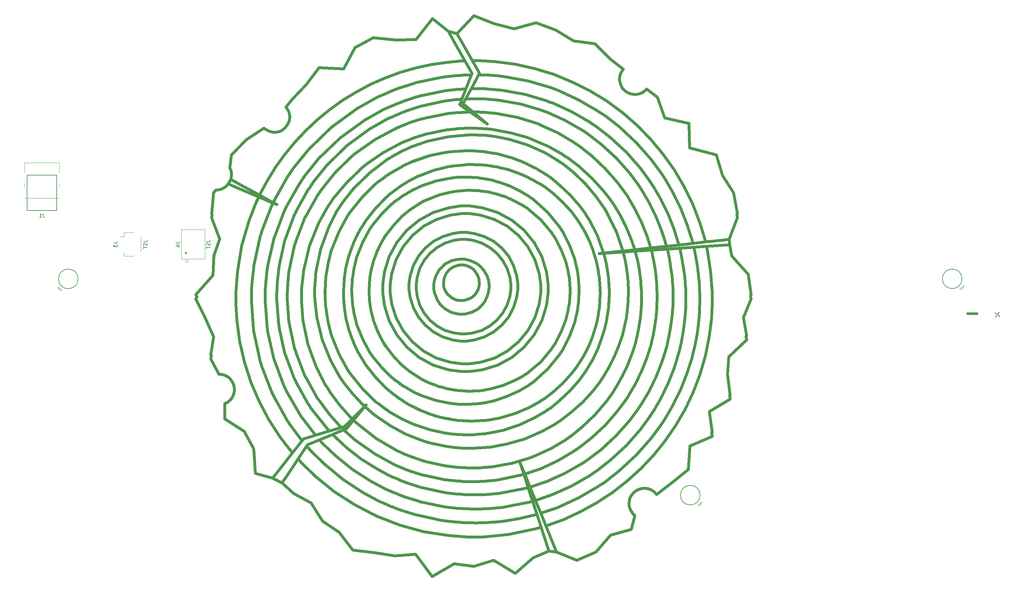
<source format=gbr>
G04 #@! TF.GenerationSoftware,KiCad,Pcbnew,(6.0.0-0)*
G04 #@! TF.CreationDate,2022-02-02T20:38:17+01:00*
G04 #@! TF.ProjectId,lumberjack,6c756d62-6572-46a6-9163-6b2e6b696361,1.6*
G04 #@! TF.SameCoordinates,Original*
G04 #@! TF.FileFunction,Legend,Bot*
G04 #@! TF.FilePolarity,Positive*
%FSLAX46Y46*%
G04 Gerber Fmt 4.6, Leading zero omitted, Abs format (unit mm)*
G04 Created by KiCad (PCBNEW (6.0.0-0)) date 2022-02-02 20:38:17*
%MOMM*%
%LPD*%
G01*
G04 APERTURE LIST*
%ADD10C,0.150000*%
%ADD11C,0.100000*%
%ADD12C,0.800000*%
%ADD13C,0.120000*%
G04 APERTURE END LIST*
D10*
X37713052Y-83003402D02*
G75*
G03*
X37713052Y-83003402I-2600933J0D01*
G01*
X203001734Y-140493868D02*
G75*
G03*
X203001734Y-140493868I-2600933J0D01*
G01*
X272607489Y-82975932D02*
G75*
G03*
X272607489Y-82975932I-2600933J0D01*
G01*
D11*
X33067584Y-86196956D02*
X33350427Y-85914114D01*
X33242677Y-85806364D01*
X33202271Y-85792895D01*
X33175334Y-85792895D01*
X33134928Y-85806364D01*
X33094521Y-85846770D01*
X33081053Y-85887176D01*
X33081053Y-85914114D01*
X33094521Y-85954520D01*
X33202271Y-86062269D01*
X33013709Y-85577396D02*
X32959834Y-85523521D01*
X32919428Y-85510053D01*
X32865554Y-85510053D01*
X32798210Y-85550459D01*
X32703929Y-85644740D01*
X32663523Y-85712083D01*
X32663523Y-85765958D01*
X32676992Y-85806364D01*
X32730866Y-85860239D01*
X32771273Y-85873708D01*
X32825147Y-85873708D01*
X32892491Y-85833301D01*
X32986772Y-85739021D01*
X33027178Y-85671677D01*
X33027178Y-85617802D01*
X33013709Y-85577396D01*
X32515367Y-85617802D02*
X32461492Y-85590865D01*
X32394149Y-85523521D01*
X32380680Y-85483115D01*
X32380680Y-85456178D01*
X32394149Y-85415772D01*
X32421086Y-85388834D01*
X32461492Y-85375366D01*
X32488430Y-85375366D01*
X32528836Y-85388834D01*
X32596179Y-85429240D01*
X32636586Y-85442709D01*
X32663523Y-85442709D01*
X32703929Y-85429240D01*
X32730867Y-85402303D01*
X32744335Y-85361897D01*
X32744335Y-85334959D01*
X32730866Y-85294553D01*
X32663523Y-85227210D01*
X32609648Y-85200272D01*
X32542305Y-85105992D02*
X32380680Y-84944367D01*
X32178650Y-85308022D02*
X32461492Y-85025179D01*
X273200110Y-85020466D02*
X272917268Y-84737623D01*
X272809518Y-84845373D01*
X272796049Y-84885779D01*
X272796049Y-84912716D01*
X272809518Y-84953122D01*
X272849924Y-84993529D01*
X272890330Y-85006997D01*
X272917268Y-85006997D01*
X272957674Y-84993529D01*
X273065423Y-84885779D01*
X272580550Y-85074341D02*
X272526675Y-85128216D01*
X272513207Y-85168622D01*
X272513207Y-85222496D01*
X272553613Y-85289840D01*
X272647894Y-85384121D01*
X272715237Y-85424527D01*
X272769112Y-85424527D01*
X272809518Y-85411058D01*
X272863393Y-85357184D01*
X272876862Y-85316777D01*
X272876862Y-85262903D01*
X272836455Y-85195559D01*
X272742175Y-85101278D01*
X272674831Y-85060872D01*
X272620956Y-85060872D01*
X272580550Y-85074341D01*
X272620956Y-85572683D02*
X272594019Y-85626558D01*
X272526675Y-85693901D01*
X272486269Y-85707370D01*
X272459332Y-85707370D01*
X272418926Y-85693901D01*
X272391988Y-85666964D01*
X272378520Y-85626558D01*
X272378520Y-85599620D01*
X272391988Y-85559214D01*
X272432394Y-85491871D01*
X272445863Y-85451464D01*
X272445863Y-85424527D01*
X272432394Y-85384121D01*
X272405457Y-85357183D01*
X272365051Y-85343715D01*
X272338113Y-85343715D01*
X272297707Y-85357184D01*
X272230364Y-85424527D01*
X272203426Y-85478402D01*
X272109146Y-85545745D02*
X271947521Y-85707370D01*
X272311176Y-85909400D02*
X272028333Y-85626558D01*
X203594355Y-142538402D02*
X203311513Y-142255559D01*
X203203763Y-142363309D01*
X203190294Y-142403715D01*
X203190294Y-142430652D01*
X203203763Y-142471058D01*
X203244169Y-142511465D01*
X203284575Y-142524933D01*
X203311513Y-142524933D01*
X203351919Y-142511465D01*
X203459668Y-142403715D01*
X202974795Y-142592277D02*
X202920920Y-142646152D01*
X202907452Y-142686558D01*
X202907452Y-142740432D01*
X202947858Y-142807776D01*
X203042139Y-142902057D01*
X203109482Y-142942463D01*
X203163357Y-142942463D01*
X203203763Y-142928994D01*
X203257638Y-142875120D01*
X203271107Y-142834713D01*
X203271107Y-142780839D01*
X203230700Y-142713495D01*
X203136420Y-142619214D01*
X203069076Y-142578808D01*
X203015201Y-142578808D01*
X202974795Y-142592277D01*
X203015201Y-143090619D02*
X202988264Y-143144494D01*
X202920920Y-143211837D01*
X202880514Y-143225306D01*
X202853577Y-143225306D01*
X202813171Y-143211837D01*
X202786233Y-143184900D01*
X202772765Y-143144494D01*
X202772765Y-143117556D01*
X202786233Y-143077150D01*
X202826639Y-143009807D01*
X202840108Y-142969400D01*
X202840108Y-142942463D01*
X202826639Y-142902057D01*
X202799702Y-142875120D01*
X202759296Y-142861651D01*
X202732358Y-142861651D01*
X202691952Y-142875120D01*
X202624609Y-142942463D01*
X202597671Y-142996338D01*
X202503391Y-143063681D02*
X202341766Y-143225306D01*
X202705421Y-143427336D02*
X202422578Y-143144494D01*
D10*
X28436333Y-65646380D02*
X28436333Y-66360666D01*
X28483952Y-66503523D01*
X28579190Y-66598761D01*
X28722047Y-66646380D01*
X28817285Y-66646380D01*
X27436333Y-66646380D02*
X28007761Y-66646380D01*
X27722047Y-66646380D02*
X27722047Y-65646380D01*
X27817285Y-65789238D01*
X27912523Y-65884476D01*
X28007761Y-65932095D01*
X47162380Y-73476666D02*
X47876666Y-73476666D01*
X48019523Y-73429047D01*
X48114761Y-73333809D01*
X48162380Y-73190952D01*
X48162380Y-73095714D01*
X47162380Y-73857619D02*
X47162380Y-74476666D01*
X47543333Y-74143333D01*
X47543333Y-74286190D01*
X47590952Y-74381428D01*
X47638571Y-74429047D01*
X47733809Y-74476666D01*
X47971904Y-74476666D01*
X48067142Y-74429047D01*
X48114761Y-74381428D01*
X48162380Y-74286190D01*
X48162380Y-74000476D01*
X48114761Y-73905238D01*
X48067142Y-73857619D01*
X55122380Y-73095714D02*
X55836666Y-73095714D01*
X55979523Y-73048095D01*
X56074761Y-72952857D01*
X56122380Y-72810000D01*
X56122380Y-72714761D01*
X56074761Y-73524285D02*
X56122380Y-73667142D01*
X56122380Y-73905238D01*
X56074761Y-74000476D01*
X56027142Y-74048095D01*
X55931904Y-74095714D01*
X55836666Y-74095714D01*
X55741428Y-74048095D01*
X55693809Y-74000476D01*
X55646190Y-73905238D01*
X55598571Y-73714761D01*
X55550952Y-73619523D01*
X55503333Y-73571904D01*
X55408095Y-73524285D01*
X55312857Y-73524285D01*
X55217619Y-73571904D01*
X55170000Y-73619523D01*
X55122380Y-73714761D01*
X55122380Y-73952857D01*
X55170000Y-74095714D01*
X55122380Y-74381428D02*
X55122380Y-74952857D01*
X56122380Y-74667142D02*
X55122380Y-74667142D01*
X63746130Y-73466774D02*
X64460416Y-73466774D01*
X64603273Y-73419155D01*
X64698511Y-73323917D01*
X64746130Y-73181060D01*
X64746130Y-73085822D01*
X64079464Y-74371536D02*
X64746130Y-74371536D01*
X63698511Y-74133441D02*
X64412797Y-73895346D01*
X64412797Y-74514393D01*
X71842380Y-73085822D02*
X72556666Y-73085822D01*
X72699523Y-73038203D01*
X72794761Y-72942965D01*
X72842380Y-72800108D01*
X72842380Y-72704869D01*
X72794761Y-73514393D02*
X72842380Y-73657250D01*
X72842380Y-73895346D01*
X72794761Y-73990584D01*
X72747142Y-74038203D01*
X72651904Y-74085822D01*
X72556666Y-74085822D01*
X72461428Y-74038203D01*
X72413809Y-73990584D01*
X72366190Y-73895346D01*
X72318571Y-73704869D01*
X72270952Y-73609631D01*
X72223333Y-73562012D01*
X72128095Y-73514393D01*
X72032857Y-73514393D01*
X71937619Y-73562012D01*
X71890000Y-73609631D01*
X71842380Y-73704869D01*
X71842380Y-73942965D01*
X71890000Y-74085822D01*
X71842380Y-74371536D02*
X71842380Y-74942965D01*
X72842380Y-74657250D02*
X71842380Y-74657250D01*
X66127380Y-76075000D02*
X66365476Y-76075000D01*
X66270238Y-75836904D02*
X66365476Y-76075000D01*
X66270238Y-76313095D01*
X66555952Y-75932142D02*
X66365476Y-76075000D01*
X66555952Y-76217857D01*
D12*
X143141375Y-42907725D02*
X144305375Y-42937925D01*
X75609775Y-108337325D02*
X75799575Y-108357925D01*
X104237175Y-112413925D02*
X104237175Y-112413925D01*
X175616375Y-71376525D02*
X173420974Y-67116525D01*
X141078575Y-124415925D02*
X140685775Y-124396325D01*
X135191775Y-96632725D02*
X133055375Y-95471725D01*
X161047975Y-137250125D02*
X158087975Y-138217925D01*
X135502375Y-81525325D02*
X135387375Y-81740125D01*
X199007175Y-92764325D02*
X199041775Y-92234925D01*
X140693175Y-147778525D02*
X142260175Y-147819925D01*
X169415975Y-54731725D02*
X166734975Y-52577925D01*
X197556375Y-74810925D02*
X201312975Y-74563525D01*
X159624375Y-145573726D02*
X158480775Y-142068925D01*
X139561575Y-92365125D02*
X139442175Y-92361725D01*
X140469575Y-25011525D02*
X142326375Y-28367725D01*
X170810375Y-53068125D02*
X167934975Y-50888525D01*
X196041575Y-69742725D02*
X196920375Y-72445325D01*
X170752975Y-87853525D02*
X170737775Y-88180925D01*
X169763175Y-94029525D02*
X169802374Y-93874525D01*
X145217975Y-35115725D02*
X143854175Y-35090725D01*
X162318774Y-136777125D02*
X161336575Y-137142725D01*
X136150175Y-91501525D02*
X136393175Y-91620726D01*
X139298975Y-92349925D02*
X139368575Y-92356525D01*
X121656775Y-62562725D02*
X123113975Y-61497125D01*
X117910175Y-74011325D02*
X117878575Y-74084925D01*
X144298975Y-84109925D02*
X144297974Y-84165125D01*
X168434175Y-86096725D02*
X168430975Y-86137926D01*
X138878975Y-88687925D02*
X138901775Y-88694325D01*
X138571775Y-147639525D02*
X138238775Y-147621325D01*
X138224575Y-28907125D02*
X138551375Y-28889525D01*
X187401374Y-88974326D02*
X187404375Y-88147325D01*
X142324175Y-42885925D02*
X143025175Y-42904325D01*
X136827175Y-87913125D02*
X136741575Y-87854525D01*
X143402775Y-59463726D02*
X142638775Y-59445125D01*
X99148975Y-58770325D02*
X100186575Y-57199125D01*
X130698775Y-126415725D02*
X128487375Y-125711525D01*
X100565175Y-87189325D02*
X100534975Y-85658125D01*
X119066775Y-81147725D02*
X120351575Y-77018925D01*
X160578175Y-54323725D02*
X159049375Y-53419925D01*
X90497975Y-87078725D02*
X90635775Y-83899325D01*
X187416374Y-87233725D02*
X187414175Y-87431325D01*
X176301775Y-84103525D02*
X176310775Y-84203125D01*
X144422774Y-42941325D02*
X144658175Y-42959925D01*
X122962175Y-32257725D02*
X122802775Y-32316325D01*
X88351575Y-120340325D02*
X91322775Y-124912925D01*
X129419375Y-150121125D02*
X136057975Y-151198726D01*
X139654975Y-35194925D02*
X140737775Y-32428125D01*
X129049375Y-118069326D02*
X130132375Y-118487125D01*
X140736574Y-48903725D02*
X136606775Y-49147925D01*
X89792775Y-72050325D02*
X89996575Y-71398525D01*
X154896775Y-59492925D02*
X157321775Y-60941525D01*
X177458775Y-64122925D02*
X177792975Y-64655725D01*
X141585175Y-42895725D02*
X142324175Y-42885925D01*
X137038775Y-120347925D02*
X138921375Y-120574925D01*
X156177174Y-70023526D02*
X158865975Y-73282125D01*
X125634575Y-85766725D02*
X125928775Y-87947925D01*
X184475774Y-33777925D02*
X184374975Y-33744325D01*
X189095975Y-138745325D02*
X189178575Y-138767125D01*
X128105375Y-93112725D02*
X126771775Y-90658125D01*
X135383975Y-123995925D02*
X131198775Y-123101725D01*
X134558175Y-33053925D02*
X135170175Y-32958725D01*
X113612175Y-53036725D02*
X112795975Y-53706325D01*
X191550375Y-87748125D02*
X191551575Y-87722125D01*
X122580175Y-140180925D02*
X124067975Y-140762325D01*
X146842375Y-83987325D02*
X146839175Y-83944925D01*
X135328775Y-81846525D02*
X134917375Y-82973725D01*
X142353575Y-144141525D02*
X142509575Y-144145725D01*
X187062775Y-58720325D02*
X186387775Y-57699325D01*
X102827775Y-126836725D02*
X106042775Y-129921525D01*
X125213775Y-60137325D02*
X125058575Y-60225325D01*
X160015175Y-41829125D02*
X160922175Y-42180725D01*
X156691575Y-134763125D02*
X156382375Y-134854325D01*
X149646375Y-32731725D02*
X150815775Y-32869525D01*
X116923775Y-145985926D02*
X111143575Y-143006525D01*
X102029174Y-115732125D02*
X101581774Y-115065925D01*
X93026375Y-63811526D02*
X96350775Y-57908725D01*
X157461775Y-117202325D02*
X160029175Y-115827725D01*
X157297975Y-138443725D02*
X156610175Y-138633525D01*
X110442775Y-87244525D02*
X110413174Y-86679325D01*
X142995775Y-70880725D02*
X145706375Y-71723725D01*
X137552975Y-72710125D02*
X135191775Y-73443725D01*
X140438174Y-92316325D02*
X140769375Y-92280325D01*
X145223575Y-136797725D02*
X144962975Y-136800925D01*
X89521375Y-62668925D02*
X90556575Y-63235326D01*
X130434975Y-44394325D02*
X129953175Y-44535125D01*
X159183775Y-57028725D02*
X159043975Y-56947326D01*
X142280774Y-80075725D02*
X142429375Y-80190725D01*
X109787175Y-65468525D02*
X110318775Y-64710925D01*
X185964575Y-99288925D02*
X185848575Y-99762125D01*
X141369375Y-124424525D02*
X141514575Y-124430125D01*
X154897975Y-121791325D02*
X158886575Y-119957325D01*
X95151775Y-65981725D02*
X95425175Y-65406525D01*
X135878774Y-39018725D02*
X138570775Y-38731325D01*
X110398975Y-86397325D02*
X110413174Y-86679325D01*
X116754375Y-95593125D02*
X116726375Y-95519325D01*
X175989375Y-81426525D02*
X176197775Y-82749325D01*
X123219375Y-28098725D02*
X119184975Y-29576525D01*
X190605375Y-78004325D02*
X191024175Y-80414325D01*
X199163175Y-87090725D02*
X199170975Y-87256526D01*
X160578175Y-54323725D02*
X160727975Y-54417125D01*
X140813775Y-99490725D02*
X142995775Y-99195725D01*
X152918775Y-103817125D02*
X156177174Y-101128125D01*
X168432975Y-86073925D02*
X168434175Y-86096725D01*
X161710975Y-49442925D02*
X164813174Y-51249525D01*
X159043975Y-56947326D02*
X159183775Y-57028725D01*
X159624375Y-145573726D02*
X160743175Y-149005725D01*
X142819975Y-56004525D02*
X143570775Y-56048925D01*
X200774575Y-72467125D02*
X201028575Y-73420925D01*
X126211775Y-134132725D02*
X128875775Y-134982326D01*
X193602375Y-72729525D02*
X193844375Y-73594525D01*
X103286575Y-86526325D02*
X103429975Y-83884325D01*
X140086575Y-99490725D02*
X139358575Y-99490725D01*
X139515975Y-107580925D02*
X136194575Y-107132925D01*
X154539975Y-85038725D02*
X154539975Y-85765725D01*
X162318774Y-136777125D02*
X166994375Y-134665325D01*
X163860375Y-113115925D02*
X161627375Y-114804325D01*
X141932375Y-136860725D02*
X142070175Y-136863725D01*
X165229975Y-44199925D02*
X169217775Y-46525325D01*
X108786775Y-80499925D02*
X108871375Y-79911725D01*
X160845175Y-115306725D02*
X161627375Y-114804325D01*
X84767775Y-134627725D02*
X89325975Y-135938126D01*
X168033775Y-90466325D02*
X168053175Y-90356725D01*
X166492974Y-62585325D02*
X163860375Y-60187325D01*
X128445975Y-34363725D02*
X134558175Y-33053925D01*
X177843775Y-53688925D02*
X180999375Y-57294526D01*
X148396375Y-67163125D02*
X151790175Y-69008925D01*
X140438174Y-92316325D02*
X140397175Y-92321725D01*
X145752975Y-59726325D02*
X145886375Y-59744525D01*
X144250175Y-84791325D02*
X144290175Y-84435325D01*
X183897375Y-87407325D02*
X183881375Y-87817726D01*
X124356575Y-65817925D02*
X125579375Y-64857725D01*
X147363175Y-56643525D02*
X148259375Y-56889925D01*
X127944975Y-37301325D02*
X125114975Y-38246325D01*
X186138175Y-98619525D02*
X185964575Y-99288925D01*
X125890775Y-116541525D02*
X126065375Y-116629526D01*
X111394375Y-72368525D02*
X111912975Y-71261525D01*
X141845775Y-48873525D02*
X142424975Y-48912325D01*
X141147975Y-59395325D02*
X141147975Y-59395325D01*
X160876575Y-54510325D02*
X162347975Y-55439125D01*
X175616375Y-42625326D02*
X179192775Y-45416325D01*
X128328775Y-67334925D02*
X132066775Y-65303525D01*
X151790175Y-69008925D02*
X154749375Y-71451525D01*
X198971375Y-117642925D02*
X196495175Y-121930925D01*
X168399375Y-86716325D02*
X168430975Y-86137926D01*
X188655375Y-32650325D02*
X188167175Y-33093125D01*
X141664375Y-127974925D02*
X141870375Y-127982725D01*
X101833775Y-125738725D02*
X105303775Y-124320325D01*
X144298975Y-144140325D02*
X144448775Y-144135925D01*
X151976775Y-53930925D02*
X153597975Y-54490725D01*
X125715975Y-116451525D02*
X125890775Y-116541525D01*
X146893175Y-84501525D02*
X146893175Y-84501525D01*
X108962775Y-122786325D02*
X110878775Y-120500925D01*
X170205975Y-92275125D02*
X170236575Y-92135125D01*
X202851575Y-85874325D02*
X202778775Y-84406325D01*
X116092775Y-78518525D02*
X115622775Y-80381526D01*
X127352375Y-63613925D02*
X127220975Y-63694325D01*
X143384374Y-86850725D02*
X143296375Y-86953925D01*
X86082775Y-104837925D02*
X86297775Y-105534525D01*
X85702975Y-61168125D02*
X80895175Y-59119525D01*
X187234175Y-133414325D02*
X190609575Y-129833725D01*
X87910175Y-56942125D02*
X86388775Y-59746725D01*
X99148975Y-116683726D02*
X98797775Y-116157325D01*
X196088175Y-53964525D02*
X198732375Y-58443725D01*
X182458775Y-75536725D02*
X185594575Y-75195925D01*
X144195775Y-83107325D02*
X144215374Y-83209325D01*
X139157975Y-88712925D02*
X139490975Y-88719325D01*
X159280375Y-129958525D02*
X163321375Y-128049925D01*
X182458775Y-75536725D02*
X177321775Y-76094525D01*
X92436775Y-65036525D02*
X92730975Y-64423525D01*
X159049375Y-53419925D02*
X158886575Y-53345925D01*
X190729175Y-117868525D02*
X190062975Y-118879925D01*
X148338775Y-38939525D02*
X149366375Y-39067725D01*
X108782375Y-92780725D02*
X108602375Y-91562125D01*
X112193775Y-70661525D02*
X112169975Y-70707125D01*
X141755375Y-124432125D02*
X141693774Y-124434325D01*
X154900175Y-112737325D02*
X157088775Y-111463525D01*
X187062775Y-116734525D02*
X187697375Y-115777725D01*
X137304575Y-91982125D02*
X136474575Y-91657725D01*
X145503175Y-115945925D02*
X148259375Y-115338125D01*
X107404375Y-45421725D02*
X101664375Y-50969926D01*
X142805975Y-38578125D02*
X142604175Y-38581525D01*
X122431575Y-140123525D02*
X121536375Y-139771725D01*
X137471575Y-92033125D02*
X138361575Y-92242725D01*
X151868575Y-126829125D02*
X147713775Y-127609325D01*
X150880975Y-147359525D02*
X150058574Y-147456325D01*
X134837175Y-84675125D02*
X134860975Y-84848725D01*
X143475375Y-124320325D02*
X143576375Y-124314125D01*
X176301775Y-84103525D02*
X176234575Y-82991326D01*
X144160975Y-85258925D02*
X144165375Y-85241525D01*
X136808775Y-116067325D02*
X136114375Y-115994525D01*
X145967775Y-124110925D02*
X147128774Y-123953725D01*
X100424175Y-124118525D02*
X100787775Y-124543925D01*
X150518575Y-92069925D02*
X151680775Y-89932325D01*
X93785775Y-128169325D02*
X94665775Y-129204325D01*
X144980375Y-73443725D02*
X147117974Y-74605725D01*
X170217975Y-106284325D02*
X168756375Y-108192925D01*
X113720775Y-68083525D02*
X114174175Y-67410725D01*
X130698775Y-126415725D02*
X130923175Y-126472125D01*
X141664375Y-127974925D02*
X141547175Y-127972725D01*
X184637375Y-72295725D02*
X185378574Y-74460325D01*
X89996575Y-71398525D02*
X92436775Y-65036525D01*
X102247175Y-59395325D02*
X101581774Y-60387125D01*
X147363175Y-56643525D02*
X147287175Y-56623925D01*
X171669975Y-122333725D02*
X175076775Y-119063126D01*
X104085175Y-78937325D02*
X103971375Y-79655725D01*
X122382775Y-73282125D02*
X120351575Y-77020125D01*
X144290175Y-84435325D02*
X144287975Y-84501525D01*
X138238775Y-147621325D02*
X134967375Y-147248925D01*
X178730375Y-84035125D02*
X178721575Y-83927725D01*
X114997775Y-86130325D02*
X115090975Y-84137125D01*
X178850774Y-86712925D02*
X178850774Y-86712925D01*
X103972375Y-122900125D02*
X99545175Y-117283725D01*
X85925375Y-60702925D02*
X85925375Y-60702925D01*
X125579375Y-64856525D02*
X124356575Y-65817925D01*
X90556575Y-63235326D02*
X89521375Y-62668925D01*
X89325975Y-135938126D02*
X91896575Y-137233725D01*
X166492974Y-110717925D02*
X163860375Y-113115925D01*
X199189375Y-87986725D02*
X199174175Y-87416325D01*
X146892175Y-84566725D02*
X146892175Y-84566725D01*
X162181774Y-81147725D02*
X160897175Y-77020125D01*
X190605375Y-78004325D02*
X190155975Y-75978525D01*
X190155975Y-75978525D02*
X189981575Y-75310925D01*
X194225175Y-75031325D02*
X189981575Y-75310925D01*
X166534175Y-101666325D02*
X168379975Y-98017325D01*
X97768975Y-67178525D02*
X95594575Y-72802325D01*
X142416374Y-147823925D02*
X142260175Y-147819925D01*
X165794175Y-51930125D02*
X164813174Y-51249525D01*
X144308775Y-28328725D02*
X144109175Y-27892325D01*
X145024975Y-112626525D02*
X144195775Y-112710125D01*
X138551375Y-28889525D02*
X138714175Y-28878725D01*
X175963575Y-92048125D02*
X175985175Y-91907325D01*
X135198575Y-79054525D02*
X136606775Y-78255925D01*
X144111375Y-28702925D02*
X142157175Y-32392325D01*
X141154375Y-116337725D02*
X141207775Y-116335326D01*
X96350775Y-57908725D02*
X96728575Y-57347725D01*
X181565775Y-42585325D02*
X186062175Y-46770325D01*
X86388775Y-59746725D02*
X85925375Y-60702925D01*
X164979375Y-121230125D02*
X165905974Y-120626725D01*
X122803775Y-144211725D02*
X121217375Y-143590125D01*
X202550975Y-94745726D02*
X202709375Y-93011725D01*
X133541574Y-80719125D02*
X132708175Y-82244525D01*
X165229975Y-44199925D02*
X160922175Y-42180725D01*
X125890775Y-56760725D02*
X126065375Y-56671725D01*
X183709574Y-90545325D02*
X183742375Y-90153725D01*
X173420974Y-67116525D02*
X172852774Y-66247726D01*
X163437375Y-70558525D02*
X160612975Y-67233725D01*
X173475375Y-72754525D02*
X172245975Y-70241525D01*
X187322975Y-90787325D02*
X187223175Y-92110126D01*
X168327775Y-88059525D02*
X168321375Y-88138725D01*
X142907975Y-151567526D02*
X141194575Y-151567526D01*
X195801775Y-87780725D02*
X195795175Y-88011725D01*
X87562975Y-84123925D02*
X87581375Y-83788725D01*
X105257174Y-98670325D02*
X107030175Y-102995725D01*
X97217775Y-125983725D02*
X96903975Y-125601725D01*
X81893175Y-105159325D02*
X83614374Y-110440125D01*
X168249575Y-89139325D02*
X168249575Y-89139325D01*
X195802975Y-87726525D02*
X195795175Y-87484525D01*
X86388775Y-59746725D02*
X87910175Y-56942125D01*
X108290975Y-123098725D02*
X108513175Y-123314525D01*
X101219575Y-40664925D02*
X98142175Y-43547925D01*
X126912975Y-59179325D02*
X127072375Y-59104525D01*
X152694174Y-44139325D02*
X148180175Y-43291725D01*
X177558574Y-76935325D02*
X178020775Y-78764925D01*
X141514575Y-124430125D02*
X141587375Y-124433125D01*
X132066775Y-105848125D02*
X136194575Y-107132925D01*
X210862375Y-73933125D02*
X209936775Y-73993725D01*
X142448774Y-24965925D02*
X142486774Y-24964925D01*
X141680775Y-48866725D02*
X141785975Y-48870125D01*
X121632975Y-39658925D02*
X121497375Y-39724125D01*
X104030975Y-63776725D02*
X101657975Y-68060725D01*
X142275175Y-140370725D02*
X141981375Y-140356725D01*
X100534975Y-85658125D02*
X100565175Y-87189325D01*
X143777175Y-124295325D02*
X145771375Y-124144525D01*
X77637775Y-109152325D02*
X77817775Y-109290125D01*
X200747375Y-104157725D02*
X200477375Y-105129925D01*
X96350775Y-118619525D02*
X93026375Y-112716725D01*
X172143975Y-131680325D02*
X171330175Y-132214325D01*
X195810375Y-60055925D02*
X193868175Y-56694525D01*
X113389575Y-99206525D02*
X115184375Y-102467125D01*
X124067975Y-35765725D02*
X124216575Y-35708125D01*
X180740975Y-50876525D02*
X176734975Y-47175125D01*
X103287775Y-86740125D02*
X103292175Y-86827925D01*
X190730175Y-58658525D02*
X190062975Y-57648525D01*
X142191775Y-28711725D02*
X142326375Y-28367725D01*
X140086575Y-70586725D02*
X139358575Y-70586725D01*
X142429375Y-80190725D02*
X142280774Y-80075725D01*
X150761575Y-50155925D02*
X152605175Y-50662725D01*
X79603775Y-88264525D02*
X79603775Y-89709925D01*
X137552975Y-97367325D02*
X139452975Y-97624525D01*
X138238775Y-147621325D02*
X138571775Y-147639525D01*
X173335375Y-130895925D02*
X176734975Y-128277725D01*
X120638975Y-86581725D02*
X121044975Y-89599326D01*
X129145975Y-40403125D02*
X129679975Y-40245925D01*
X153899574Y-161213885D02*
X158623975Y-157136185D01*
X168328775Y-84192325D02*
X168322375Y-84114325D01*
X112478175Y-70180925D02*
X112452174Y-70224326D01*
X139088575Y-36642325D02*
X139317375Y-36804125D01*
X135293975Y-43386325D02*
X135780175Y-43313525D01*
X158087975Y-138217925D02*
X157786375Y-138304925D01*
X91037175Y-95397925D02*
X91134975Y-96030325D01*
X133811775Y-60594325D02*
X130984175Y-61651325D01*
X210630375Y-72474925D02*
X209623575Y-72583126D01*
X170825775Y-85978525D02*
X170832175Y-86113925D01*
X141587375Y-124433125D02*
X141587375Y-124433125D01*
X110690975Y-113608725D02*
X108314975Y-110621525D01*
X124240375Y-65922125D02*
X123769375Y-66333126D01*
X167817975Y-91770325D02*
X167844975Y-91644525D01*
X177238575Y-109041525D02*
X176729575Y-109777325D01*
X157614975Y-56162925D02*
X159043975Y-56947326D01*
X170650975Y-89390925D02*
X170665975Y-89285725D01*
X146096775Y-144094925D02*
X146096775Y-144094925D01*
X136606775Y-78255925D02*
X135198575Y-79054525D01*
X201312975Y-74563525D02*
X204665775Y-74342125D01*
X75169175Y-108312325D02*
X75278775Y-108312325D01*
X93920175Y-39564525D02*
X93920175Y-39924925D01*
X152024574Y-150910125D02*
X159328175Y-149421325D01*
X174167775Y-50236325D02*
X177843775Y-53688925D01*
X172559575Y-57757925D02*
X175236575Y-60917725D01*
X138844375Y-79315926D02*
X139415175Y-79255325D01*
X174364175Y-134741525D02*
X174364175Y-134741525D01*
X206211775Y-88264525D02*
X206211775Y-89575325D01*
X189819975Y-100747325D02*
X190017175Y-100031325D01*
X127072375Y-59104525D02*
X128670775Y-58367725D01*
X199141575Y-86020725D02*
X199163175Y-87090725D01*
X150170175Y-57429125D02*
X150028175Y-57379325D01*
X150575975Y-50104925D02*
X150761575Y-50155925D01*
X107030175Y-70307925D02*
X109267375Y-66235725D01*
X138744375Y-55967725D02*
X137087775Y-56107725D01*
X97057175Y-87189325D02*
X97025775Y-88847325D01*
X87899175Y-95790725D02*
X87402175Y-88950325D01*
X119169975Y-33799525D02*
X120105175Y-33377725D01*
X135387375Y-81740125D02*
X135328775Y-81846525D01*
X141575375Y-59408125D02*
X142491375Y-59437725D01*
X162969575Y-35930725D02*
X161933574Y-35534525D01*
X165683574Y-58011725D02*
X163321375Y-56107725D01*
X106042775Y-129921525D02*
X102827775Y-126836725D01*
X126065375Y-116629526D02*
X127810175Y-117508525D01*
X122580175Y-140180925D02*
X122431575Y-140123525D01*
X116717775Y-45825325D02*
X121757775Y-43108525D01*
X121536375Y-36757325D02*
X120658575Y-37154525D01*
X91361575Y-133370925D02*
X94665775Y-129204325D01*
X182857975Y-95810125D02*
X182392375Y-97648525D01*
X129679975Y-135206725D02*
X129145975Y-135050725D01*
X140737775Y-32428125D02*
X140720375Y-32428125D01*
X140623775Y-65590925D02*
X140623775Y-65590925D01*
X167235175Y-93934125D02*
X166100175Y-97020125D01*
X142894974Y-35073525D02*
X142671375Y-35073525D01*
X140885175Y-116329926D02*
X140654175Y-116322325D01*
X189430175Y-112793725D02*
X187697375Y-115777725D01*
X131365975Y-126601325D02*
X135839575Y-127526725D01*
X115087774Y-88517326D02*
X115270175Y-89793525D01*
X123296375Y-38951525D02*
X124691775Y-38398125D01*
X113292975Y-116364525D02*
X110690975Y-113608725D01*
X109624375Y-76933125D02*
X109022174Y-79317125D01*
X102827775Y-126836725D02*
X101833775Y-125738725D01*
X144448775Y-144135925D02*
X144298975Y-144140325D01*
X131191375Y-93933125D02*
X133055375Y-95471725D01*
X187209175Y-83593525D02*
X187076775Y-82350925D01*
X163960375Y-153480525D02*
X164281575Y-154270525D01*
X161627375Y-58497925D02*
X163860375Y-60187325D01*
X89996575Y-105129925D02*
X92436775Y-111490725D01*
X196041575Y-69742725D02*
X194522375Y-65868725D01*
X142489175Y-32383525D02*
X143351575Y-32363925D01*
X194030975Y-74278125D02*
X189826375Y-74734925D01*
X146726375Y-86487325D02*
X146691575Y-86642326D01*
X151680775Y-89932325D02*
X152414175Y-87571325D01*
X141602774Y-48871325D02*
X141679575Y-48867925D01*
X110717175Y-155107125D02*
X116429175Y-155735325D01*
X149778575Y-53395925D02*
X149948774Y-53435925D01*
X178654375Y-82738525D02*
X178721575Y-83927725D01*
X153106575Y-131946325D02*
X157572775Y-130614925D01*
X193860375Y-73652125D02*
X194015775Y-74221725D01*
X128792175Y-62726525D02*
X128655375Y-62795925D01*
X199012375Y-83849526D02*
X198886575Y-82429125D01*
X147128774Y-123953725D02*
X150575975Y-123198525D01*
X144522375Y-147815325D02*
X146118575Y-147775325D01*
X198886575Y-82429125D02*
X199012375Y-83849526D01*
X124366375Y-42008125D02*
X125944975Y-41405925D01*
X193602375Y-102722125D02*
X193844375Y-101858525D01*
X199073175Y-84643725D02*
X199141575Y-86020725D01*
X191508175Y-89716525D02*
X191525375Y-88736525D01*
X105257174Y-74631726D02*
X104970775Y-75525925D01*
X136756575Y-56167125D02*
X137087775Y-56107725D01*
X101664375Y-50969926D02*
X97838574Y-55671325D01*
X144532175Y-28712925D02*
X146079574Y-28751725D01*
X119066775Y-81147725D02*
X118619575Y-84469125D01*
X144773175Y-133168125D02*
X147209175Y-132977126D01*
X144165375Y-85241525D02*
X144160975Y-85258925D01*
X115087774Y-88478525D02*
X115087774Y-88040126D01*
X147493575Y-60052925D02*
X146690375Y-59861725D01*
X140549975Y-136835725D02*
X140412175Y-136833525D01*
X148259375Y-115338125D02*
X145503175Y-115945925D01*
X129145975Y-135050725D02*
X129679975Y-135206725D01*
X159719975Y-133737726D02*
X156691575Y-134763125D01*
X135065975Y-79153126D02*
X135198575Y-79054525D01*
X146899975Y-85050726D02*
X146897775Y-84994325D01*
X98797775Y-116157325D02*
X95699975Y-110621525D01*
X170171375Y-79815125D02*
X170205975Y-79952925D01*
X129457375Y-69008925D02*
X126498575Y-71451525D01*
X202709375Y-93011725D02*
X202550975Y-94745726D01*
X148396375Y-103988525D02*
X151790175Y-102143725D01*
X183907175Y-87147125D02*
X183908175Y-87165325D01*
X140236575Y-133180125D02*
X141413775Y-133216725D01*
X132232975Y-85676725D02*
X132227775Y-85586725D01*
X164357375Y-71898526D02*
X166100175Y-75207926D01*
X151714375Y-114207725D02*
X154900175Y-112737325D01*
X155222375Y-36477725D02*
X160354575Y-37944525D01*
X92882975Y-103508725D02*
X92694175Y-102897925D01*
X144109175Y-90805925D02*
X143878975Y-90978525D01*
X139358575Y-70586725D02*
X140086575Y-70586725D01*
X152605175Y-50662725D02*
X152788575Y-50713726D01*
X191399575Y-83842925D02*
X191283575Y-82517125D01*
X135477375Y-32920725D02*
X138535175Y-32572325D01*
X140769375Y-92280325D02*
X140438174Y-92316325D01*
X100422975Y-124118525D02*
X97038775Y-119650325D01*
X111912975Y-71261525D02*
X112169975Y-70707125D01*
X142894974Y-35073525D02*
X143717375Y-35088725D01*
X141000375Y-116334325D02*
X141058775Y-116336525D01*
X92882975Y-71945125D02*
X95151775Y-65981725D01*
X138976575Y-112679925D02*
X140528175Y-112781725D01*
X156382375Y-134854325D02*
X157786375Y-138304925D01*
X139617974Y-65590925D02*
X136600375Y-65996725D01*
X164813174Y-51249525D02*
X165794175Y-51930125D01*
X115008575Y-86354925D02*
X115003175Y-86234525D01*
X139990175Y-88690125D02*
X140029175Y-88687925D01*
X73163955Y-65678925D02*
X73242075Y-65879525D01*
X195146375Y-95927325D02*
X194623575Y-98721525D01*
X93156375Y-135342725D02*
X93156375Y-135342725D01*
X89429175Y-62855726D02*
X89465975Y-62779525D01*
X183641375Y-60963125D02*
X183025175Y-60017125D01*
X119287975Y-100630125D02*
X119641775Y-101156325D01*
X121588575Y-68586725D02*
X123769375Y-66333126D01*
X93535175Y-41645725D02*
X92849375Y-42672125D01*
X190027175Y-139092725D02*
X190658575Y-139495125D01*
X144660175Y-56173725D02*
X146261775Y-56441725D01*
X83614374Y-110440125D02*
X85773575Y-115508525D01*
X125634575Y-85765725D02*
X125634575Y-85038725D01*
X133811775Y-111633725D02*
X133955975Y-111672926D01*
X141843575Y-140352325D02*
X141981375Y-140356725D01*
X162318774Y-38675925D02*
X161336575Y-38311325D01*
X122011575Y-114011325D02*
X121933575Y-113951525D01*
X125715975Y-116451525D02*
X124047175Y-115409925D01*
X171704574Y-115788525D02*
X168557975Y-118620725D01*
X77460775Y-57894525D02*
X76965975Y-58369925D01*
X120658575Y-139373525D02*
X119342375Y-138794325D01*
X144575775Y-116072925D02*
X145503175Y-115945925D01*
X116467975Y-115344925D02*
X113225775Y-112150325D01*
X127841575Y-34546325D02*
X127535775Y-34624325D01*
X183823775Y-83845125D02*
X183735775Y-82642925D01*
X137162375Y-116127125D02*
X138796575Y-116262725D01*
X139528975Y-19819525D02*
X142448774Y-24965925D01*
X146594975Y-147745925D02*
X146278175Y-147772125D01*
X140029175Y-88687925D02*
X139990175Y-88690125D01*
X146115375Y-81628525D02*
X146467975Y-82427125D01*
X176210775Y-90490125D02*
X176229375Y-90369525D01*
X105303775Y-124320325D02*
X106179375Y-125223125D01*
X160203775Y-81553525D02*
X159037375Y-77804525D01*
X103531775Y-82537725D02*
X103510175Y-82660125D01*
X135169175Y-32958725D02*
X134558175Y-33053925D01*
X141058775Y-116336525D02*
X141058775Y-116336525D01*
X175989375Y-81426525D02*
X175967775Y-81284326D01*
X144109175Y-27892325D02*
X142448774Y-24965925D01*
X142280774Y-80075725D02*
X141388775Y-79594925D01*
X117878575Y-98144325D02*
X117473775Y-97278125D01*
X143705375Y-140367725D02*
X142275175Y-140370725D01*
X176300975Y-89223725D02*
X176229375Y-90369525D01*
X178102175Y-79110925D02*
X178065175Y-78937325D01*
X186350774Y-78117125D02*
X185886375Y-76218125D01*
X120431775Y-54994325D02*
X120338574Y-55055925D01*
X175616375Y-133901525D02*
X174364175Y-134741525D01*
X89425975Y-113666325D02*
X89112375Y-113011725D01*
X115043175Y-87077725D02*
X115020375Y-86595725D01*
X127405375Y-156186725D02*
X131781575Y-162100385D01*
X197915375Y-64382325D02*
X199538775Y-68514325D01*
X135117175Y-35684325D02*
X135405774Y-35646325D01*
X134966375Y-147248925D02*
X138238775Y-147621325D01*
X133811775Y-60594325D02*
X136700175Y-59867325D01*
X145706375Y-44762125D02*
X141610175Y-44662325D01*
X158865975Y-97870725D02*
X160897175Y-94133725D01*
X167235175Y-93934125D02*
X167396775Y-93375325D01*
X120351575Y-94133725D02*
X122382775Y-97870725D01*
X185594575Y-75195925D02*
X185594575Y-75194925D01*
X122794975Y-114618725D02*
X122011575Y-114011325D01*
X126825975Y-145513925D02*
X127471575Y-145707125D01*
X159322775Y-57110126D02*
X160707375Y-57916325D01*
X135682375Y-112152325D02*
X135539175Y-112114525D01*
X135539175Y-112114525D02*
X135682375Y-112152325D01*
X160354575Y-37944525D02*
X155222375Y-36477725D01*
X110387374Y-86178125D02*
X110387374Y-86184525D01*
X175695375Y-93696525D02*
X175938575Y-92188125D01*
X136087175Y-56236525D02*
X132762375Y-56942925D01*
X140720375Y-32428125D02*
X140681375Y-32428925D01*
X210944975Y-113889526D02*
X210230975Y-108369925D01*
X183897375Y-86313725D02*
X183901775Y-86437325D01*
X151680775Y-89932325D02*
X150518575Y-92069925D01*
X136606775Y-78255925D02*
X136755375Y-78197326D01*
X141093575Y-59399525D02*
X141147975Y-59396325D01*
X147723575Y-52996525D02*
X147809175Y-53009525D01*
X143878975Y-90978525D02*
X144109175Y-90805925D01*
X136047175Y-45143925D02*
X130485975Y-46385325D01*
X135070375Y-39130325D02*
X129679975Y-40245925D01*
X187520375Y-107294525D02*
X188838775Y-103907125D01*
X133645775Y-80582325D02*
X133541574Y-80719125D01*
X103757375Y-52786325D02*
X109111375Y-47564925D01*
X139157975Y-88712925D02*
X138902975Y-88694325D01*
X110437175Y-74618725D02*
X110369975Y-74812125D01*
X183300775Y-93619525D02*
X183580775Y-91719525D01*
X138551375Y-28889525D02*
X138224575Y-28907125D01*
X154900175Y-51512325D02*
X154725375Y-51445925D01*
X141730374Y-107580925D02*
X145052975Y-107132925D01*
X110369975Y-74812125D02*
X110437175Y-74618725D01*
X118619575Y-86683725D02*
X119066775Y-90005125D01*
X138992974Y-32545125D02*
X138840975Y-32555925D01*
X78297375Y-109784925D02*
X78801975Y-110552125D01*
X108913775Y-122844925D02*
X108810775Y-122887125D01*
X136513575Y-120231726D02*
X134700375Y-119910725D01*
X134932775Y-85187325D02*
X134943575Y-85243725D01*
X103429975Y-83885325D02*
X103286575Y-86526325D01*
X92730975Y-112104525D02*
X93026375Y-112716725D01*
X183591575Y-136723725D02*
X179700375Y-139746725D01*
X103756374Y-92276325D02*
X103540375Y-90879525D01*
X141450775Y-48875326D02*
X141144575Y-48885325D01*
X141694975Y-116303925D02*
X141207775Y-116335326D01*
X133844375Y-89610126D02*
X133354975Y-88941725D01*
X174961775Y-96466725D02*
X174415175Y-98142125D01*
X95425175Y-110047326D02*
X95151775Y-109471325D01*
X161933574Y-35534525D02*
X156509374Y-33944125D01*
X141547175Y-127972725D02*
X140368775Y-127952125D01*
X168249575Y-89139325D02*
X168263775Y-89044925D01*
X183591575Y-136723725D02*
X187234175Y-133414325D01*
X97811375Y-125452125D02*
X100786575Y-124543925D01*
X81186775Y-74164325D02*
X83100975Y-67506325D01*
X139530175Y-19819525D02*
X138376575Y-17787325D01*
X146079574Y-28751725D02*
X144532175Y-28712925D01*
X187223175Y-92110126D02*
X186984575Y-94195725D01*
X124216575Y-35708125D02*
X124067975Y-35765725D01*
X187941575Y-138630325D02*
X188147775Y-138630325D01*
X115270175Y-89793525D02*
X115294975Y-89952925D01*
X175171375Y-77579925D02*
X175617375Y-79284525D01*
X138570775Y-92275125D02*
X138462375Y-92256526D01*
X144298975Y-84109925D02*
X144232775Y-83311326D01*
X129457375Y-69008925D02*
X132851575Y-67163125D01*
X139027775Y-59545125D02*
X137574974Y-59721725D01*
X126093575Y-51987725D02*
X124098175Y-52910925D01*
X126065375Y-56671725D02*
X125890775Y-56760725D01*
X196920375Y-72445325D02*
X196041575Y-69742725D01*
X140515175Y-32434525D02*
X138992974Y-32545125D01*
X160354575Y-37944525D02*
X161336575Y-38311325D01*
X134598575Y-90405325D02*
X135456775Y-91078125D01*
X142907975Y-12984525D02*
X138368975Y-17785125D01*
X103285375Y-86570925D02*
X103285375Y-86705325D01*
X178850774Y-86712925D02*
X178851775Y-86651325D01*
X152671375Y-84406325D02*
X152671375Y-85039926D01*
X182013775Y-98926525D02*
X182212375Y-98253725D01*
X147117974Y-74605725D02*
X148980975Y-76144325D01*
X115008575Y-86354925D02*
X115020375Y-86595725D01*
X167746375Y-125364325D02*
X168766375Y-124663125D01*
X84504175Y-78807125D02*
X84391375Y-79528725D01*
X142300175Y-120743925D02*
X143398175Y-120707125D01*
X178621775Y-90768925D02*
X178410175Y-92209925D01*
X143717375Y-35088725D02*
X143854175Y-35090725D01*
X150170175Y-57430126D02*
X151576575Y-57967325D01*
X143299575Y-52592925D02*
X142337175Y-52560325D01*
X135170175Y-143571725D02*
X134558175Y-143475125D01*
X98938775Y-48526325D02*
X94864375Y-53535925D01*
X140496775Y-28755125D02*
X140334175Y-28760325D01*
X140515175Y-32434525D02*
X140668175Y-32428925D01*
X136513575Y-120232925D02*
X136694975Y-120268725D01*
X201009175Y-63148526D02*
X198732375Y-58444925D01*
X138975375Y-92324925D02*
X138570775Y-92275125D01*
X157786375Y-138304925D02*
X156382375Y-134854325D01*
X144528975Y-133187725D02*
X144405175Y-133189926D01*
X83922375Y-83911325D02*
X83885375Y-84293125D01*
X132759375Y-115283925D02*
X136114375Y-115994525D01*
X139563775Y-35201525D02*
X139654975Y-35194925D01*
X122467375Y-128652125D02*
X123623975Y-129177125D01*
X202902375Y-87992325D02*
X202887375Y-87367325D01*
X152414175Y-82506325D02*
X152671375Y-84406325D01*
X122875375Y-114677325D02*
X122794975Y-114618725D01*
X132199375Y-85043125D02*
X132206775Y-84435325D01*
X115865775Y-118655325D02*
X116619975Y-119269325D01*
X152414175Y-82505125D02*
X151680775Y-80143925D01*
X92507375Y-102284925D02*
X92694175Y-102897925D01*
X110437175Y-98684525D02*
X110369975Y-98491525D01*
X150058574Y-147456325D02*
X149745975Y-147495325D01*
X137659375Y-19934525D02*
X136121775Y-17156725D01*
X178358175Y-80755925D02*
X178384374Y-80908926D01*
X181565775Y-133942925D02*
X186062175Y-129756525D01*
X147287175Y-56623925D02*
X146499375Y-56482925D01*
X93846575Y-40739525D02*
X93535175Y-41645725D01*
X139552975Y-88721525D02*
X139490975Y-88719325D01*
X206204375Y-124806525D02*
X206063175Y-123792125D01*
X123284375Y-32150325D02*
X122962175Y-32257725D01*
X139358575Y-99490725D02*
X140086575Y-99490725D01*
X117473775Y-74950925D02*
X117878575Y-74084925D01*
X73163955Y-66753125D02*
X75341775Y-72369525D01*
X89829575Y-62033125D02*
X89521375Y-62668925D01*
X129048175Y-118069326D02*
X128505775Y-117859925D01*
X124055975Y-74410325D02*
X122211375Y-77804525D01*
X127944975Y-138151725D02*
X125114975Y-137207925D01*
X116467975Y-57957725D02*
X113225775Y-61152125D01*
X75132175Y-108314525D02*
X75140975Y-108314525D01*
X112452174Y-103077925D02*
X112193775Y-102639525D01*
X177458775Y-64122925D02*
X176942175Y-63297125D01*
X175695375Y-79606725D02*
X175942975Y-81141325D01*
X183518775Y-80722325D02*
X183735775Y-82642925D01*
X140275375Y-136829125D02*
X138954974Y-136741325D01*
X121656775Y-109665325D02*
X121517975Y-109550325D01*
X156150175Y-134923725D02*
X157297975Y-138443725D01*
X149745975Y-147495325D02*
X146594975Y-147745925D01*
X125579375Y-107370725D02*
X124356575Y-106409325D01*
X144336775Y-56120725D02*
X144499575Y-56147725D01*
X121217375Y-143590125D02*
X122803775Y-144211725D01*
X187407775Y-86983125D02*
X187389375Y-86508925D01*
X90135375Y-53335125D02*
X92589975Y-49894325D01*
X141207775Y-116335326D02*
X141207775Y-116335326D01*
X169591775Y-94640325D02*
X168379975Y-98018525D01*
X159624375Y-145573726D02*
X158856375Y-145789525D01*
X137116775Y-52946725D02*
X140828775Y-52603725D01*
X122927375Y-132853525D02*
X122799375Y-132794925D01*
X199170975Y-87256526D02*
X199163175Y-87090725D01*
X125867975Y-124700125D02*
X128049975Y-125555125D01*
X197325175Y-73921326D02*
X197312175Y-73873525D01*
X156382375Y-134854325D02*
X156691575Y-134763125D01*
X206211775Y-89575325D02*
X205995975Y-93509925D01*
X167844975Y-91644525D02*
X167817975Y-91770325D01*
X128830175Y-58295125D02*
X129477975Y-58033525D01*
X216393175Y-87465925D02*
X216502775Y-87189325D01*
X140463175Y-140307925D02*
X140325375Y-140303525D01*
X89112375Y-63517326D02*
X89425975Y-62863125D01*
X142337175Y-52560325D02*
X142240375Y-52557125D01*
X147723575Y-52996525D02*
X147551775Y-52972725D01*
X148338775Y-136514326D02*
X149011375Y-136429925D01*
X119287975Y-71597925D02*
X118319175Y-73238725D01*
X96903975Y-125601725D02*
X93957175Y-121620725D01*
X89113575Y-113011725D02*
X89425975Y-113666325D01*
X191530975Y-86847725D02*
X191534175Y-86986525D01*
X102618175Y-147362925D02*
X107086575Y-150314325D01*
X149646375Y-143797325D02*
X149353175Y-143834326D01*
X139687375Y-92360725D02*
X139939175Y-92348725D01*
X178065175Y-78937325D02*
X178102175Y-79110925D01*
X186984575Y-94195725D02*
X186581775Y-96592725D01*
X125634575Y-85038725D02*
X125634575Y-84310725D01*
X146893175Y-84501525D02*
X146893175Y-84501525D01*
X128799975Y-37050325D02*
X128232375Y-37225125D01*
X183409175Y-127181725D02*
X179192775Y-131110725D01*
X117341575Y-116062925D02*
X119157975Y-117394325D01*
X192402175Y-122061325D02*
X189920775Y-125372925D01*
X89521375Y-62668925D02*
X85925375Y-60702925D01*
X199538775Y-68514325D02*
X200477375Y-71397325D01*
X151644974Y-53838726D02*
X151812974Y-53878725D01*
X137285975Y-59787125D02*
X137574974Y-59721725D01*
X182392375Y-97648525D02*
X182212375Y-98253725D01*
X114174175Y-67410725D02*
X113720775Y-68083525D01*
X124047175Y-115409925D02*
X125715975Y-116451525D01*
X162630175Y-86683725D02*
X162630175Y-85576726D01*
X121517975Y-109550325D02*
X120956775Y-109090325D01*
X108810775Y-122887125D02*
X108913775Y-122844925D01*
X152414175Y-87571325D02*
X152671375Y-85671325D01*
X189920775Y-51155325D02*
X186062175Y-46770325D01*
X137659375Y-19934525D02*
X140469575Y-25011525D01*
X195802975Y-87726525D02*
X195801775Y-87780725D01*
X159328175Y-149421325D02*
X152024574Y-150910125D01*
X143765175Y-38609525D02*
X145127975Y-38653125D01*
X183876775Y-87927125D02*
X183868175Y-88052125D01*
X105257174Y-98670325D02*
X104970775Y-97777325D01*
X158886575Y-53345925D02*
X159049375Y-53419925D01*
X192402175Y-122061325D02*
X193157375Y-120911325D01*
X127108175Y-121734525D02*
X126293175Y-121407126D01*
X110582775Y-82833725D02*
X110565175Y-82932725D01*
X157461775Y-56100925D02*
X157161375Y-55966525D01*
X124356575Y-106409325D02*
X124240375Y-106305925D01*
X121778175Y-59475725D02*
X121933575Y-59351725D01*
X104956575Y-62443125D02*
X105571774Y-61554525D01*
X189920775Y-125372925D02*
X186062175Y-129756525D01*
X142365375Y-124393125D02*
X142466375Y-124386525D01*
X108871375Y-79912925D02*
X108786775Y-80499925D01*
X120377375Y-135225325D02*
X117118975Y-133497925D01*
X199174175Y-89117725D02*
X199187175Y-88590125D01*
X195795175Y-88011725D02*
X195780175Y-88545725D01*
X157321775Y-60941525D02*
X157782175Y-61243125D01*
X186138175Y-98619525D02*
X186581775Y-96592725D01*
X123898575Y-120298925D02*
X123698775Y-120203725D01*
X126825975Y-31015325D02*
X126499375Y-31099925D01*
X134803575Y-84395325D02*
X134807975Y-83763725D01*
X185625975Y-145891525D02*
X185438174Y-145732125D01*
X143351575Y-32363925D02*
X142489175Y-32383525D01*
X138589375Y-133062925D02*
X138326775Y-133046525D01*
X139997775Y-133171325D02*
X140118175Y-133176725D01*
X138840975Y-38719325D02*
X138975375Y-38710725D01*
X162364375Y-153975326D02*
X160743175Y-149005725D01*
X125634575Y-84310725D02*
X125928775Y-82129525D01*
X127102775Y-51568725D02*
X131204375Y-50200325D01*
X127471575Y-30820925D02*
X133987375Y-29423525D01*
X179663575Y-62676525D02*
X180213775Y-63475125D01*
X176734975Y-128277725D02*
X180740975Y-124576525D01*
X124133975Y-60767925D02*
X123258175Y-61390725D01*
X184177374Y-54762125D02*
X186387775Y-57699325D01*
X178820375Y-85982725D02*
X178843175Y-86482925D01*
X140449175Y-38618525D02*
X140567375Y-38616325D01*
X146233575Y-28756325D02*
X146079574Y-28751725D01*
X127984975Y-55707125D02*
X127810175Y-55793925D01*
X162496575Y-154380125D02*
X162364375Y-153975326D01*
X130923175Y-126472125D02*
X130698775Y-126415725D01*
X183409175Y-127181725D02*
X187028975Y-123067125D01*
X143854175Y-35090725D02*
X143717375Y-35088725D01*
X144271775Y-59525325D02*
X144137375Y-59504925D01*
X197556375Y-74810925D02*
X197732175Y-75515125D01*
X112169975Y-70707125D02*
X112193775Y-70661525D01*
X113616575Y-105044325D02*
X112581375Y-103297125D01*
X168379975Y-74209925D02*
X169591775Y-77587725D01*
X134518175Y-119861725D02*
X134334574Y-119810925D01*
X175659575Y-93858125D02*
X175617375Y-94017725D01*
X200267975Y-127365125D02*
X206204375Y-124806525D01*
X92694175Y-72555925D02*
X92882975Y-71945125D01*
X198862775Y-94350725D02*
X198529575Y-96911525D01*
X115602175Y-103081325D02*
X116028575Y-103686725D01*
X109787175Y-107835925D02*
X110318775Y-108592325D01*
X197173175Y-103171325D02*
X197401375Y-102352125D01*
X168039175Y-81788925D02*
X167845975Y-80584525D01*
X110733575Y-90432725D02*
X110763775Y-90619325D01*
X143705375Y-140367725D02*
X145112775Y-140333725D01*
X137719175Y-88389325D02*
X136827175Y-87913125D01*
X93261575Y-87124325D02*
X93251775Y-87761325D01*
X160876575Y-54510325D02*
X160727975Y-54417125D01*
X140719375Y-72454125D02*
X140086575Y-72454125D01*
X171330175Y-43238725D02*
X172143975Y-43773526D01*
X107642175Y-122450925D02*
X107083175Y-121888725D01*
X197732175Y-75515125D02*
X198185775Y-77648525D01*
X108408975Y-82937925D02*
X108428775Y-82844926D01*
X165373175Y-143630325D02*
X170632375Y-141212925D01*
X126825975Y-31015325D02*
X127471575Y-30820925D01*
X187409975Y-87887125D02*
X187414175Y-87431325D01*
X91322775Y-124912925D02*
X88351575Y-120340325D01*
X124098175Y-52910925D02*
X123898575Y-53004325D01*
X81893175Y-105159325D02*
X80636775Y-99688125D01*
X178387375Y-92366326D02*
X178361575Y-92520325D01*
X97586575Y-125520325D02*
X97811375Y-125452125D01*
X168070775Y-90245926D02*
X168053175Y-90356725D01*
X148464575Y-140109325D02*
X148741375Y-140076725D01*
X184170975Y-33675925D02*
X183249575Y-33159325D01*
X121586375Y-54315125D02*
X121779375Y-54205325D01*
X136755375Y-78198525D02*
X136606775Y-78255925D01*
X138694575Y-43013925D02*
X138451575Y-43024925D01*
X125944975Y-41405925D02*
X126211775Y-41319125D01*
X132066775Y-65303525D02*
X136194575Y-64018725D01*
X120658575Y-37154525D02*
X118884375Y-37934925D01*
X157001775Y-45379525D02*
X152694174Y-44139325D01*
X89112375Y-113011725D02*
X86514575Y-106229125D01*
X153401575Y-90658125D02*
X152067975Y-93112725D01*
X170439375Y-81404925D02*
X170235375Y-80090725D01*
X165794175Y-51930125D02*
X166734975Y-52577925D01*
X140623775Y-65590925D02*
X139617974Y-65590925D01*
X190609575Y-129833725D02*
X187234175Y-133414325D01*
X120638975Y-85576726D02*
X120638975Y-84570925D01*
X149778575Y-53395925D02*
X149692975Y-53375325D01*
X117027975Y-75885125D02*
X116755375Y-76634925D01*
X124133975Y-60767925D02*
X125058575Y-60225325D01*
X143172774Y-133221325D02*
X143048975Y-133224525D01*
X128792175Y-62726525D02*
X128928975Y-62657125D01*
X123769375Y-66333126D02*
X124240375Y-65922125D01*
X103287775Y-86731525D02*
X103287775Y-86740125D01*
X128875775Y-40470725D02*
X126211775Y-41319125D01*
X117473775Y-97278125D02*
X117878575Y-98144325D01*
X146096775Y-144094925D02*
X145947175Y-144097925D01*
X144725375Y-49066525D02*
X144629975Y-49060125D01*
X141532175Y-133221325D02*
X141413775Y-133216725D01*
X117060374Y-75812325D02*
X117473775Y-74950925D01*
X141058775Y-116336525D02*
X141058775Y-116336525D01*
X110756375Y-81672925D02*
X110582775Y-82833725D01*
X191273775Y-93041325D02*
X191396375Y-91662125D01*
X195617375Y-83543525D02*
X195647775Y-83990725D01*
X148741375Y-140076725D02*
X149476775Y-139995325D01*
X159049375Y-53419925D02*
X160578175Y-54323725D01*
X174364175Y-134741525D02*
X173507975Y-135310925D01*
X178842175Y-86875725D02*
X178850774Y-86712925D01*
X144308775Y-28328725D02*
X144125375Y-28674925D01*
X141145775Y-55890325D02*
X141084975Y-55891525D01*
X154539975Y-84311726D02*
X154244575Y-82129525D01*
X144646375Y-65996725D02*
X141628574Y-65590925D01*
X123296375Y-38951525D02*
X123157375Y-39007925D01*
X146019974Y-88468725D02*
X145907175Y-88667125D01*
X136393175Y-91620726D02*
X136150175Y-91501525D01*
X158087975Y-138217925D02*
X161047975Y-137250125D01*
X137574974Y-59721725D02*
X139027775Y-59545125D01*
X139515975Y-63571725D02*
X140623775Y-63571725D01*
X178102175Y-94191325D02*
X178065175Y-94365925D01*
X170832175Y-86113925D02*
X170830975Y-86174925D01*
X119157975Y-55907925D02*
X117341575Y-57239325D01*
X146864175Y-85609525D02*
X146758775Y-86342925D01*
X143351575Y-32363925D02*
X144284975Y-32387925D01*
X199174175Y-87416325D02*
X199170975Y-87256526D01*
X148415775Y-132835925D02*
X147450975Y-132946725D01*
X141545974Y-127972725D02*
X141664375Y-127974925D01*
X93682775Y-121206325D02*
X93280975Y-120608525D01*
X142665975Y-55990325D02*
X142819975Y-56004525D01*
X182579175Y-76004525D02*
X182583575Y-76022925D01*
X168403775Y-85547725D02*
X168432975Y-86073925D01*
X162347975Y-55439125D02*
X162494375Y-55531325D01*
X110318775Y-108592325D02*
X113225775Y-112150325D01*
X114429175Y-52368525D02*
X113612175Y-53036725D01*
X140468575Y-25011525D02*
X139352175Y-25053925D01*
X157088775Y-111463525D02*
X154900175Y-112737325D01*
X139592975Y-88718125D02*
X139990175Y-88690125D01*
X185594575Y-75194925D02*
X189826375Y-74734925D01*
X97838574Y-55671325D02*
X96728575Y-57347725D01*
X172143975Y-43773526D02*
X171330175Y-43238725D01*
X165905974Y-120626725D02*
X164979375Y-121230125D01*
X176417975Y-137810125D02*
X177752775Y-136915925D01*
X154539975Y-85765725D02*
X154244575Y-87947925D01*
X179829574Y-113072725D02*
X177978575Y-115646325D01*
X142326375Y-28367725D02*
X140468575Y-25011525D01*
X168379975Y-98018525D02*
X166534175Y-101666325D01*
X108346375Y-84026325D02*
X108366775Y-83469926D01*
X133844375Y-89610126D02*
X134598575Y-90405325D01*
X183518775Y-80722325D02*
X183149975Y-78507725D01*
X154900175Y-51512325D02*
X155253774Y-51631526D01*
X146729575Y-83316725D02*
X146544975Y-82647325D01*
X113476575Y-139828125D02*
X108072775Y-136282325D01*
X143628175Y-38605325D02*
X143765175Y-38609525D01*
X103285375Y-86570925D02*
X103286575Y-86526325D01*
X140086575Y-70586725D02*
X140813775Y-70586725D01*
X122467375Y-128652125D02*
X116930174Y-125412125D01*
X201112175Y-113152925D02*
X198971375Y-117642925D01*
X92436775Y-65036525D02*
X89996575Y-71398525D01*
X186581775Y-96592725D02*
X186984575Y-94195725D01*
X93280975Y-120608525D02*
X89740375Y-114318125D01*
X110387374Y-85996725D02*
X110501375Y-83905925D01*
X153597975Y-54490725D02*
X151976775Y-53930925D01*
X96133775Y-130876525D02*
X97217775Y-132064525D01*
X138326775Y-133046525D02*
X135794175Y-132740725D01*
X134639575Y-147208725D02*
X133987375Y-147105726D01*
X178843175Y-86482925D02*
X178851775Y-86652325D01*
X90556575Y-63235326D02*
X89470375Y-62773126D01*
X132227775Y-85586725D02*
X132223175Y-85541325D01*
X118358175Y-106535125D02*
X116028575Y-103686725D01*
X96133775Y-130876525D02*
X93157375Y-135342725D01*
X104456375Y-123423126D02*
X103972375Y-122900125D01*
X136606775Y-49147925D02*
X136193575Y-49222725D01*
X121496375Y-39724125D02*
X121631775Y-39658925D01*
X139358575Y-99490725D02*
X137177775Y-99195725D01*
X156177174Y-70024525D02*
X152918775Y-67335925D01*
X178102175Y-79110925D02*
X178358175Y-80755925D01*
X176309575Y-89122925D02*
X176327975Y-88762726D01*
X89465975Y-62780725D02*
X89429175Y-62855726D01*
X197732175Y-75515125D02*
X197556375Y-74810925D01*
X140719375Y-72454125D02*
X142619375Y-72710125D01*
X111820775Y-121408125D02*
X110878775Y-120500925D01*
X144305375Y-42937925D02*
X143141375Y-42906525D01*
X180482775Y-69872725D02*
X177792975Y-64655725D01*
X91023975Y-43833126D02*
X90722775Y-43899325D01*
X143640175Y-136850725D02*
X142326375Y-136873525D01*
X121757775Y-43108525D02*
X116717775Y-45825325D01*
X140986375Y-59407325D02*
X141093575Y-59399525D01*
X150518575Y-78007325D02*
X151680775Y-80145125D01*
X130292975Y-110262325D02*
X130429575Y-110331725D01*
X179700375Y-139746725D02*
X175578175Y-142465925D01*
X132309975Y-54050125D02*
X128694575Y-55393525D01*
X135119375Y-85785125D02*
X135137775Y-85839525D01*
X139997775Y-133171325D02*
X138716375Y-133071525D01*
X107086575Y-150314325D02*
X110717175Y-155107125D01*
X142240375Y-52557125D02*
X142337175Y-52560325D01*
X145343775Y-80452125D02*
X144561575Y-79636325D01*
X140813775Y-70586725D02*
X140086575Y-70586725D01*
X177321775Y-76094525D02*
X176110975Y-76226725D01*
X143628175Y-38605325D02*
X143628175Y-38605325D01*
X137234175Y-112435725D02*
X137498775Y-112498526D01*
X130836575Y-110538925D02*
X130429575Y-110331725D01*
X204665775Y-74342125D02*
X209936775Y-73993725D01*
X167396775Y-93375325D02*
X167235175Y-93934125D01*
X132250375Y-111082725D02*
X132109375Y-111030326D01*
X101070775Y-106594925D02*
X98787975Y-100350125D01*
X132851575Y-67163125D02*
X129457375Y-69008925D01*
X140637975Y-28750725D02*
X140496775Y-28755125D01*
X206211775Y-89575325D02*
X206211775Y-88264525D01*
X122010375Y-19432125D02*
X116075175Y-18813725D01*
X163321375Y-128049925D02*
X159280375Y-129958525D01*
X182352375Y-75133125D02*
X182458775Y-75536725D01*
X144026575Y-85688725D02*
X144154575Y-85289325D01*
X166047175Y-102413925D02*
X166534175Y-101666325D01*
X138376575Y-17787325D02*
X138368975Y-17785125D01*
X210630375Y-72473725D02*
X210655175Y-72471525D01*
X92436775Y-111490725D02*
X89996575Y-105128725D01*
X160972175Y-123505325D02*
X157350175Y-125120125D01*
X148417975Y-25198125D02*
X153797774Y-25897125D01*
X175617375Y-79284525D02*
X175171375Y-77579925D01*
X156174975Y-63642325D02*
X155748575Y-63386325D01*
X123016375Y-136390725D02*
X121632975Y-135793925D01*
X178721575Y-83927725D02*
X178730375Y-84033926D01*
X168938775Y-38593525D02*
X164007175Y-36323525D01*
X174167775Y-50237325D02*
X171053575Y-47775325D01*
X132223175Y-85541325D02*
X132197175Y-85087725D01*
X167784175Y-91896325D02*
X167433775Y-93233125D01*
X149745975Y-147495325D02*
X150058574Y-147456325D01*
X144125375Y-28674925D02*
X144111375Y-28702925D01*
X154900175Y-112737325D02*
X151714375Y-114207725D01*
X169802374Y-93874525D02*
X169763175Y-94029525D01*
X135191775Y-73443725D02*
X137552975Y-72710125D01*
X132762375Y-56942925D02*
X136087175Y-56236525D01*
X85704175Y-61168125D02*
X89470375Y-62773126D01*
X176189175Y-110560725D02*
X176729575Y-109777325D01*
X166734975Y-52577925D02*
X165794175Y-51930125D01*
X128445975Y-142164325D02*
X127841575Y-141983125D01*
X130485975Y-46385325D02*
X136047175Y-45143925D01*
X141144575Y-48885325D02*
X141450775Y-48875326D01*
X142638775Y-59445125D02*
X142491375Y-59437725D01*
X167844975Y-91644525D02*
X168033775Y-90466325D01*
X143674975Y-48995926D02*
X144629975Y-49060125D01*
X126436575Y-108038925D02*
X125700775Y-107468125D01*
X170236575Y-92135125D02*
X170444975Y-90796326D01*
X141752375Y-55926325D02*
X142665975Y-55990325D01*
X146278175Y-147772125D02*
X146118575Y-147775325D01*
X141612375Y-52544325D02*
X141474575Y-52553925D01*
X160897175Y-94133725D02*
X158865975Y-97870725D01*
X136273775Y-80593125D02*
X137237375Y-79872725D01*
X98436375Y-127421525D02*
X96133775Y-130876525D01*
X119459575Y-111943925D02*
X116667775Y-109065325D01*
X170807175Y-85580125D02*
X170825775Y-85978525D01*
X155523975Y-135103725D02*
X156150175Y-134923725D01*
X129517175Y-131362725D02*
X130013975Y-131514326D01*
X96728575Y-119181525D02*
X97038775Y-119650325D01*
X163892175Y-101000125D02*
X164357375Y-100329525D01*
X175967775Y-81284326D02*
X175989375Y-81426525D01*
X132351375Y-83467725D02*
X132217775Y-84309525D01*
X104259975Y-78252725D02*
X104970775Y-75525925D01*
X129457375Y-102143725D02*
X132851575Y-103988525D01*
X129709175Y-44595925D02*
X127308775Y-45362125D01*
X119429175Y-117594125D02*
X119337974Y-117528925D01*
X153797774Y-25897125D02*
X148417975Y-25198125D01*
X169964175Y-128422125D02*
X171053575Y-127677725D01*
X178410175Y-92209925D02*
X178387375Y-92366326D01*
X173335375Y-44557126D02*
X176734975Y-47175125D01*
X137856775Y-88441525D02*
X138321375Y-88589126D01*
X126912975Y-59178125D02*
X126752375Y-59254325D01*
X138840975Y-38719325D02*
X138570775Y-38731325D01*
X88304975Y-43690125D02*
X87215775Y-43034525D01*
X119642975Y-71071725D02*
X121588575Y-68586725D01*
X143201775Y-80955725D02*
X143659975Y-81631526D01*
X83922375Y-83911325D02*
X83942975Y-83538125D01*
X171093575Y-105003925D02*
X170665975Y-105622725D01*
X128830175Y-58295125D02*
X128670775Y-58367725D01*
X168399375Y-86716325D02*
X168342975Y-87777325D01*
X113612175Y-53036725D02*
X114429175Y-52368525D01*
X144980375Y-96632725D02*
X142619375Y-97367325D01*
X69308715Y-87883725D02*
X68975595Y-88264525D01*
X138659975Y-35274325D02*
X139563775Y-35201525D01*
X111912975Y-71261525D02*
X111394375Y-72368525D01*
X145824575Y-52736325D02*
X145650975Y-52712325D01*
X126752375Y-59255325D02*
X126912975Y-59179325D01*
X140567375Y-38617325D02*
X140449175Y-38619525D01*
X140118175Y-133176725D02*
X139997775Y-133171325D01*
X117878575Y-98144325D02*
X117910175Y-98216725D01*
X149547375Y-49823925D02*
X150482775Y-50078925D01*
X103975375Y-93670325D02*
X104085175Y-94367125D01*
X146899975Y-85051725D02*
X146864175Y-85609525D01*
X148378774Y-49600325D02*
X148280975Y-49581725D01*
X174961775Y-96466725D02*
X175124575Y-95903525D01*
X165905974Y-120626725D02*
X168557975Y-118620725D01*
X124831775Y-38342925D02*
X125114975Y-38246325D01*
X111168575Y-79385325D02*
X111028575Y-79933525D01*
X141093575Y-59399525D02*
X140986375Y-59407325D01*
X161336575Y-137142725D02*
X162318774Y-136777125D01*
X143570775Y-56048925D02*
X144336775Y-56120725D01*
X126498575Y-71451525D02*
X124055975Y-74410325D01*
X85925375Y-60702925D02*
X81338775Y-58194125D01*
X197186375Y-73404525D02*
X197173175Y-73357925D01*
X163892175Y-101000125D02*
X163437375Y-101670725D01*
X160845175Y-57996525D02*
X160845175Y-57996525D01*
X141845775Y-48873525D02*
X141845775Y-48873525D01*
X168432975Y-86073925D02*
X168403775Y-85547725D01*
X157161375Y-55966525D02*
X157461775Y-56100925D01*
X210638975Y-103721525D02*
X215345974Y-99180325D01*
X90944975Y-94758725D02*
X91037175Y-95397925D01*
X141514575Y-124430125D02*
X141369375Y-124424525D01*
X129457375Y-102143725D02*
X126498575Y-99701325D01*
X166703575Y-146923525D02*
X171239175Y-144864125D01*
X134812175Y-84512325D02*
X134812175Y-84512325D01*
X181591575Y-30203725D02*
X181591575Y-29885725D01*
X170852775Y-63439325D02*
X172385975Y-65523725D01*
X160625975Y-145284125D02*
X160935175Y-145190726D01*
X167817975Y-80457725D02*
X167784175Y-80331725D01*
X134807975Y-83763725D02*
X134867375Y-83217925D01*
X138367974Y-88599925D02*
X138321375Y-88589126D01*
X189354375Y-119959525D02*
X190062975Y-118879925D01*
X135357975Y-49310725D02*
X131204375Y-50200325D01*
X120431775Y-118308925D02*
X121586375Y-118988526D01*
X123157375Y-39007925D02*
X123296375Y-38951525D01*
X193096575Y-49730726D02*
X189777375Y-45761525D01*
X149476775Y-139995325D02*
X148741375Y-140076725D01*
X132109375Y-111030326D02*
X131261775Y-110702925D01*
X168328775Y-84192325D02*
X168344175Y-84483125D01*
X183881375Y-87817726D02*
X183876775Y-87927125D01*
X141755375Y-124432125D02*
X141755375Y-124432125D01*
X146436575Y-32459525D02*
X146141375Y-32435725D01*
X136694975Y-120268725D02*
X137038775Y-120347925D01*
X138570775Y-38731325D02*
X135878774Y-39018725D01*
X110797375Y-59035125D02*
X115079175Y-54787125D01*
X143729375Y-81765125D02*
X143659975Y-81631526D01*
X122794975Y-58683525D02*
X122875375Y-58625925D01*
X145052975Y-64018725D02*
X149180775Y-65303525D01*
X169802374Y-78353725D02*
X170171375Y-79815125D01*
X187270975Y-84268526D02*
X187343575Y-85379525D01*
X185593575Y-75191725D02*
X185593575Y-75191725D01*
X136010175Y-25338125D02*
X131642775Y-25968725D01*
X118619575Y-86683725D02*
X118619575Y-85576726D01*
X150575975Y-50104925D02*
X150482775Y-50078925D01*
X122211375Y-93348125D02*
X121044975Y-89599326D01*
X144027775Y-85688725D02*
X144009374Y-85736525D01*
X115020375Y-86595725D02*
X115043175Y-87077725D01*
X204324975Y-103633525D02*
X205361375Y-98638925D01*
X132066775Y-65304525D02*
X128328775Y-67335925D01*
X157015975Y-108048725D02*
X160612975Y-104993125D01*
X136194575Y-107132925D02*
X139515975Y-107580925D01*
X187028975Y-53460925D02*
X189354375Y-56568725D01*
X171053575Y-47774325D02*
X174167775Y-50236325D01*
X183678175Y-105954525D02*
X182357775Y-108745325D01*
X102560775Y-99208725D02*
X104830775Y-104818525D01*
X123113975Y-61497125D02*
X123258175Y-61390725D01*
X142792975Y-24960725D02*
X142486774Y-24964925D01*
X140623775Y-107580925D02*
X140623775Y-107580925D01*
X194522375Y-65868725D02*
X196041575Y-69742725D01*
X138972375Y-143980726D02*
X140474175Y-144091525D01*
X140385175Y-79300926D02*
X140180975Y-79279326D01*
X98797775Y-59296525D02*
X95699975Y-64832725D01*
X149844575Y-35498725D02*
X155222375Y-36477725D01*
X175578175Y-142465925D02*
X171239175Y-144864125D01*
X152067975Y-76963726D02*
X153401575Y-79418125D01*
X134334574Y-119810925D02*
X132494375Y-119303125D01*
X94919574Y-139982325D02*
X99608175Y-142565925D01*
X84391375Y-79528725D02*
X84343575Y-79890125D01*
X96903975Y-125601725D02*
X97217775Y-125983725D01*
X108335375Y-89116526D02*
X108342975Y-89218525D01*
X163892175Y-71229125D02*
X163437375Y-70558525D01*
X189920775Y-125372925D02*
X192402175Y-122061325D01*
X140474175Y-144091525D02*
X138972375Y-143980726D01*
X146278175Y-147772125D02*
X146278175Y-147772125D01*
X111394375Y-100935125D02*
X110864574Y-99831525D01*
X177792975Y-64655725D02*
X177458775Y-64122925D01*
X178851775Y-86652325D02*
X178850774Y-86712925D01*
X170752975Y-87853525D02*
X170807175Y-86687125D01*
X135794175Y-132740725D02*
X138326775Y-133046525D01*
X110797375Y-59035125D02*
X107969575Y-62627725D01*
X164806775Y-155561725D02*
X170187775Y-157775305D01*
X127067975Y-45440125D02*
X126831575Y-45532325D01*
X209936775Y-73993725D02*
X204665775Y-74342125D01*
X121779375Y-54205325D02*
X123698775Y-53098725D01*
X160922175Y-42180725D02*
X165229975Y-44199925D01*
X87581375Y-83788725D02*
X87955775Y-80398925D01*
X108219375Y-86671725D02*
X108221575Y-86729325D01*
X115519575Y-136773725D02*
X119342375Y-138794325D01*
X142995775Y-99195725D02*
X140813775Y-99490725D01*
X129145975Y-40403125D02*
X128875775Y-40470725D01*
X199170975Y-89257325D02*
X199174175Y-89117725D01*
X108344175Y-89218525D02*
X108336575Y-89116526D01*
X135405774Y-35646325D02*
X138280975Y-35299125D01*
X189430175Y-62659325D02*
X187696375Y-59676325D01*
X141369375Y-124424525D02*
X141078575Y-124415925D01*
X130923175Y-126472125D02*
X131365975Y-126601325D01*
X170830975Y-86174925D02*
X170807175Y-86687125D01*
X148408175Y-56930925D02*
X149881575Y-57337925D01*
X114998775Y-86174925D02*
X115003175Y-86234525D01*
X183897375Y-86313725D02*
X183895175Y-85515125D01*
X174167775Y-125214525D02*
X177843775Y-121762925D01*
X90135375Y-53335125D02*
X87910175Y-56942125D01*
X86082775Y-104837925D02*
X84504175Y-97720925D01*
X141755375Y-124432125D02*
X142365375Y-124393125D01*
X140086575Y-97624525D02*
X140086575Y-97624525D01*
X144448775Y-52632125D02*
X144544175Y-52635325D01*
X168379975Y-74209925D02*
X166534175Y-70560725D01*
X170236575Y-92135125D02*
X170205975Y-92275125D01*
X144725375Y-49066525D02*
X144820775Y-49072925D01*
X210655175Y-72471525D02*
X210630375Y-72474925D01*
X200477375Y-105129925D02*
X199538775Y-108013925D01*
X147117974Y-95471725D02*
X144980375Y-96632725D01*
X93089175Y-37454125D02*
X93657775Y-38487125D01*
X149366375Y-39067725D02*
X154357375Y-40047325D01*
X93904174Y-95588725D02*
X95233175Y-101495925D01*
X177339375Y-97167725D02*
X176762175Y-98966725D01*
X175057375Y-20428125D02*
X169406375Y-19663125D01*
X178020775Y-94537325D02*
X178065175Y-94365925D01*
X160922175Y-42180725D02*
X160015175Y-41829125D01*
X135069375Y-136322325D02*
X135608575Y-136403725D01*
X139368575Y-92356525D02*
X139417175Y-92359525D01*
X97217775Y-125983725D02*
X97389375Y-125766725D01*
X144377175Y-28709525D02*
X144111375Y-28702925D01*
X146758775Y-86342925D02*
X146726375Y-86487325D01*
X144049375Y-82533125D02*
X143799975Y-81897325D01*
X108514375Y-123314525D02*
X108292175Y-123098725D01*
X177752775Y-136915925D02*
X181565775Y-133942925D01*
X170729175Y-83938525D02*
X170735375Y-84024325D01*
X142155974Y-32392325D02*
X144111375Y-28702925D01*
X202887375Y-87367325D02*
X202882975Y-87190325D01*
X142000775Y-35095125D02*
X142075775Y-35092925D01*
X138975375Y-38710725D02*
X140314575Y-38621525D01*
X126093575Y-51987725D02*
X126293175Y-51896325D01*
X132206775Y-84435325D02*
X132217775Y-84309525D01*
X138714175Y-28878725D02*
X140334175Y-28760325D01*
X200990375Y-103283125D02*
X200747375Y-104157725D01*
X178065175Y-94365925D02*
X178020775Y-94537325D01*
X144215374Y-85062725D02*
X144212175Y-85077925D01*
X135293975Y-43386325D02*
X130434975Y-44394325D01*
X79603775Y-86472125D02*
X80006375Y-81097725D01*
X142619375Y-72710125D02*
X144980375Y-73443725D01*
X201910775Y-77384525D02*
X202323975Y-79923725D01*
X110935175Y-80512926D02*
X110756375Y-81672925D01*
X142907975Y-159427865D02*
X148120375Y-157807825D01*
X115161575Y-83120325D02*
X115303775Y-82210925D01*
X186577775Y-33851725D02*
X185890775Y-33955925D01*
X182576775Y-27234925D02*
X179098175Y-24500325D01*
X140737775Y-32428125D02*
X142191775Y-28711725D01*
X103320175Y-87357725D02*
X103355975Y-88062925D01*
X128491575Y-89932325D02*
X127758175Y-87572326D01*
X144407375Y-59543925D02*
X145752975Y-59726325D01*
X115622775Y-91846525D02*
X116092775Y-93710725D01*
X159107975Y-41475325D02*
X154357375Y-40047325D01*
X145795175Y-88864525D02*
X145907175Y-88667125D01*
X142070175Y-136863725D02*
X141932375Y-136860725D01*
X149366375Y-39067725D02*
X148338775Y-38939525D01*
X111028575Y-79934525D02*
X111168575Y-79385325D01*
X140086575Y-72454125D02*
X140086575Y-72454125D01*
X141413775Y-133216725D02*
X141532175Y-133221325D01*
X142995775Y-99195725D02*
X145706375Y-98352725D01*
X110501375Y-83905925D02*
X110387374Y-85996725D01*
X143659975Y-81631526D02*
X143729375Y-81765125D01*
X127841575Y-141983125D02*
X128445975Y-142164325D01*
X140769375Y-92280325D02*
X142307975Y-91845325D01*
X111952975Y-126322325D02*
X111050175Y-125579125D01*
X176429975Y-86408125D02*
X176403975Y-85923125D01*
X87955775Y-80398925D02*
X87581375Y-83788725D01*
X138368975Y-17785125D02*
X138376575Y-17787325D01*
X194015775Y-74221725D02*
X194030975Y-74278125D01*
X125634575Y-85039926D02*
X125634575Y-85766725D01*
X149088575Y-60428125D02*
X149216575Y-60469525D01*
X122794975Y-58683525D02*
X122011575Y-59291325D01*
X178743575Y-84315926D02*
X178730375Y-84035125D01*
X149844575Y-35498725D02*
X148741375Y-35377325D01*
X140019375Y-77694925D02*
X138555775Y-77731725D01*
X138941775Y-127866525D02*
X139051575Y-127872925D01*
X142050775Y-28714925D02*
X142191775Y-28711725D01*
X177495375Y-76691325D02*
X177352375Y-76195325D01*
X177352375Y-76195325D02*
X177338175Y-76145325D01*
X143600175Y-78896325D02*
X144561575Y-79636325D01*
X193703175Y-126001325D02*
X190609575Y-129833725D01*
X199196775Y-88259325D02*
X199195775Y-88252725D01*
X187326375Y-138712925D02*
X187941575Y-138630325D01*
X95699975Y-110621525D02*
X98797775Y-116157325D01*
X191532175Y-88590125D02*
X191534175Y-88471725D01*
X201053575Y-73515325D02*
X204383575Y-73153925D01*
X204917375Y-75461725D02*
X205816775Y-81190125D01*
X145112775Y-140333725D02*
X143705375Y-140367725D01*
X144407375Y-59543925D02*
X144271775Y-59525325D01*
X126364975Y-47810125D02*
X125047775Y-48407925D01*
X162181774Y-90005125D02*
X160897175Y-94133725D01*
X98292975Y-109357325D02*
X101246575Y-114569925D01*
X134638575Y-147208725D02*
X134966375Y-147248925D01*
X124356575Y-106409325D02*
X125579375Y-107370725D01*
X202779975Y-92080925D02*
X202852775Y-90624525D01*
X93785775Y-128169325D02*
X91322775Y-124912925D01*
X141628574Y-65590925D02*
X144646375Y-65996725D01*
X164281575Y-154270525D02*
X164281575Y-154270525D01*
X155833175Y-125689926D02*
X151868575Y-126829125D01*
X124831775Y-137112325D02*
X125114975Y-137207925D01*
X115184375Y-102467125D02*
X113388575Y-99206525D01*
X127072375Y-113123526D02*
X126912975Y-113049925D01*
X127471575Y-30820925D02*
X126825975Y-31015325D01*
X141610175Y-44662325D02*
X145706375Y-44762125D01*
X163437375Y-101670725D02*
X160612975Y-104993125D01*
X169415975Y-54731725D02*
X172559575Y-57757925D01*
X176310775Y-84203125D02*
X176301775Y-84103525D01*
X195494575Y-82205725D02*
X195617375Y-83543525D01*
X142070175Y-136863725D02*
X142326375Y-136873525D01*
X136273775Y-80593125D02*
X135502375Y-81525325D01*
X138321375Y-88589126D02*
X138368975Y-88599925D01*
X110318775Y-64710925D02*
X109787175Y-65468525D01*
X125890775Y-56760725D02*
X125715975Y-56850725D01*
X174415175Y-75160125D02*
X173475375Y-72754525D01*
X189327175Y-138805125D02*
X190027175Y-139092725D01*
X185593575Y-75191725D02*
X185378574Y-74460325D01*
X138902975Y-88694325D02*
X138880175Y-88687925D01*
X108221575Y-86729325D02*
X108224575Y-86805126D01*
X146551575Y-28780125D02*
X146233575Y-28756325D01*
X129954375Y-44535125D02*
X130435975Y-44394325D01*
X106332375Y-65188525D02*
X104243575Y-69281325D01*
X180149574Y-103768125D02*
X181326775Y-100919925D01*
X116137175Y-78364525D02*
X116674175Y-76860725D01*
X129871775Y-74823925D02*
X128105375Y-76963726D01*
X120106375Y-143151726D02*
X121058775Y-143528125D01*
X116075175Y-18813725D02*
X111277175Y-21498125D01*
X108913775Y-122844925D02*
X108962775Y-122786325D01*
X90944975Y-80684325D02*
X90634575Y-83899325D01*
X189920775Y-51155325D02*
X192401375Y-54465725D01*
X107922175Y-35532325D02*
X111526575Y-33303725D01*
X84504175Y-97720925D02*
X86082775Y-104837925D01*
X125058575Y-60225325D02*
X124133975Y-60767925D01*
X150301575Y-95253525D02*
X152067975Y-93113725D01*
X89463775Y-43994925D02*
X88304975Y-43690125D01*
X178641375Y-90637726D02*
X178659975Y-90505325D01*
X190017175Y-100031325D02*
X190520775Y-97859925D01*
X157782175Y-110985925D02*
X158684975Y-110353525D01*
X120211575Y-112601725D02*
X120062975Y-112469325D01*
X202898975Y-68058525D02*
X201009175Y-63148526D01*
X216393175Y-87465925D02*
X216393175Y-87465925D01*
X152067975Y-93112725D02*
X150301575Y-95252725D01*
X135170175Y-143571725D02*
X135476375Y-143608725D01*
X140623775Y-63572925D02*
X139515975Y-63572925D01*
X139980375Y-92345725D02*
X139939175Y-92348725D01*
X187242774Y-84008925D02*
X187209175Y-83593525D01*
X79603775Y-89709925D02*
X79603775Y-88264525D01*
X156382375Y-134854325D02*
X155097775Y-131697925D01*
X141679575Y-48867925D02*
X141602774Y-48871325D01*
X100787775Y-124543925D02*
X97811375Y-125452125D01*
X160203775Y-81553525D02*
X160610775Y-84570925D01*
X109787175Y-65468525D02*
X109267375Y-66235725D01*
X119169975Y-142728725D02*
X117710375Y-142085125D01*
X126436575Y-64190125D02*
X127220975Y-63694325D01*
X116028575Y-103686725D02*
X118358175Y-106535125D01*
X109111375Y-47564925D02*
X115071575Y-43184325D01*
X78245375Y-56501525D02*
X81338775Y-58194125D01*
X138732375Y-140183125D02*
X140184375Y-140297125D01*
X118358175Y-106535125D02*
X120956775Y-109090325D01*
X151680775Y-80145125D02*
X152414175Y-82506325D01*
X160625975Y-145284125D02*
X161986574Y-148628125D01*
X139561575Y-92365125D02*
X139687375Y-92360725D01*
X193157375Y-55617125D02*
X192401375Y-54465725D01*
X108610975Y-81672925D02*
X108428775Y-82844926D01*
X191283575Y-82517125D02*
X191399575Y-83842925D01*
X150058574Y-147456325D02*
X150880975Y-147359525D01*
X107640975Y-122450925D02*
X104456375Y-123423126D01*
X103339575Y-111027325D02*
X104237175Y-112413925D01*
X133645775Y-80582325D02*
X133752175Y-80447925D01*
X149692975Y-53375325D02*
X148837775Y-53169325D01*
X142157175Y-32392325D02*
X140700775Y-35137325D01*
X146740375Y-83377725D02*
X146729575Y-83316725D01*
X170852775Y-109862926D02*
X172384975Y-107778525D01*
X148753175Y-53148526D02*
X148667375Y-53128925D01*
X164007175Y-36323525D02*
X168938775Y-38593525D01*
X166994375Y-40788525D02*
X171330175Y-43238725D01*
X157786375Y-138304925D02*
X159229575Y-141851725D01*
X89425975Y-113666325D02*
X89740375Y-114318125D01*
X140681375Y-32428925D02*
X140668175Y-32428925D01*
X175967775Y-81284326D02*
X175942975Y-81141325D01*
X187322975Y-90787325D02*
X187344575Y-90346725D01*
X89590775Y-103824525D02*
X89792775Y-104478725D01*
X142365375Y-124393125D02*
X141755375Y-124432125D01*
X136057975Y-151198726D02*
X141194575Y-151567526D01*
X146141375Y-32435725D02*
X146436575Y-32459525D01*
X175171375Y-77579925D02*
X175124575Y-77399925D01*
X135682375Y-112152325D02*
X137092975Y-112407325D01*
X145472975Y-80620325D02*
X145604375Y-80787325D01*
X135137775Y-85839525D02*
X135182175Y-85942726D01*
X87528175Y-84446325D02*
X87444575Y-86186726D01*
X100587974Y-88715925D02*
X100565175Y-87189325D01*
X126065375Y-56671725D02*
X127810175Y-55793925D01*
X145071575Y-89861725D02*
X145795175Y-88864525D01*
X123698775Y-53098725D02*
X121779375Y-54205325D01*
X108219375Y-86671725D02*
X108219375Y-86671725D01*
X111968174Y-76485126D02*
X113388575Y-73021525D01*
X121217375Y-32937925D02*
X121058775Y-32999925D01*
X182583575Y-76022925D02*
X182579175Y-76004525D01*
X144287975Y-84501525D02*
X144295775Y-84219525D01*
X98030375Y-66637125D02*
X97768975Y-67178525D01*
X140737775Y-32428125D02*
X139654975Y-35194925D01*
X136193575Y-49222725D02*
X135357975Y-49310725D01*
X124790375Y-124228125D02*
X125655175Y-124600325D01*
X199041775Y-92234925D02*
X199072175Y-91925726D01*
X191428975Y-140298125D02*
X195542375Y-137103725D01*
X118619575Y-85576726D02*
X118619575Y-86683725D01*
X176191375Y-90608525D02*
X176210775Y-90490125D01*
X141078575Y-124415925D02*
X141369375Y-124424525D01*
X189354375Y-56568725D02*
X187028975Y-53460925D01*
X149454175Y-49798925D02*
X149359575Y-49773925D01*
X111739375Y-77201325D02*
X111968174Y-76485126D01*
X164806775Y-155561725D02*
X164281575Y-154270525D01*
X202747375Y-92433525D02*
X202779975Y-92080925D01*
X195617375Y-83543525D02*
X195494575Y-82205725D01*
X165566375Y-103160325D02*
X166047175Y-102413925D01*
X178384374Y-80908926D02*
X178358175Y-80755925D01*
X97768975Y-108274325D02*
X98030375Y-108817125D01*
X193157375Y-120911325D02*
X192402175Y-122061325D01*
X116028575Y-103686725D02*
X115602175Y-103081325D01*
X122431575Y-36404925D02*
X122580175Y-36346325D01*
X180873575Y-70831725D02*
X182352375Y-75133125D01*
X128488575Y-125711525D02*
X130698775Y-126415725D01*
X93957175Y-121620725D02*
X93682775Y-121206325D01*
X122382775Y-97870725D02*
X125071575Y-101128125D01*
X138901775Y-88694325D02*
X139157975Y-88712925D01*
X104970775Y-97777325D02*
X104259975Y-95050726D01*
X139687375Y-92360725D02*
X139561575Y-92365125D01*
X126499375Y-31099925D02*
X123284375Y-32150325D01*
X83100975Y-67506325D02*
X81186775Y-74164325D01*
X141147975Y-59394325D02*
X141147975Y-59394325D01*
X96728575Y-119181525D02*
X96350775Y-118619525D01*
X154357375Y-40047325D02*
X149366375Y-39067725D01*
X125634575Y-84311726D02*
X125634575Y-85039926D01*
X199864375Y-133685725D02*
X200267975Y-127365125D01*
X184111375Y-143270125D02*
X184091575Y-143000925D01*
X170852775Y-109862926D02*
X168466575Y-112632125D01*
X136023175Y-43285125D02*
X138450375Y-43024925D01*
X202910175Y-88264525D02*
X202910175Y-88311326D01*
X140180975Y-79279326D02*
X140385175Y-79300926D01*
X136474575Y-91657725D02*
X136393175Y-91620726D01*
X146421375Y-56468726D02*
X146261775Y-56441725D01*
X103292175Y-86827925D02*
X103301775Y-87003725D01*
X79603775Y-88264525D02*
X79603775Y-88264525D01*
X146691575Y-86642326D02*
X146435375Y-87513725D01*
X153597975Y-54490725D02*
X153759575Y-54546326D01*
X78781375Y-114248725D02*
X78238775Y-115049525D01*
X144499575Y-56147725D02*
X144660175Y-56173725D01*
X155748575Y-63386325D02*
X153516575Y-62163125D01*
X185708575Y-75593125D02*
X185886375Y-76218125D01*
X171669975Y-122333725D02*
X168766375Y-124663125D01*
X146860775Y-127713525D02*
X147713775Y-127609325D01*
X166100175Y-97020125D02*
X167235175Y-93934125D01*
X183843175Y-84246525D02*
X183861574Y-84485326D01*
X133055375Y-95471725D02*
X131191375Y-93933125D01*
X173507975Y-135310925D02*
X174364175Y-134741525D01*
X73742375Y-76763925D02*
X73529575Y-81989525D01*
X105257174Y-74631726D02*
X107030175Y-70307925D01*
X145706375Y-71723725D02*
X142995775Y-70880725D01*
X160612975Y-67233725D02*
X163437375Y-70558525D01*
X170832175Y-86113925D02*
X170832175Y-86113925D01*
X125047775Y-48407925D02*
X126364975Y-47810125D01*
X98787975Y-100350125D02*
X97434975Y-93830925D01*
X148396375Y-67163125D02*
X144646375Y-65996725D01*
X141746775Y-38595725D02*
X140567375Y-38617325D01*
X128232375Y-37225125D02*
X128799975Y-37050325D01*
X77524775Y-115698525D02*
X76895575Y-116074925D01*
X123878975Y-57994525D02*
X122875375Y-58625925D01*
X182531375Y-75819925D02*
X182579175Y-76004525D01*
X138976575Y-112679925D02*
X137499975Y-112498526D01*
X175695375Y-93696525D02*
X175659575Y-93858125D01*
X117060374Y-96415725D02*
X117473775Y-97278125D01*
X140086575Y-97624525D02*
X139452975Y-97624525D01*
X189354375Y-56568725D02*
X190062975Y-57648525D01*
X116727375Y-95519325D02*
X116755375Y-95593125D01*
X170459975Y-81527325D02*
X170459975Y-81527325D01*
X103757375Y-52786325D02*
X100186575Y-57199125D01*
X132645175Y-82410725D02*
X132583575Y-82565925D01*
X169964175Y-128422125D02*
X169964175Y-128422125D01*
X115283975Y-31314925D02*
X111525375Y-33303725D01*
X110386375Y-86037125D02*
X110385175Y-86158525D01*
X195542375Y-137103725D02*
X199864375Y-133685725D01*
X171093575Y-68298125D02*
X172245975Y-70241525D01*
X120956775Y-63136525D02*
X121517975Y-62677725D01*
X134810975Y-84501525D02*
X134812175Y-84512325D01*
X133664175Y-111600125D02*
X133811775Y-111633725D01*
X145186575Y-151567526D02*
X152024574Y-150910125D01*
X170632375Y-35315325D02*
X175504375Y-38110725D01*
X128830175Y-113933125D02*
X128670775Y-113859325D01*
X142662775Y-116237726D02*
X142823175Y-116223725D01*
X191309575Y-108953725D02*
X192761375Y-105283925D01*
X109267375Y-66235725D02*
X109787175Y-65468525D01*
X144008175Y-85736525D02*
X144026575Y-85688725D01*
X115602175Y-103081325D02*
X115184375Y-102467125D01*
X199187175Y-88590125D02*
X199195775Y-88286325D01*
X187414175Y-87431325D02*
X187416374Y-87233725D01*
X106179375Y-125223125D02*
X105303775Y-124320325D01*
X178782375Y-88152925D02*
X178743575Y-88972125D01*
X148372375Y-45059325D02*
X152282975Y-45838525D01*
X215186575Y-98260325D02*
X215345974Y-98105125D01*
X191396375Y-91662125D02*
X191273775Y-93041325D01*
X141293175Y-55894925D02*
X141752375Y-55926325D01*
X161336575Y-137142725D02*
X161047975Y-137250125D01*
X97038775Y-119650325D02*
X96728575Y-119181525D01*
X144195775Y-83107325D02*
X144049375Y-82533125D01*
X189777375Y-45761525D02*
X186150175Y-42075325D01*
X165373175Y-32898925D02*
X170632375Y-35315325D01*
X104237175Y-112413925D02*
X104687375Y-113121525D01*
X154897975Y-121791325D02*
X150575975Y-123198525D01*
X78277975Y-56401525D02*
X78245375Y-56501525D01*
X142635375Y-112781725D02*
X144055975Y-112729525D01*
X117060374Y-96415725D02*
X117027975Y-96341725D01*
X194391375Y-75694125D02*
X194821775Y-77702725D01*
X163321375Y-56107725D02*
X162494375Y-55531325D01*
X170665975Y-105622725D02*
X171093575Y-105003925D01*
X152282975Y-45838525D02*
X148372375Y-45059325D01*
X140963575Y-55895925D02*
X140718175Y-55903525D01*
X145343775Y-80452125D02*
X145472975Y-80620325D01*
X169763175Y-94029525D02*
X169591775Y-94640325D01*
X187416374Y-87233725D02*
X187416374Y-87233725D01*
X104444375Y-118914525D02*
X102029174Y-115732125D01*
X112169975Y-102595125D02*
X112193775Y-102639525D01*
X144448775Y-52632125D02*
X143491575Y-52599526D01*
X177558574Y-96367925D02*
X177509575Y-96562125D01*
X146753175Y-83435925D02*
X146839175Y-83944925D01*
X168053175Y-90356725D02*
X168033775Y-90466325D01*
X146261775Y-56441725D02*
X144660175Y-56173725D01*
X145947175Y-144097925D02*
X144448775Y-144135925D01*
X186062175Y-129756525D02*
X181565775Y-133942925D01*
X187416374Y-87189325D02*
X187416374Y-87233725D01*
X132351375Y-83467725D02*
X132583575Y-82565925D01*
X115303775Y-82210925D02*
X115161575Y-83120325D01*
X163161775Y-32058125D02*
X164267375Y-32480125D01*
X136247775Y-124088125D02*
X136684975Y-124163125D01*
X79603775Y-89709925D02*
X79865375Y-94048125D01*
X199170975Y-89257325D02*
X199163175Y-89425726D01*
X100186575Y-57199125D02*
X99148975Y-58770325D01*
X166930175Y-50232925D02*
X167934975Y-50888525D01*
X184089575Y-142975925D02*
X184076575Y-142768725D01*
X132199375Y-85043125D02*
X132197175Y-85087725D01*
X128232375Y-37225125D02*
X127944975Y-37301325D01*
X135182175Y-85942726D02*
X135746375Y-86893125D01*
X138880175Y-88687925D02*
X138846574Y-88685725D01*
X156610175Y-138633525D02*
X157297975Y-138443725D01*
X91037175Y-95397925D02*
X90944975Y-94758725D01*
X144111375Y-28702925D02*
X144125375Y-28674925D01*
X136600375Y-65996725D02*
X132851575Y-67163125D01*
X148980975Y-93933125D02*
X150518575Y-92069925D01*
X141628574Y-65590925D02*
X140623775Y-65590925D01*
X141388775Y-79594925D02*
X140385175Y-79300926D01*
X135539175Y-112114525D02*
X135395975Y-112074325D01*
X83100975Y-67506325D02*
X84968575Y-62712325D01*
X160203775Y-89599326D02*
X160610775Y-86581725D01*
X157826575Y-45688725D02*
X158648975Y-45997925D01*
X145523975Y-38680125D02*
X148080375Y-38903725D01*
X191024175Y-80414325D02*
X191283575Y-82517125D01*
X108248575Y-87267326D02*
X108277975Y-87883725D01*
X131848775Y-13803925D02*
X127423975Y-19346525D01*
X180687975Y-70376325D02*
X180482775Y-69872725D01*
X133955975Y-111672926D02*
X133811775Y-111633725D01*
X144629975Y-49060125D02*
X143674975Y-48995926D01*
X122799375Y-42659325D02*
X122927375Y-42599526D01*
X152605175Y-50661525D02*
X150761575Y-50155925D01*
X145264575Y-38658525D02*
X145127975Y-38653125D01*
X198862775Y-94350725D02*
X199007175Y-92764325D01*
X144055975Y-112729525D02*
X144195775Y-112710125D01*
X183580775Y-91719525D02*
X183709574Y-90545325D01*
X162318774Y-38675925D02*
X166994375Y-40788525D01*
X166930175Y-50232925D02*
X166243575Y-49785925D01*
X145824575Y-52736325D02*
X147551775Y-52972725D01*
X127535775Y-34624325D02*
X124519375Y-35608525D01*
X181565775Y-42585325D02*
X177752775Y-39612325D01*
X107172175Y-116480725D02*
X104687375Y-113121525D01*
X86082775Y-71690125D02*
X86297775Y-70993525D01*
X176197775Y-82749325D02*
X175989375Y-81426525D01*
X117878575Y-74084925D02*
X117910175Y-74011325D01*
X172384975Y-107778525D02*
X170852775Y-109862926D01*
X138535175Y-32572325D02*
X135476375Y-32920725D01*
X127944975Y-37301325D02*
X128232375Y-37225125D01*
X124055975Y-96742325D02*
X122211375Y-93348125D01*
X138559975Y-136720725D02*
X135878774Y-136433925D01*
X103518775Y-90763525D02*
X103540375Y-90879525D01*
X216502775Y-88264525D02*
X216393175Y-87465925D01*
X128655375Y-109432125D02*
X127352375Y-108612925D01*
X127758175Y-82506325D02*
X128491575Y-80145125D01*
X160935175Y-145190726D02*
X160625975Y-145284125D01*
X200747375Y-104157725D02*
X200990375Y-103283125D01*
X132011575Y-97018925D02*
X129871775Y-95252725D01*
X159043975Y-56947326D02*
X157614975Y-56162925D01*
X162494375Y-117772125D02*
X161626375Y-118367725D01*
X183897375Y-87407325D02*
X183907175Y-87181725D01*
X199187175Y-88590125D02*
X199174175Y-89117725D01*
X95262375Y-46628525D02*
X92589975Y-49894325D01*
X202747375Y-92433525D02*
X202709375Y-93011725D01*
X149180775Y-65303525D02*
X152918775Y-67334925D01*
X177558574Y-96367925D02*
X178020775Y-94537325D01*
X168430975Y-86137926D02*
X168434175Y-86096725D01*
X197312175Y-73873525D02*
X197325175Y-73921326D01*
X116717775Y-129627725D02*
X121757775Y-132344525D01*
X183881375Y-87817726D02*
X183897375Y-87407325D01*
X153519974Y-110067125D02*
X155534975Y-108992725D01*
X173475375Y-100547725D02*
X174415175Y-98142125D01*
X125700775Y-107468125D02*
X125579375Y-107370725D01*
X108342975Y-89218525D02*
X108399375Y-90242725D01*
X123878975Y-115309125D02*
X122875375Y-114677325D01*
X158623975Y-157136185D02*
X162803775Y-155321925D01*
X146622175Y-59846725D02*
X145952775Y-59754525D01*
X93808575Y-80462925D02*
X93904174Y-79863925D01*
X122802775Y-32316325D02*
X122962175Y-32257725D01*
X176363775Y-85185125D02*
X176323775Y-84448525D01*
X141147975Y-59395325D02*
X141093575Y-59399525D01*
X168756375Y-108192925D02*
X170217975Y-106284325D01*
X195678975Y-91111725D02*
X195746375Y-89820725D01*
X176217375Y-82870726D02*
X176234575Y-82991326D01*
X138954974Y-136740125D02*
X140275375Y-136829125D01*
X149353175Y-143834326D02*
X146394375Y-144069925D01*
X168321375Y-88138725D02*
X168327775Y-88059525D01*
X124233775Y-42057125D02*
X122927375Y-42599526D01*
X154087375Y-54642725D02*
X155650975Y-55267725D01*
X146892175Y-84567925D02*
X146896575Y-84924925D01*
X202589975Y-82157925D02*
X202323975Y-79923725D01*
X194821775Y-77702725D02*
X195233175Y-80101725D01*
X148080375Y-38903725D02*
X148338775Y-38939525D01*
X142491375Y-59437725D02*
X142638775Y-59445125D01*
X123623975Y-129177125D02*
X123861575Y-129292125D01*
X119642975Y-101156325D02*
X119288975Y-100630125D01*
X126293175Y-51896325D02*
X127102775Y-51568725D01*
X146096775Y-144094925D02*
X146394375Y-144069925D01*
X130429575Y-61897325D02*
X130984175Y-61651325D01*
X170735375Y-84023126D02*
X170729175Y-83937325D01*
X185662975Y-33955925D02*
X185340775Y-33955925D01*
X215345974Y-99180325D02*
X215186575Y-98260325D01*
X123878975Y-57994525D02*
X124047175Y-57892326D01*
X144009374Y-85736525D02*
X143972375Y-85828725D01*
X168239975Y-83050926D02*
X168075975Y-82012325D01*
X140086575Y-72454125D02*
X139452975Y-72454125D01*
X76623175Y-119106725D02*
X76641575Y-119118525D01*
X165373175Y-32898925D02*
X164267375Y-32480125D01*
X143396375Y-52597325D02*
X143491575Y-52599526D01*
X108225775Y-86805126D02*
X108221575Y-86729325D01*
X191396375Y-91662125D02*
X191424575Y-91201726D01*
X190658575Y-139495125D02*
X190772375Y-139591725D01*
X140813775Y-70586725D02*
X142995775Y-70880725D01*
X178820375Y-87359525D02*
X178782375Y-88152925D01*
X142240375Y-52557125D02*
X141688174Y-52538725D01*
X134862175Y-84848725D02*
X134837175Y-84675125D01*
X199141575Y-86020725D02*
X199073175Y-84643725D01*
X146879375Y-84369325D02*
X146893175Y-84501525D01*
X145706375Y-98352725D02*
X148161775Y-97018925D01*
X78245375Y-56501525D02*
X78208375Y-56612125D01*
X189819975Y-74708725D02*
X189825175Y-74731725D01*
X138731575Y-124336725D02*
X136684975Y-124163125D01*
X176439975Y-86681525D02*
X176400775Y-87410725D01*
X175124575Y-77399925D02*
X175171375Y-77579925D01*
X178020775Y-78764925D02*
X178065175Y-78937325D01*
X180999375Y-118157325D02*
X177843775Y-121762925D01*
X156150175Y-134923725D02*
X155097775Y-131697925D01*
X98436375Y-127421525D02*
X98704375Y-127018925D01*
X115696575Y-118515326D02*
X115865775Y-118655325D01*
X108610975Y-81672925D02*
X108786775Y-80499925D01*
X92730975Y-112104525D02*
X92730975Y-112104525D01*
X116674175Y-95367725D02*
X116137175Y-93863725D01*
X131204375Y-50200325D02*
X127102775Y-51567726D01*
X175617375Y-94017725D02*
X175171375Y-95722325D01*
X135383975Y-123995925D02*
X136247775Y-124088125D01*
X162364375Y-153975326D02*
X162496575Y-154380125D01*
X148741375Y-35377325D02*
X148465775Y-35343725D01*
X110878775Y-120500925D02*
X108962775Y-122786325D01*
X108336575Y-89116526D02*
X108277975Y-87882725D01*
X135387375Y-81741326D02*
X135502375Y-81526325D01*
X115079175Y-54787125D02*
X110797375Y-59035125D01*
X169217775Y-46525325D02*
X165229975Y-44199925D01*
X155534975Y-108992725D02*
X156174975Y-108585925D01*
X104687375Y-113121525D02*
X107172175Y-116480725D01*
X85773575Y-115508525D02*
X83614374Y-110440125D01*
X92882975Y-71945125D02*
X92694175Y-72555925D01*
X164345775Y-121640326D02*
X164979375Y-121230125D01*
X190833175Y-139643725D02*
X191380175Y-140232925D01*
X90944975Y-94758725D02*
X90497975Y-88350325D01*
X79239175Y-112383525D02*
X79239175Y-112618925D01*
X99608175Y-142565925D02*
X102618175Y-147362925D01*
X104237175Y-112413925D02*
X103339575Y-111027325D01*
X93280975Y-120608525D02*
X93682775Y-121206325D01*
X145650975Y-52712325D02*
X145824575Y-52736325D01*
X84968575Y-62712325D02*
X85702975Y-61168125D01*
X141981375Y-140356725D02*
X142275175Y-140370725D01*
X144284975Y-32387925D02*
X143351575Y-32363925D01*
X91896575Y-137233725D02*
X94919574Y-139982325D01*
X112931775Y-130836325D02*
X108978774Y-127768725D01*
X167934975Y-50888525D02*
X170810375Y-53068125D01*
X94665775Y-129204325D02*
X91361575Y-133370925D01*
X170482775Y-90546525D02*
X170465374Y-90672325D01*
X176762175Y-98966725D02*
X177339375Y-97167725D01*
X84391375Y-97000325D02*
X84504175Y-97720925D01*
X110823575Y-73564125D02*
X110472975Y-74523525D01*
X108482975Y-122193725D02*
X110527175Y-120166725D01*
X83942975Y-83538125D02*
X83922375Y-83911325D01*
X175938575Y-92188125D02*
X175695375Y-93696525D01*
X115146375Y-83192125D02*
X115161575Y-83120325D01*
X108399375Y-90242725D02*
X108344175Y-89218525D01*
X150614175Y-111278925D02*
X153519974Y-110067125D01*
X183901775Y-86437325D02*
X183901775Y-86540325D01*
X170731375Y-88263525D02*
X170737775Y-88180925D01*
X146079574Y-28751725D02*
X146233575Y-28756325D01*
X149646375Y-32731725D02*
X149353175Y-32694125D01*
X158856375Y-145789525D02*
X159624375Y-145573726D01*
X170632375Y-141212925D02*
X175504375Y-138417725D01*
X160897175Y-77018925D02*
X162181774Y-81147725D01*
X176110975Y-76226725D02*
X177321775Y-76094525D01*
X98787975Y-100350125D02*
X101070775Y-106594925D01*
X146467975Y-82427125D02*
X146520174Y-82573525D01*
X171330175Y-43238725D02*
X166994375Y-40788525D01*
X185848575Y-99762125D02*
X185964575Y-99288925D01*
X146647175Y-127740725D02*
X144487775Y-127914325D01*
X195775775Y-86771525D02*
X195768175Y-86614325D01*
X91134975Y-96030325D02*
X92507375Y-102284925D01*
X163180175Y-148249525D02*
X161986574Y-148628125D01*
X139528975Y-19819525D02*
X139528975Y-19819525D01*
X145397175Y-140332925D02*
X145676775Y-140312125D01*
X195744375Y-85600725D02*
X195768175Y-86614325D01*
X111968174Y-95741725D02*
X113389575Y-99206525D01*
X110823575Y-73564125D02*
X110864574Y-73471725D01*
X125890775Y-116541525D02*
X125715975Y-116451525D01*
X150489375Y-60905725D02*
X150616375Y-60949125D01*
X128670775Y-113859325D02*
X128830175Y-113933125D01*
X141755375Y-124432125D02*
X141755375Y-124432125D01*
X140236575Y-133180125D02*
X140118175Y-133176725D01*
X187520375Y-68158125D02*
X188838775Y-71545925D01*
X104483575Y-37988925D02*
X101219575Y-40664925D01*
X150575975Y-123198525D02*
X154897975Y-121791325D01*
X195233175Y-80101725D02*
X195494575Y-82205725D01*
X110386375Y-86158525D02*
X110386375Y-86037125D01*
X200477375Y-71397325D02*
X200747375Y-72370725D01*
X161986574Y-148628125D02*
X163960375Y-153480525D01*
X186062175Y-46770325D02*
X189920775Y-51155325D01*
X174426775Y-112814325D02*
X176189175Y-110560725D01*
X176417975Y-38719325D02*
X177752775Y-39612325D01*
X168039175Y-81788925D02*
X168058775Y-81900725D01*
X121044975Y-89599326D02*
X122211375Y-93348125D01*
X148259375Y-115338125D02*
X151714375Y-114207725D01*
X166047175Y-69814125D02*
X166534175Y-70560725D01*
X109681775Y-96565325D02*
X109624375Y-96368925D01*
X144212175Y-85077925D02*
X144215374Y-85062725D01*
X152671375Y-85039926D02*
X152671375Y-85672325D01*
X110369975Y-98491525D02*
X110437175Y-98684525D01*
X178065175Y-78937325D02*
X178020775Y-78764925D01*
X97217775Y-132064525D02*
X96133775Y-130876525D01*
X170830975Y-86174925D02*
X170832175Y-86113925D01*
X113225775Y-61152125D02*
X110318775Y-64710925D01*
X158865975Y-73282125D02*
X160897175Y-77018925D01*
X108221575Y-86729325D02*
X108219375Y-86671725D01*
X124233775Y-133395925D02*
X124366375Y-133444925D01*
X164087375Y-28604325D02*
X159026575Y-27039525D01*
X184076575Y-142700325D02*
X184076575Y-142494325D01*
X185593575Y-75191725D02*
X185594575Y-75194925D01*
X133987375Y-147105726D02*
X127471575Y-145707125D01*
X143398175Y-120707125D02*
X143579574Y-120696325D01*
X168328775Y-84192325D02*
X168328775Y-84192325D01*
X159229575Y-141851725D02*
X157786375Y-138304925D01*
X177338175Y-76145325D02*
X177352375Y-76195325D01*
X138321375Y-88589126D02*
X137857975Y-88441525D01*
X196495175Y-121930925D02*
X193703175Y-126001325D01*
X107969575Y-62627725D02*
X107158175Y-63908125D01*
X138588175Y-140172125D02*
X138732375Y-140183125D01*
X141843575Y-140352325D02*
X140463175Y-140307925D01*
X137177775Y-99195725D02*
X139358575Y-99490725D01*
X103287775Y-86740125D02*
X103287775Y-86731525D01*
X115439375Y-81301725D02*
X115504375Y-80845925D01*
X156592775Y-125406525D02*
X155833175Y-125689926D01*
X163321375Y-117194925D02*
X162494375Y-117772125D01*
X115043175Y-87077725D02*
X115087774Y-88040126D01*
X126541775Y-130385925D02*
X126298775Y-130287326D01*
X184221775Y-61847725D02*
X185805975Y-64608925D01*
X108219375Y-86671725D02*
X108219375Y-86671725D01*
X146089375Y-49217325D02*
X148082775Y-49548125D01*
X119342375Y-138794325D02*
X120658575Y-139373525D01*
X108233575Y-86959325D02*
X108248575Y-87267326D01*
X141147975Y-59394325D02*
X141147975Y-59395325D01*
X136694975Y-120267725D02*
X136513575Y-120231726D01*
X134837175Y-84675125D02*
X134824175Y-84589525D01*
X103320175Y-87357725D02*
X103301775Y-87004925D01*
X124519375Y-140919925D02*
X127535775Y-141903925D01*
X191525375Y-88736525D02*
X191508175Y-89716525D01*
X144212175Y-85077925D02*
X144207775Y-85090725D01*
X137045175Y-78073725D02*
X138555775Y-77730725D01*
X134542175Y-139675125D02*
X128799975Y-138402325D01*
X109624375Y-76933125D02*
X109681775Y-76736725D01*
X149881575Y-57337925D02*
X150028175Y-57379325D01*
X177238575Y-109041525D02*
X178631575Y-106740125D01*
X168269375Y-83240725D02*
X168322375Y-84114325D01*
X155097775Y-131697925D02*
X156382375Y-134854325D01*
X115303775Y-82210925D02*
X115439375Y-81301725D01*
X142075775Y-35092925D02*
X142689975Y-35073525D01*
X109267375Y-107067925D02*
X109787175Y-107835925D01*
X137499975Y-112498526D02*
X137234175Y-112435725D01*
X125071575Y-101128125D02*
X122382775Y-97870725D01*
X98704375Y-127018925D02*
X101833775Y-125738725D01*
X171704574Y-115788525D02*
X174426775Y-112814325D01*
X110565175Y-82932725D02*
X110507775Y-83814925D01*
X177338175Y-76145325D02*
X176110975Y-76226725D01*
X183861574Y-84485326D02*
X183895175Y-85515125D01*
X179098175Y-24500325D02*
X175057375Y-20428125D01*
X167784175Y-80331725D02*
X167433775Y-78993725D01*
X144528975Y-133187725D02*
X144773175Y-133168125D01*
X144109175Y-90805925D02*
X145071575Y-89861725D01*
X102560775Y-99208725D02*
X101120774Y-93289525D01*
X191283575Y-82517125D02*
X191024175Y-80414325D01*
X140769375Y-59423525D02*
X140480374Y-59447326D01*
X146278175Y-147772125D02*
X146594975Y-147745925D01*
X84391375Y-97000325D02*
X84283775Y-96276725D01*
X145392775Y-120623526D02*
X143579574Y-120696325D01*
X172559575Y-57757925D02*
X169415975Y-54731725D01*
X152918775Y-67334925D02*
X156177174Y-70023526D01*
X145354575Y-35118925D02*
X145217975Y-35115725D01*
X141585175Y-42895725D02*
X141345375Y-42897925D01*
X145567375Y-52695925D02*
X145650975Y-52712325D01*
X168322375Y-84114325D02*
X168328775Y-84192325D01*
X190989375Y-95276325D02*
X190520775Y-97859925D01*
X100905975Y-81056525D02*
X100534975Y-85658125D01*
X107158175Y-63908125D02*
X107969575Y-62627725D01*
X175504375Y-38110725D02*
X170632375Y-35315325D01*
X142580175Y-80307925D02*
X143201775Y-80955725D01*
X170478575Y-81648925D02*
X170459975Y-81527325D01*
X144270775Y-127932725D02*
X144487775Y-127914325D01*
X127375175Y-26892125D02*
X123219375Y-28098725D01*
X141207775Y-116335326D02*
X141154375Y-116337725D01*
X141628574Y-105561725D02*
X144646375Y-105154925D01*
X105303775Y-124320325D02*
X108290975Y-123098725D01*
X126912975Y-113049925D02*
X127072375Y-113123526D01*
X87445775Y-86186726D02*
X87528175Y-84446325D01*
X195795175Y-87484525D02*
X195802975Y-87726525D01*
X136247775Y-124088125D02*
X135383975Y-123995925D01*
X133752175Y-80447925D02*
X134935975Y-79254325D01*
X86297775Y-70993525D02*
X86513575Y-70298125D01*
X141845775Y-48873525D02*
X141845775Y-48873525D01*
X112581375Y-103297125D02*
X113616575Y-105044325D01*
X146410374Y-41788925D02*
X142604175Y-38581525D01*
X114272974Y-116453725D02*
X113884375Y-116915925D01*
X104445375Y-118914525D02*
X107082175Y-121888725D01*
X126771775Y-90659326D02*
X128105375Y-93113725D01*
X130429575Y-110331725D02*
X130292975Y-110262325D01*
X143674975Y-48995926D02*
X143579574Y-48989525D01*
X135608575Y-136403725D02*
X135878774Y-136433925D01*
X143972375Y-85828725D02*
X143729375Y-86328925D01*
X141147975Y-59394325D02*
X141147975Y-59394325D01*
X188838775Y-103907125D02*
X187520375Y-107294525D01*
X148080375Y-38903725D02*
X145523975Y-38681325D01*
X174415175Y-98142125D02*
X174961775Y-96466725D01*
X144137375Y-59504925D02*
X143402775Y-59463726D01*
X164007175Y-140203725D02*
X168938775Y-137934925D01*
X175616375Y-42625326D02*
X174364175Y-41786725D01*
X98292975Y-66095725D02*
X98030375Y-66637125D01*
X129953175Y-44535125D02*
X129709175Y-44595925D01*
X129679975Y-40245925D02*
X135069375Y-39130325D01*
X146758775Y-86342925D02*
X146864175Y-85609525D01*
X144448775Y-144135925D02*
X145947175Y-144097925D01*
X144207775Y-85090725D02*
X144212175Y-85077925D01*
X142907975Y-24960725D02*
X144284975Y-24960725D01*
X144544175Y-52635325D02*
X144638575Y-52638525D01*
X193157375Y-55617125D02*
X193868175Y-56694525D01*
X199174175Y-89117725D02*
X199170975Y-89257325D01*
X151790175Y-102143725D02*
X154749375Y-99701325D01*
X164613575Y-16812925D02*
X159419375Y-14832725D01*
X177752775Y-39612325D02*
X176417975Y-38719325D01*
X178631575Y-106740125D02*
X177238575Y-109041525D01*
X140629375Y-144097925D02*
X140785374Y-144101325D01*
X157015975Y-64178125D02*
X160612975Y-67233725D01*
X142460775Y-32383525D02*
X142489175Y-32383525D01*
X135608575Y-136403725D02*
X135070375Y-136322325D01*
X170680175Y-89179325D02*
X170731375Y-88263525D01*
X103441775Y-89589525D02*
X103518775Y-90763525D01*
X137449975Y-79764325D02*
X137557375Y-79714325D01*
X123258175Y-110837325D02*
X123113975Y-110729925D01*
X123157375Y-136444925D02*
X123016375Y-136390725D01*
X193868175Y-119832725D02*
X193157375Y-120911325D01*
X142489175Y-32383525D02*
X142460775Y-32383525D01*
X114998775Y-86174925D02*
X114998775Y-86174925D01*
X193844375Y-101858525D02*
X193602375Y-102722125D01*
X146394375Y-144069925D02*
X149353175Y-143834326D01*
X154725375Y-51445925D02*
X154900175Y-51512325D01*
X107877375Y-109992125D02*
X108314975Y-110621525D01*
X76895575Y-116074925D02*
X76671975Y-116163925D01*
X104259975Y-95050726D02*
X104085175Y-94367125D01*
X195768175Y-88851725D02*
X195746375Y-89820725D01*
X122963175Y-144271525D02*
X122803775Y-144211725D01*
X148955975Y-60397925D02*
X147626775Y-60084325D01*
X138921375Y-120574925D02*
X140880975Y-120701725D01*
X201112175Y-113152925D02*
X202902375Y-108477325D01*
X171053575Y-127677725D02*
X174167775Y-125214525D01*
X93261575Y-88351525D02*
X93251775Y-87761325D01*
X136194575Y-107132925D02*
X132066775Y-105848125D01*
X160610775Y-84570925D02*
X160610775Y-85576726D01*
X128875775Y-134982326D02*
X129145975Y-135050725D01*
X92343575Y-136564325D02*
X91896575Y-137233725D01*
X145052975Y-107132925D02*
X149180775Y-105848125D01*
X141694975Y-116303925D02*
X142662775Y-116237726D01*
X76671975Y-116163925D02*
X76623175Y-119106725D01*
X178730375Y-84033926D02*
X178743575Y-84315926D01*
X162547774Y-106871525D02*
X165566375Y-103160325D01*
X144439975Y-32391325D02*
X144284975Y-32387925D01*
X109267375Y-66235725D02*
X107030175Y-70307925D01*
X146089375Y-49217325D02*
X145888575Y-49184925D01*
X191273775Y-93041325D02*
X190989375Y-95276325D01*
X119429175Y-55709325D02*
X120338574Y-55055925D01*
X180873575Y-70831725D02*
X180687975Y-70376325D01*
X152671375Y-85038725D02*
X152671375Y-84405125D01*
X141693774Y-124434325D02*
X141755375Y-124432125D01*
X141792375Y-88148526D02*
X141035175Y-88457925D01*
X192761375Y-105283925D02*
X191309575Y-108953725D01*
X113720775Y-105218725D02*
X113616575Y-105044325D01*
X145967775Y-124110925D02*
X145771375Y-124144525D01*
X175076775Y-119063126D02*
X171669975Y-122333725D01*
X124519375Y-35608525D02*
X127535775Y-34624325D01*
X132122375Y-119209925D02*
X131210775Y-118905925D01*
X138450375Y-43024925D02*
X138693575Y-43013925D01*
X206204375Y-123731325D02*
X205443775Y-118224525D01*
X110472975Y-74523525D02*
X110823575Y-73564125D01*
X202898975Y-68057325D02*
X204066775Y-71864925D01*
X191399575Y-83842925D02*
X191426775Y-84285725D01*
X163437375Y-70558525D02*
X163892175Y-71229125D01*
X83747775Y-88264525D02*
X83756375Y-88994925D01*
X182352375Y-75133125D02*
X180873575Y-70831725D01*
X121829375Y-156606665D02*
X127405375Y-156186725D01*
X112478175Y-70180925D02*
X112581375Y-70005125D01*
X86297775Y-105534525D02*
X86514575Y-106229125D01*
X168342975Y-87777325D02*
X168399375Y-86716325D01*
X135037975Y-132625325D02*
X130015175Y-131514326D01*
X146726375Y-86487325D02*
X146726375Y-86487325D01*
X92507375Y-73168125D02*
X91134975Y-79421325D01*
X149547375Y-49823925D02*
X149454175Y-49798925D01*
X81843575Y-123509926D02*
X84339175Y-128187725D01*
X103033774Y-132132925D02*
X108072775Y-136282325D01*
X144270775Y-127932725D02*
X144054975Y-127934925D01*
X140250375Y-127949925D02*
X140134375Y-127945725D01*
X111394375Y-100935125D02*
X111912975Y-102041725D01*
X134943575Y-85243725D02*
X135119375Y-85785125D01*
X154244575Y-87947925D02*
X154539975Y-85766725D01*
X134864375Y-84877126D02*
X134862175Y-84848725D01*
X123258175Y-61390725D02*
X124133975Y-60767925D01*
X115602175Y-69145725D02*
X116028575Y-68540125D01*
X144242375Y-84859525D02*
X144239375Y-84874925D01*
X184158975Y-141878925D02*
X184395375Y-141115125D01*
X199163175Y-87090725D02*
X199141575Y-86020725D01*
X201478775Y-75263525D02*
X201312975Y-74562325D01*
X103510175Y-82660125D02*
X103462375Y-83226725D01*
X187416374Y-87189325D02*
X187416374Y-87189325D01*
X145986375Y-32431325D02*
X146141375Y-32435725D01*
X164813174Y-51249525D02*
X161710975Y-49444125D01*
X123769375Y-66333126D02*
X121588575Y-68586725D01*
X132227775Y-85585725D02*
X132231775Y-85676725D01*
X96133775Y-130876525D02*
X98436375Y-127421525D01*
X170482775Y-90546525D02*
X170650975Y-89390925D01*
X112169975Y-102595125D02*
X111912975Y-102041725D01*
X154357375Y-40047325D02*
X159107975Y-41475325D01*
X140719375Y-97624525D02*
X140086575Y-97624525D01*
X132494375Y-119303125D02*
X134334574Y-119810925D01*
X123292975Y-46975725D02*
X124232775Y-46572125D01*
X163960375Y-153480525D02*
X161986574Y-148628125D01*
X130132375Y-118487125D02*
X129048175Y-118069326D01*
X177558574Y-76934325D02*
X177509575Y-76741326D01*
X136808775Y-116067325D02*
X137162375Y-116127125D01*
X112478175Y-103122725D02*
X112581375Y-103297125D01*
X140724575Y-32428125D02*
X140737775Y-32428125D01*
X157191775Y-96742325D02*
X159037375Y-93348125D01*
X134924975Y-85159325D02*
X134864375Y-84877126D01*
X165229975Y-131252925D02*
X169217775Y-128926525D01*
X124691775Y-38398125D02*
X123296375Y-38951525D01*
X76202175Y-58871325D02*
X75329775Y-59192325D01*
X197915375Y-112144925D02*
X199538775Y-108013925D01*
X177339375Y-97167725D02*
X177509575Y-96562125D01*
X144646375Y-105154925D02*
X148396375Y-103988525D01*
X168466575Y-112632125D02*
X170852775Y-109862926D01*
X171239175Y-144864125D02*
X166703575Y-146923525D01*
X156509374Y-33944125D02*
X150815775Y-32869525D01*
X150405774Y-143707325D02*
X149646375Y-143797325D01*
X127308775Y-45362125D02*
X127067975Y-45440125D01*
X192761375Y-70167925D02*
X191309575Y-66499325D01*
X167817975Y-91770325D02*
X167784175Y-91896325D01*
X119337974Y-55774325D02*
X119429175Y-55709325D01*
X183843175Y-84246525D02*
X183823775Y-83845125D01*
X145397175Y-140332925D02*
X145397175Y-140332925D01*
X107022374Y-108762725D02*
X107877375Y-109992125D01*
X168234575Y-89231525D02*
X168070775Y-90245926D01*
X143729375Y-86328925D02*
X143971374Y-85828725D01*
X103510175Y-82660125D02*
X103531775Y-82537725D01*
X178842175Y-86875725D02*
X178820375Y-87359525D01*
X157188575Y-47380325D02*
X152282975Y-45838525D01*
X170665975Y-89285725D02*
X170680175Y-89179325D01*
X131198775Y-123101725D02*
X127108175Y-121734525D01*
X157191775Y-96742325D02*
X154749375Y-99701325D01*
X139980375Y-92345725D02*
X140397175Y-92321725D01*
X176234575Y-82991326D02*
X176217375Y-82870726D01*
X140623775Y-63572925D02*
X140623775Y-63572925D01*
X95413174Y-73378525D02*
X95594575Y-72802325D01*
X93920175Y-40050725D02*
X93889975Y-40388125D01*
X182857975Y-95810125D02*
X183300775Y-93619525D01*
X126541775Y-130385925D02*
X126789175Y-130469525D01*
X176729575Y-109777325D02*
X177238575Y-109041525D01*
X94864375Y-53535925D02*
X93682775Y-55322125D01*
X74366175Y-59305126D02*
X74340175Y-59303125D01*
X93408975Y-84065325D02*
X93717375Y-81068525D01*
X130429575Y-110331725D02*
X130836575Y-110538925D01*
X140629375Y-144097925D02*
X140474175Y-144091525D01*
X103438575Y-83771325D02*
X103462375Y-83226725D01*
X116092775Y-93710725D02*
X115622775Y-91846525D01*
X151868575Y-126829125D02*
X155833175Y-125689926D01*
X139515975Y-63572925D02*
X136194575Y-64019925D01*
X178621775Y-90768925D02*
X178641375Y-90637726D01*
X140623775Y-105561725D02*
X139617974Y-105561725D01*
X181326775Y-100919925D02*
X182013775Y-98926525D01*
X189981575Y-75310925D02*
X194225175Y-75031325D01*
X103540375Y-90879525D02*
X103756374Y-92276325D01*
X130313575Y-118553125D02*
X130132375Y-118487125D01*
X153519974Y-110067125D02*
X150614175Y-111278925D01*
X202910175Y-88264525D02*
X202902375Y-87992325D01*
X115184375Y-69759925D02*
X113389575Y-73021525D01*
X179700375Y-139746725D02*
X183591575Y-136723725D01*
X104687375Y-113121525D02*
X104237175Y-112413925D01*
X175963575Y-92048125D02*
X175938575Y-92188125D01*
X103441775Y-89589525D02*
X103431775Y-89473525D01*
X132851575Y-103988525D02*
X136600375Y-105154925D01*
X207300175Y-50013725D02*
X200205975Y-48134525D01*
X184395375Y-141115125D02*
X184770975Y-140423925D01*
X99148975Y-116683726D02*
X99545175Y-117283725D01*
X101735975Y-26796525D02*
X98330975Y-31286525D01*
X113225775Y-112150325D02*
X110318775Y-108592325D01*
X137552975Y-72710125D02*
X139452975Y-72454125D01*
X123157375Y-39007925D02*
X123016375Y-39060925D01*
X89996575Y-105128725D02*
X89792775Y-104477725D01*
X117167975Y-57383525D02*
X116467975Y-57957725D01*
X200477375Y-71397325D02*
X199538775Y-68514325D01*
X160897175Y-77020125D02*
X158865975Y-73282125D01*
X110690975Y-113608725D02*
X113292975Y-116364525D01*
X175578175Y-142465925D02*
X179700375Y-139746725D01*
X107877375Y-109992125D02*
X107022374Y-108762725D01*
X116092775Y-93710725D02*
X116137175Y-93863725D01*
X122211375Y-77804525D02*
X124055975Y-74410325D01*
X146421375Y-56468726D02*
X146499375Y-56482925D01*
X95425175Y-110047326D02*
X95699975Y-110621525D01*
X170171375Y-92412925D02*
X170205975Y-92275125D01*
X79125375Y-111426525D02*
X79239175Y-112143725D01*
X135541374Y-132707925D02*
X135037975Y-132625325D01*
X103975375Y-93670325D02*
X103756374Y-92276325D01*
X133218175Y-88705125D02*
X133124975Y-88545725D01*
X135065975Y-79153126D02*
X134935975Y-79254325D01*
X117167975Y-57383525D02*
X117341575Y-57239325D01*
X202323975Y-79923725D02*
X201910775Y-77384525D01*
X137857975Y-88441525D02*
X137812375Y-88424125D01*
X128491575Y-89932325D02*
X129653775Y-92069925D01*
X202902375Y-87992325D02*
X202910175Y-88264525D01*
X145223575Y-136797725D02*
X145483775Y-136773725D01*
X187343575Y-85379525D02*
X187375175Y-86240925D01*
X79239175Y-112618925D02*
X79141575Y-113251525D01*
X170646575Y-82780725D02*
X170661775Y-82884925D01*
X160845175Y-115306725D02*
X160029175Y-115827725D01*
X141865175Y-38593525D02*
X146410374Y-41788925D01*
X205816775Y-81190125D02*
X204917375Y-75461725D01*
X118275775Y-98922125D02*
X118319175Y-98989525D01*
X129266375Y-131295125D02*
X126789175Y-130469525D01*
X142619375Y-72710125D02*
X140719375Y-72454125D01*
X140587975Y-77762325D02*
X140286375Y-77724326D01*
X152275175Y-58229925D02*
X154896775Y-59492925D01*
X146019974Y-88468725D02*
X146435375Y-87513725D01*
X187375175Y-86240925D02*
X187343575Y-85378525D01*
X121044975Y-81553525D02*
X120638975Y-84570925D01*
X152067975Y-76963726D02*
X150301575Y-74823925D01*
X138522175Y-143954925D02*
X138821575Y-143970925D01*
X138451575Y-43024925D02*
X136024175Y-43285125D01*
X162494375Y-55531325D02*
X163321375Y-56107725D01*
X169964175Y-47030925D02*
X169217775Y-46525325D01*
X89590775Y-103823525D02*
X88106575Y-97145925D01*
X117279575Y-34632925D02*
X111848775Y-37676525D01*
X115622775Y-91846525D02*
X115504375Y-91380925D01*
X185848575Y-99762125D02*
X185093175Y-102243525D01*
X206211775Y-86495926D02*
X205816775Y-81190125D01*
X110149575Y-50621525D02*
X111050175Y-49873725D01*
X150815775Y-32869525D02*
X149646375Y-32731725D01*
X189430175Y-112793725D02*
X191309575Y-108953725D01*
X173507975Y-135310925D02*
X168938775Y-137934925D01*
X201312975Y-74563525D02*
X201478775Y-75264325D01*
X141785975Y-48870125D02*
X141680775Y-48866725D01*
X183025175Y-115434925D02*
X180999375Y-118157325D01*
X124366375Y-133444925D02*
X124233775Y-133395925D01*
X123296375Y-136500325D02*
X124691775Y-137055925D01*
X142050775Y-28714925D02*
X140637975Y-28750725D01*
X202887375Y-89179325D02*
X202882975Y-89351725D01*
X202910175Y-88311326D02*
X202910175Y-88311326D01*
X117710375Y-142085125D02*
X113476575Y-139828125D01*
X147809175Y-53009525D02*
X148667375Y-53128925D01*
X86513575Y-70298125D02*
X86297775Y-70993525D01*
X140377375Y-147768726D02*
X138735775Y-147650325D01*
X195744375Y-85600725D02*
X195676775Y-84294325D01*
X191551575Y-87722125D02*
X191551575Y-87662325D01*
X193844375Y-73594525D02*
X193602375Y-72729525D01*
X143600175Y-78896325D02*
X143382175Y-78767125D01*
X157782175Y-61243125D02*
X158684975Y-61875725D01*
X102247175Y-59395325D02*
X105963574Y-54764325D01*
X195678975Y-91111725D02*
X195649975Y-91428725D01*
X190730175Y-58658525D02*
X192550975Y-61812925D01*
X145186575Y-151567526D02*
X142907975Y-151567526D01*
X93261575Y-88351525D02*
X93717375Y-94393125D01*
X132397975Y-86667325D02*
X132379375Y-86577325D01*
X137717975Y-88389325D02*
X137811375Y-88424125D01*
X143382175Y-78767125D02*
X143600175Y-78896325D01*
X93885375Y-40430325D02*
X93846575Y-40739525D01*
X140528175Y-112781725D02*
X140832175Y-112806725D01*
X145785374Y-49164325D02*
X144820775Y-49072925D01*
X110442775Y-87244525D02*
X110504375Y-88374325D01*
X184091575Y-143000925D02*
X184089575Y-142975925D01*
X149476775Y-139995325D02*
X156610175Y-138633525D01*
X142326375Y-136873525D02*
X143640175Y-136850725D01*
X116930174Y-125412125D02*
X122467375Y-128652125D01*
X178102175Y-94191325D02*
X178361575Y-92520325D01*
X152918775Y-103817125D02*
X149180775Y-105848125D01*
X115435975Y-90904525D02*
X115294975Y-89952925D01*
X121058775Y-143528125D02*
X120106375Y-143151726D01*
X112193775Y-102639525D02*
X112169975Y-102595125D01*
X132011575Y-97018925D02*
X134465975Y-98352725D01*
X103756374Y-92276325D02*
X103975375Y-93670325D01*
X127108175Y-121734525D02*
X131198775Y-123101725D01*
X132442375Y-86844325D02*
X133124975Y-88545725D01*
X209623575Y-72583126D02*
X204383575Y-73152925D01*
X103301775Y-87003725D02*
X103320175Y-87357725D01*
X214509375Y-93292925D02*
X216502775Y-88264525D01*
X174364175Y-134741525D02*
X175616375Y-133901525D01*
X180999375Y-57294526D02*
X183025175Y-60017125D01*
X109681775Y-76736725D02*
X109624375Y-76933125D01*
X115090975Y-84137125D02*
X114997775Y-86130325D01*
X84343575Y-79890125D02*
X83942975Y-83538125D01*
X104956575Y-62443125D02*
X104030975Y-63776725D01*
X160612975Y-104993125D02*
X157015975Y-108048725D01*
X154749375Y-71451525D02*
X157191775Y-74410325D01*
X139472775Y-79249925D02*
X139415175Y-79255325D01*
X150482775Y-50078925D02*
X150575975Y-50104925D01*
X138840975Y-32555925D02*
X138992974Y-32545125D01*
X186562375Y-138949325D02*
X187326375Y-138712925D01*
X146842375Y-83987325D02*
X146849975Y-84070925D01*
X100710775Y-135413125D02*
X105726775Y-139469125D01*
X140832175Y-112806725D02*
X140528175Y-112781725D01*
X157826575Y-45687725D02*
X157001775Y-45379525D01*
X166994375Y-134665325D02*
X162318774Y-136777125D01*
X111968174Y-95741725D02*
X111739375Y-95026725D01*
X128105375Y-76963726D02*
X126771775Y-79419325D01*
X118738975Y-49408125D02*
X114429175Y-52368525D01*
X181565775Y-133942925D02*
X177752775Y-136915925D01*
X177169975Y-59376725D02*
X179078775Y-61824925D01*
X149353175Y-32694125D02*
X146436575Y-32459525D01*
X140250375Y-127949925D02*
X140368775Y-127952125D01*
X92694175Y-102897925D02*
X92882975Y-103508725D01*
X142191775Y-28711725D02*
X140737775Y-32428125D01*
X79865375Y-94048125D02*
X80636775Y-99688125D01*
X140275375Y-136829125D02*
X140412175Y-136833525D01*
X144660175Y-56173725D02*
X144499575Y-56147725D01*
X175985175Y-91907325D02*
X176191375Y-90608525D01*
X110388175Y-86184525D02*
X110388175Y-86178125D01*
X194062375Y-101080325D02*
X194623575Y-98721525D01*
X185093175Y-102243525D02*
X185848575Y-99762125D01*
X135395975Y-112074325D02*
X135539175Y-112114525D01*
X129483575Y-114194525D02*
X128830175Y-113933125D01*
X126499375Y-145428125D02*
X126825975Y-145513925D01*
X128445975Y-142164325D02*
X134558175Y-143475125D01*
X123258175Y-110837325D02*
X124133975Y-111460125D01*
X121631775Y-39658925D02*
X123016375Y-39060925D01*
X176417975Y-137810125D02*
X176417975Y-137810125D01*
X104970775Y-97777325D02*
X105257174Y-98670325D01*
X150518575Y-78007325D02*
X148980975Y-76143526D01*
X142995775Y-70880725D02*
X140813775Y-70586725D01*
X173292975Y-106379925D02*
X174490975Y-104269325D01*
X210944975Y-114964925D02*
X210815775Y-113965725D01*
X121044975Y-81553525D02*
X122211375Y-77804525D01*
X194030975Y-74278125D02*
X194015775Y-74221725D01*
X167746375Y-125364325D02*
X167048575Y-125839525D01*
X195647775Y-83990725D02*
X195617375Y-83543525D01*
X119641775Y-71071725D02*
X119287975Y-71597925D01*
X202902375Y-88573925D02*
X202910175Y-88311326D01*
X126825975Y-145513925D02*
X126499375Y-145428125D01*
X183907175Y-87181725D02*
X183908175Y-87165325D01*
X120338574Y-55055925D02*
X119429175Y-55709325D01*
X142191775Y-28711725D02*
X142050775Y-28714925D01*
X108366775Y-83469926D02*
X108408975Y-82937925D01*
X170465374Y-90672325D02*
X170482775Y-90546525D01*
X103431775Y-89473525D02*
X103355975Y-88062925D01*
X117910175Y-98216725D02*
X118275775Y-98922125D01*
X116619975Y-119269325D02*
X120594575Y-121991725D01*
X192401375Y-54465725D02*
X189920775Y-51155325D01*
X145635775Y-35138525D02*
X148465775Y-35343725D01*
X150488175Y-60905725D02*
X149216575Y-60469525D01*
X124240375Y-106305925D02*
X123769375Y-105894925D01*
X132309975Y-119252125D02*
X132122375Y-119209925D01*
X202910175Y-88311326D02*
X202910175Y-88311326D01*
X143659975Y-81631526D02*
X143201775Y-80955725D01*
X156939975Y-52370725D02*
X155253774Y-51631526D01*
X136606775Y-49147925D02*
X140736574Y-48902725D01*
X87393575Y-88264525D02*
X87402175Y-88950325D01*
X141388775Y-79594925D02*
X142280774Y-80075725D01*
X146629575Y-120490125D02*
X149778575Y-119907325D01*
X177352375Y-76195325D02*
X177495375Y-76692325D01*
X111952975Y-49129525D02*
X116717775Y-45825325D01*
X180390375Y-112179525D02*
X179829574Y-113072725D01*
X128830175Y-113933125D02*
X129484575Y-114194525D01*
X177752775Y-136915925D02*
X176417975Y-137810125D01*
X195802975Y-87726525D02*
X195802975Y-87726525D01*
X89590775Y-72703725D02*
X88106575Y-79382325D01*
X192549975Y-114715325D02*
X194522375Y-110659325D01*
X148161775Y-97018925D02*
X150301575Y-95253525D01*
X187697375Y-115777725D02*
X189430175Y-112793725D01*
X140685775Y-32428925D02*
X140724575Y-32428125D01*
X166534175Y-70560725D02*
X168379975Y-74209925D01*
X143647975Y-91146525D02*
X142307975Y-91845325D01*
X195780175Y-88545725D02*
X195795175Y-88011725D01*
X174961775Y-76835725D02*
X174415175Y-75160125D01*
X123861575Y-129292125D02*
X123623975Y-129177125D01*
X120105175Y-33377725D02*
X121058775Y-32999925D01*
X145112775Y-140333725D02*
X145397175Y-140332925D01*
X178659975Y-90505325D02*
X178641375Y-90637726D01*
X177321775Y-76094525D02*
X177104975Y-75362125D01*
X110939575Y-91736725D02*
X110764975Y-90620325D01*
X151680775Y-80143925D02*
X150518575Y-78007325D01*
X133354975Y-88941725D02*
X133844375Y-89610126D01*
X93261575Y-87124325D02*
X93408975Y-84065325D01*
X152671375Y-85671325D02*
X152671375Y-85038725D01*
X134465975Y-98352725D02*
X137177775Y-99195725D01*
X190772375Y-139591725D02*
X190833175Y-139643725D01*
X175659575Y-79445125D02*
X175695375Y-79606725D01*
X175616375Y-71376525D02*
X177104975Y-75362125D01*
X90944975Y-80684325D02*
X91037175Y-80055125D01*
X211912975Y-60109325D02*
X208869375Y-55428125D01*
X103971375Y-79655725D02*
X103747775Y-81095725D01*
X140086575Y-99490725D02*
X140813775Y-99490725D01*
X120105175Y-33377725D02*
X119169975Y-33799525D01*
X141147975Y-59396325D02*
X141147975Y-59394325D01*
X105571774Y-61554525D02*
X104956575Y-62443125D01*
X137237375Y-79872725D02*
X137449975Y-79764325D01*
X101657975Y-68060725D02*
X99203575Y-74153126D01*
X178851775Y-86651325D02*
X178851775Y-86651325D01*
X145604375Y-80787325D02*
X145472975Y-80620325D01*
X121779375Y-119096725D02*
X123698775Y-120203725D01*
X108221575Y-86729325D02*
X108221575Y-86729325D01*
X124231575Y-46572125D02*
X123292175Y-46975725D01*
X115504375Y-91380925D02*
X115622775Y-91846525D01*
X172384975Y-107778525D02*
X172851575Y-107055925D01*
X127984975Y-55707125D02*
X128694575Y-55393525D01*
X95425175Y-65406525D02*
X95151775Y-65981725D01*
X170187775Y-157775305D02*
X175305975Y-155542125D01*
X172245975Y-70241525D02*
X171093575Y-68298125D01*
X101657975Y-68060725D02*
X104030975Y-63776725D01*
X138974575Y-92324925D02*
X139298975Y-92349925D01*
X125071575Y-101128125D02*
X128328775Y-103817125D01*
X124232775Y-42055925D02*
X124366375Y-42008125D01*
X101120774Y-93289525D02*
X102560775Y-99208725D01*
X134558175Y-143475125D02*
X135170175Y-143571725D01*
X174364175Y-41786725D02*
X175616375Y-42625326D01*
X125655175Y-124600325D02*
X125867975Y-124700125D01*
X155534975Y-108992725D02*
X153519974Y-110067125D01*
X170807175Y-85579125D02*
X170776775Y-84924925D01*
X103462375Y-83226725D02*
X103510175Y-82660125D01*
X205443775Y-118224525D02*
X210944975Y-114964925D01*
X97217775Y-125983725D02*
X94665775Y-129204325D01*
X156177174Y-101128125D02*
X152918775Y-103817125D01*
X142805975Y-38578125D02*
X143628175Y-38605325D01*
X145886375Y-59744525D02*
X145752975Y-59726325D01*
X200990375Y-103283125D02*
X201614375Y-100628925D01*
X118619575Y-84469125D02*
X119066775Y-81147725D01*
X165566375Y-103160325D02*
X162547774Y-106871525D01*
X153757375Y-118756325D02*
X157461775Y-117202325D01*
X141146775Y-55890325D02*
X141293175Y-55894925D01*
X101246575Y-114569925D02*
X98292975Y-109357325D01*
X160727975Y-54417125D02*
X160578175Y-54323725D01*
X110582775Y-82833725D02*
X110756375Y-81672925D01*
X142260175Y-147819925D02*
X140693175Y-147778525D01*
X129871775Y-95252725D02*
X128105375Y-93112725D01*
X145354575Y-35118925D02*
X145635775Y-35138525D01*
X144561575Y-79636325D02*
X145343775Y-80452125D01*
X160610775Y-84570925D02*
X160203775Y-81553525D01*
X138559975Y-136720725D02*
X138822775Y-136732725D01*
X110734575Y-90433725D02*
X110506575Y-88562925D01*
X184637375Y-72295725D02*
X183363575Y-69202125D01*
X109022174Y-79317125D02*
X109624375Y-76933125D01*
X141680775Y-48866725D02*
X141679575Y-48867925D01*
X74332575Y-59303125D02*
X73669575Y-60015925D01*
X209623575Y-72583126D02*
X209623575Y-72583126D01*
X110939575Y-91736725D02*
X111028575Y-92294526D01*
X168379975Y-98017325D02*
X169591775Y-94640325D01*
X209936775Y-73993725D02*
X210862375Y-73933125D01*
X112169975Y-70707125D02*
X111912975Y-71261525D01*
X113720775Y-68083525D02*
X113616575Y-68257125D01*
X130292975Y-61965725D02*
X128928975Y-62657125D01*
X198971375Y-117642925D02*
X201112175Y-113152925D01*
X186062175Y-46770325D02*
X181565775Y-42585325D01*
X135887375Y-87060125D02*
X136656775Y-87791525D01*
X138569975Y-35281725D02*
X138280975Y-35299125D01*
X141474575Y-52553925D02*
X141197775Y-52573525D01*
X138672974Y-79347725D02*
X137557375Y-79714325D01*
X149011375Y-136429925D02*
X155523975Y-135103725D01*
X110503175Y-88374325D02*
X110442775Y-87244525D01*
X151790175Y-69008925D02*
X148396375Y-67163125D01*
X189826375Y-74734925D02*
X189825175Y-74731725D01*
X88000175Y-80059325D02*
X88106575Y-79382325D01*
X140654175Y-116322325D02*
X140342775Y-116308125D01*
X168430975Y-86137926D02*
X168399375Y-86716325D01*
X178637175Y-82608125D02*
X178617375Y-82477925D01*
X144962975Y-136800925D02*
X143640175Y-136850725D01*
X197173175Y-73357925D02*
X196920375Y-72445325D01*
X115519575Y-136773725D02*
X110625974Y-133610725D01*
X183908175Y-87165325D02*
X183907175Y-87181725D01*
X140474175Y-144091525D02*
X140629375Y-144097925D01*
X151714375Y-114207725D02*
X148259375Y-115338125D01*
X158564375Y-53187725D02*
X156939975Y-52370725D01*
X72935015Y-103157325D02*
X73071735Y-103412325D01*
X136286775Y-127594125D02*
X136510175Y-127619125D01*
X142509575Y-144144525D02*
X142353575Y-144140325D01*
X163437375Y-101670725D02*
X163892175Y-101000125D01*
X120638975Y-86581725D02*
X120638975Y-85576726D01*
X101581774Y-115065925D02*
X101246575Y-114569925D01*
X143640175Y-136850725D02*
X144962975Y-136800925D01*
X123623975Y-129177125D02*
X122467375Y-128652125D01*
X144215374Y-83209325D02*
X144195775Y-83107325D01*
X109022174Y-93986325D02*
X108871375Y-93390325D01*
X99545175Y-117283725D02*
X103972375Y-122900125D01*
X171239175Y-144864125D02*
X175578175Y-142465925D01*
X140368775Y-127952125D02*
X140250375Y-127949925D01*
X91361575Y-133370925D02*
X90020375Y-135062725D01*
X148980975Y-76143526D02*
X147117974Y-74605725D01*
X119459575Y-61358125D02*
X120062975Y-60834125D01*
X123292175Y-46975725D02*
X118738975Y-49408125D01*
X147626775Y-60085325D02*
X148955975Y-60396725D01*
X108277975Y-87883725D02*
X108335375Y-89116526D01*
X168344175Y-84483125D02*
X168328775Y-84192325D01*
X109681775Y-96565325D02*
X110369975Y-98491525D01*
X195676775Y-84294325D02*
X195647775Y-83990725D01*
X141688174Y-52538725D02*
X141682975Y-52539926D01*
X144297974Y-84165125D02*
X144297974Y-84165125D01*
X144362975Y-147819925D02*
X144522375Y-147815325D01*
X157350175Y-125120125D02*
X160972175Y-123505325D01*
X210862375Y-73933125D02*
X210862375Y-73927725D01*
X174490975Y-104269325D02*
X173292975Y-106379925D01*
X115434975Y-90904525D02*
X115504375Y-91380925D01*
X136001375Y-53130125D02*
X132309975Y-54050125D01*
X177978575Y-115646325D02*
X179829574Y-113072725D01*
X117060374Y-75812325D02*
X117027975Y-75885125D01*
X149948774Y-53435925D02*
X149778575Y-53395925D01*
X110387374Y-85996725D02*
X110386375Y-86037125D01*
X193703175Y-126001325D02*
X196495175Y-121930925D01*
X154749375Y-71451525D02*
X151790175Y-69008925D01*
X142819975Y-56004525D02*
X142665975Y-55990325D01*
X121536375Y-139771725D02*
X120658575Y-139373525D01*
X190520775Y-97859925D02*
X190989375Y-95276325D01*
X122963175Y-144271525D02*
X123285375Y-144377925D01*
X198529575Y-96911525D02*
X197984975Y-99867325D01*
X135794175Y-132740725D02*
X135541374Y-132707925D01*
X116137175Y-78364525D02*
X116092775Y-78518525D01*
X104243575Y-69281325D02*
X102146375Y-75043125D01*
X148667375Y-53128925D02*
X147809175Y-53009525D01*
X127944975Y-138151725D02*
X128232375Y-138228725D01*
X163970175Y-144163125D02*
X164267375Y-144050125D01*
X127535775Y-34624325D02*
X127841575Y-34546325D01*
X157461775Y-117202325D02*
X153757375Y-118756325D01*
X176229375Y-90369525D02*
X176210775Y-90490125D01*
X118358175Y-65692125D02*
X120956775Y-63136525D01*
X116754375Y-76634925D02*
X117027975Y-75885125D01*
X107640975Y-122450925D02*
X108482975Y-122193725D01*
X142305775Y-133241725D02*
X143048975Y-133223525D01*
X150575975Y-123198525D02*
X147128774Y-123953725D01*
X71542875Y-93610725D02*
X73734775Y-98382925D01*
X176210775Y-90490125D02*
X176191375Y-90608525D01*
X124216575Y-140820925D02*
X124519375Y-140919925D01*
X125715975Y-56850725D02*
X124047175Y-57892326D01*
X204383575Y-73152925D02*
X201053575Y-73515325D01*
X103518775Y-90763525D02*
X103441775Y-89589525D01*
X159037375Y-77804525D02*
X157191775Y-74410325D01*
X156174975Y-108585925D02*
X155534975Y-108992725D01*
X178782375Y-85163525D02*
X178743575Y-84315926D01*
X175617375Y-94017725D02*
X175659575Y-93858125D01*
X146261775Y-56441725D02*
X146421375Y-56468726D01*
X188167175Y-33093125D02*
X187420775Y-33556525D01*
X116726375Y-95519325D02*
X116674175Y-95367725D01*
X111848775Y-37676525D02*
X117279575Y-34632925D01*
X163321375Y-128049925D02*
X167048575Y-125839525D01*
X107022374Y-108762725D02*
X104830775Y-104818525D01*
X136114375Y-115994525D02*
X132758175Y-115283925D01*
X158886575Y-119957325D02*
X154897975Y-121791325D01*
X199073175Y-84643725D02*
X199042975Y-84323725D01*
X126364975Y-47810125D02*
X130485975Y-46385325D01*
X140718175Y-55903525D02*
X140391575Y-55916525D01*
X151576575Y-57967325D02*
X150170175Y-57429125D01*
X151305175Y-29218525D02*
X157375175Y-30363125D01*
X99203575Y-74153126D02*
X97649575Y-80577925D01*
X181326775Y-100919925D02*
X180149574Y-103768125D01*
X199072175Y-91925726D02*
X199140375Y-90534525D01*
X192401375Y-54465725D02*
X193157375Y-55617125D01*
X197556375Y-74810925D02*
X194225175Y-75031325D01*
X141154375Y-116337725D02*
X141058775Y-116336525D01*
X182531375Y-75820925D02*
X182527175Y-75802725D01*
X196088175Y-53965725D02*
X193096575Y-49730726D01*
X133541574Y-80719125D02*
X133645775Y-80582325D01*
X182212375Y-98253725D02*
X182392375Y-97648525D01*
X165683574Y-115290325D02*
X163321375Y-117194925D01*
X140785374Y-144101325D02*
X142353575Y-144141525D01*
X148417975Y-25198125D02*
X144284975Y-24960725D01*
X98704375Y-127018925D02*
X98436375Y-127421525D01*
X143729375Y-81765125D02*
X143799975Y-81897325D01*
X127220975Y-108533725D02*
X127352375Y-108612925D01*
X121933575Y-59351725D02*
X122011575Y-59291325D01*
X183678175Y-105954525D02*
X183901775Y-105409925D01*
X140885175Y-116329926D02*
X141000375Y-116334325D01*
X185593575Y-75191725D02*
X185593575Y-75191725D01*
X140567375Y-38616325D02*
X141745775Y-38595725D01*
X157375175Y-30363125D02*
X151305175Y-29218525D01*
X162496575Y-154380125D02*
X162496575Y-154380125D01*
X140130175Y-79273725D02*
X139806775Y-79253125D01*
X83614374Y-110440125D02*
X81893175Y-105159325D01*
X110391575Y-86256325D02*
X110398975Y-86397325D01*
X135746375Y-86893125D02*
X135182175Y-85941525D01*
X148955975Y-60396725D02*
X149088575Y-60428125D01*
X119157975Y-55907925D02*
X119337974Y-55774325D01*
X149180775Y-105848125D02*
X145052975Y-107132925D01*
X122927375Y-42599526D02*
X122799375Y-42659325D01*
X170852775Y-63439325D02*
X168466575Y-60671325D01*
X107877375Y-109992125D02*
X107877375Y-109992125D01*
X109787175Y-107835925D02*
X109267375Y-107067925D01*
X160743175Y-149005725D02*
X162364375Y-153975326D01*
X141602774Y-48871325D02*
X141450775Y-48875326D01*
X108602375Y-91562125D02*
X108782375Y-92780725D01*
X191380175Y-140232925D02*
X191428975Y-140298125D01*
X92694175Y-72555925D02*
X92507375Y-73168125D01*
X159328175Y-149421325D02*
X160743175Y-149005725D01*
X125655175Y-124600325D02*
X125655175Y-124600325D01*
X190062975Y-118879925D02*
X190729175Y-117868525D01*
X124366375Y-133444925D02*
X125944975Y-134047125D01*
X125943775Y-134047125D02*
X124366375Y-133444925D01*
X182392375Y-97648525D02*
X182857975Y-95810125D01*
X196041575Y-106785725D02*
X196920375Y-104082925D01*
X110472975Y-98778925D02*
X110823575Y-99738125D01*
X181591575Y-29885725D02*
X181591575Y-29525325D01*
X93904174Y-79863925D02*
X93807375Y-80462925D01*
X140325375Y-140303525D02*
X140463175Y-140307925D01*
X173618575Y-32922925D02*
X178050975Y-35636525D01*
X148259375Y-56889925D02*
X148408175Y-56930925D01*
X81338775Y-58194125D02*
X85925375Y-60702925D01*
X123028175Y-148370925D02*
X129419375Y-150121125D01*
X134824175Y-84589525D02*
X134817775Y-84545125D01*
X160029175Y-115827725D02*
X160845175Y-115306725D01*
X202709375Y-93011725D02*
X202747375Y-92433525D01*
X164267375Y-144050125D02*
X165373175Y-143630325D01*
X149881575Y-57337925D02*
X148408175Y-56930925D01*
X187223175Y-92110126D02*
X187322975Y-90787325D01*
X136194575Y-64019925D02*
X132066775Y-65304525D01*
X143172774Y-133220125D02*
X144405175Y-133189926D01*
X145953775Y-59754525D02*
X146622175Y-59846725D01*
X183895175Y-85515125D02*
X183897375Y-86313725D01*
X181854375Y-28447125D02*
X182423975Y-27412925D01*
X189777375Y-45761525D02*
X193096575Y-49730726D01*
X108314975Y-110621525D02*
X107877375Y-109992125D01*
X126499375Y-31099925D02*
X126825975Y-31015325D01*
X140668175Y-32428925D02*
X140515175Y-32434525D01*
X127102775Y-51567726D02*
X126293175Y-51895325D01*
X143717375Y-35088725D02*
X142894974Y-35073525D01*
X91896575Y-137233725D02*
X92343575Y-136564325D01*
X138972375Y-143980726D02*
X138821575Y-143970925D01*
X117118975Y-133497925D02*
X120377375Y-135225325D01*
X140086575Y-72454125D02*
X140719375Y-72454125D01*
X140718175Y-55903525D02*
X140963575Y-55895925D01*
X105726775Y-139469125D02*
X111143575Y-143006525D01*
X178782375Y-85163525D02*
X178820375Y-85982725D01*
X132231775Y-85676725D02*
X132379375Y-86577325D01*
X197325175Y-73920125D02*
X194030975Y-74278125D01*
X139510375Y-79246525D02*
X139472775Y-79249925D01*
X142260175Y-147819925D02*
X142416374Y-147823925D01*
X161627375Y-114804325D02*
X163860375Y-113115925D01*
X128655375Y-62795925D02*
X128792175Y-62726525D01*
X167235175Y-78293925D02*
X167396775Y-78852725D01*
X134966375Y-29280325D02*
X138224575Y-28907125D01*
X143025175Y-42904325D02*
X143141375Y-42907725D01*
X185594575Y-75194925D02*
X182458775Y-75536725D01*
X140701775Y-35137325D02*
X142155974Y-32392325D01*
X168958175Y-30571525D02*
X164087375Y-28604325D01*
X120062975Y-112469325D02*
X119459575Y-111943925D01*
X136747975Y-53028125D02*
X137116775Y-52946725D01*
X140118175Y-133176725D02*
X140236575Y-133180125D01*
X95413174Y-102074325D02*
X95233175Y-101495925D01*
X155222375Y-36477725D02*
X149844575Y-35498725D01*
X201910775Y-77384525D02*
X201478775Y-75263525D01*
X170459975Y-81527325D02*
X170439375Y-81404925D01*
X142691775Y-87551725D02*
X142071375Y-87994525D01*
X145052975Y-107132925D02*
X141730374Y-107580925D01*
X146394375Y-144069925D02*
X146096775Y-144094925D01*
X122011575Y-59291325D02*
X121933575Y-59351725D01*
X168249575Y-89139325D02*
X168234575Y-89231525D01*
X110812775Y-125381525D02*
X108514375Y-123314525D01*
X198732375Y-58444925D02*
X196088175Y-53965725D01*
X132109375Y-111030326D02*
X132250375Y-111082725D01*
X142353575Y-144140325D02*
X140785374Y-144101325D01*
X136047175Y-45143925D02*
X141610175Y-44662325D01*
X162547774Y-65355726D02*
X158684975Y-61875725D01*
X202589975Y-82157925D02*
X202714575Y-83587925D01*
X139452975Y-97624525D02*
X137552975Y-97367325D01*
X144646375Y-65996725D02*
X148396375Y-67163125D01*
X160922175Y-133272325D02*
X160015175Y-133623725D01*
X199196775Y-88259325D02*
X199195775Y-88286325D01*
X163321375Y-117194925D02*
X165683574Y-115290325D01*
X199195775Y-88252725D02*
X199189375Y-87986725D01*
X175504375Y-38110725D02*
X176417975Y-38719325D01*
X81186775Y-74164325D02*
X80006375Y-81097725D01*
X175616375Y-133901525D02*
X179192775Y-131110725D01*
X170745375Y-84248725D02*
X170776775Y-84924925D01*
X160743175Y-149005725D02*
X159624375Y-145573726D01*
X170217975Y-67017925D02*
X168756375Y-65110326D01*
X130429575Y-61897325D02*
X130292975Y-61965725D01*
X190989375Y-95276325D02*
X191273775Y-93041325D01*
X141084975Y-55891525D02*
X141146775Y-55890325D01*
X174220775Y-56145325D02*
X170810375Y-53068125D01*
X87562975Y-84123925D02*
X87528175Y-84446325D01*
X185805975Y-110843725D02*
X184221775Y-113604325D01*
X149011375Y-136429925D02*
X148338775Y-136514326D01*
X138821575Y-143970925D02*
X138522175Y-143954925D01*
X130836575Y-110538925D02*
X132109375Y-111030326D01*
X127502175Y-85039926D02*
X127502175Y-84406325D01*
X87955775Y-80398925D02*
X88000175Y-80059325D01*
X89740375Y-114318125D02*
X89425975Y-113666325D01*
X89425975Y-62863125D02*
X89112375Y-63516525D01*
X84283775Y-96276725D02*
X84391375Y-97000325D01*
X128445975Y-34363725D02*
X127841575Y-34546325D01*
X110391575Y-86256325D02*
X110388175Y-86184525D01*
X101833775Y-125738725D02*
X102827775Y-126836725D01*
X134558175Y-33053925D02*
X128445975Y-34363725D01*
X159229575Y-141851725D02*
X160625975Y-145284125D01*
X162583575Y-47756726D02*
X158648975Y-45997925D01*
X171330175Y-132214325D02*
X166994375Y-134665325D01*
X119459575Y-61358125D02*
X116667775Y-64236725D01*
X95233175Y-73955925D02*
X95413174Y-73378525D01*
X138822775Y-136732725D02*
X138954974Y-136740125D01*
X201478775Y-75264325D02*
X201910775Y-77384525D01*
X103746575Y-81095725D02*
X103971375Y-79655725D01*
X183149975Y-78507725D02*
X183518775Y-80722325D01*
X87033175Y-42859925D02*
X82457775Y-45976325D01*
X110764975Y-90620325D02*
X110734575Y-90433725D01*
X129477975Y-58033525D02*
X132762375Y-56942925D01*
X144207775Y-85090725D02*
X144165375Y-85241525D01*
X183735775Y-82642925D02*
X183823775Y-83845125D01*
X104970775Y-75525925D02*
X104258775Y-78252725D01*
X137389375Y-92008125D02*
X137304575Y-91982125D01*
X77599775Y-57715725D02*
X80893975Y-59119525D01*
X191450775Y-90935125D02*
X191508175Y-89716525D01*
X134812175Y-84512325D02*
X134810975Y-84501525D01*
X128670775Y-113859325D02*
X127072375Y-113123526D01*
X146520174Y-82573525D02*
X146467975Y-82427125D01*
X158480775Y-142068925D02*
X159624375Y-145573726D01*
X164267375Y-144048925D02*
X163970175Y-144162125D01*
X127535775Y-141903925D02*
X127841575Y-141983125D01*
X164267375Y-32480125D02*
X165373175Y-32898925D01*
X142689975Y-35073525D02*
X142894974Y-35073525D01*
X135839575Y-127526725D02*
X136286775Y-127594125D01*
X121632975Y-135793925D02*
X123016375Y-136390725D01*
X140334175Y-28760325D02*
X138714175Y-28878725D01*
X139806775Y-79253125D02*
X140130175Y-79273725D01*
X90635775Y-83899325D02*
X90944975Y-80684325D01*
X134863175Y-84877126D02*
X134924975Y-85159325D01*
X107030175Y-70307925D02*
X105257174Y-74631726D01*
X151716575Y-58020325D02*
X151576575Y-57967325D01*
X146740375Y-83377725D02*
X146753175Y-83435925D01*
X84343575Y-79888925D02*
X84391375Y-79527725D01*
X135886375Y-87060125D02*
X135814975Y-86978725D01*
X103355975Y-88062925D02*
X103431775Y-89473525D01*
X113225775Y-61152125D02*
X116467975Y-57957725D01*
X173292975Y-106379925D02*
X172851575Y-107055925D01*
X150615175Y-60949125D02*
X150488175Y-60905725D01*
X153797774Y-25897125D02*
X159026575Y-27039525D01*
X195746375Y-89820725D02*
X195768175Y-88851725D01*
X142619375Y-97367325D02*
X140719375Y-97624525D01*
X132309975Y-54050125D02*
X136000375Y-53130125D01*
X145264575Y-38657325D02*
X145523975Y-38680125D01*
X135170175Y-32958725D02*
X135477375Y-32920725D01*
X134803575Y-84396325D02*
X134808775Y-84567925D01*
X127502175Y-84405125D02*
X127502175Y-85038725D01*
X168557975Y-118620725D02*
X171704574Y-115788525D01*
X110369975Y-74812125D02*
X109681775Y-76736725D01*
X170465374Y-90672325D02*
X170444975Y-90796326D01*
X87402175Y-88950325D02*
X87899175Y-95790725D01*
X139617974Y-105561725D02*
X136600375Y-105154925D01*
X147253574Y-43180125D02*
X148180175Y-43291725D01*
X117341575Y-57239325D02*
X117167975Y-57383525D01*
X183768175Y-89925926D02*
X183742375Y-90153725D01*
X154923975Y-146694525D02*
X150880975Y-147359525D01*
X160610775Y-85576726D02*
X160610775Y-84570925D01*
X148161775Y-97018925D02*
X145706375Y-98352725D01*
X130292975Y-110262325D02*
X128928975Y-109570925D01*
X137092975Y-112407325D02*
X137234175Y-112435725D01*
X147551775Y-52972725D02*
X147723575Y-52996525D01*
X173475375Y-72754525D02*
X174415175Y-75160125D01*
X110501375Y-83905925D02*
X110507775Y-83814925D01*
X148082775Y-49548125D02*
X146089375Y-49217325D01*
X124067975Y-140762325D02*
X124216575Y-140820925D01*
X188794375Y-32484525D02*
X188655375Y-32650325D01*
X191426775Y-84285725D02*
X191452775Y-84564525D01*
X118319175Y-73238725D02*
X119288975Y-71597925D01*
X145052975Y-64019925D02*
X141730374Y-63572925D01*
X175504375Y-138417725D02*
X176417975Y-137810125D01*
X145888575Y-49184925D02*
X146089375Y-49217325D01*
X179663575Y-62676525D02*
X179078775Y-61824925D01*
X136121775Y-17156725D02*
X131848775Y-13803925D01*
X198615375Y-80195925D02*
X198886575Y-82429125D01*
X128491575Y-80145125D02*
X129653775Y-78007325D01*
X150518575Y-92069925D02*
X148980975Y-93933125D01*
X149692975Y-53375325D02*
X149778575Y-53395925D01*
X195810375Y-116470926D02*
X193868175Y-119832725D01*
X146849975Y-84070925D02*
X146842375Y-83987325D01*
X125579375Y-107370725D02*
X125700775Y-107468125D01*
X134518175Y-119861725D02*
X134700375Y-119910725D01*
X202902375Y-88573925D02*
X202887375Y-89179325D01*
X112478175Y-103122725D02*
X112452174Y-103077925D01*
X148408175Y-56930925D02*
X148259375Y-56889925D01*
X145604375Y-80787325D02*
X146115375Y-81628525D01*
X178050975Y-35636525D02*
X182235175Y-38694325D01*
X80636775Y-99688125D02*
X79865375Y-94048125D01*
X194062375Y-101080325D02*
X193844375Y-101858525D01*
X125579375Y-64857725D02*
X125700775Y-64759925D01*
X140535975Y-147775325D02*
X140693175Y-147778525D01*
X145650975Y-52712325D02*
X145567375Y-52695925D01*
X92507375Y-73168125D02*
X92694175Y-72555925D01*
X108513175Y-123314525D02*
X110812775Y-125381525D01*
X124098175Y-52910925D02*
X126093575Y-51987725D01*
X140325375Y-140303525D02*
X140184375Y-140297125D01*
X140769375Y-59423525D02*
X140986375Y-59407325D01*
X125058575Y-112003726D02*
X124133975Y-111460125D01*
X123113975Y-61497125D02*
X121656775Y-62562725D01*
X170235375Y-80090725D02*
X170205975Y-79952925D01*
X156174975Y-108585925D02*
X157015975Y-108048725D01*
X176189175Y-110560725D02*
X174426775Y-112814325D01*
X138935375Y-42992325D02*
X138694575Y-43013925D01*
X181721775Y-65974125D02*
X183363575Y-69202125D01*
X188838775Y-103907125D02*
X189600375Y-101543725D01*
X95151775Y-65981725D02*
X92882975Y-71945125D01*
X162347975Y-55439125D02*
X160876575Y-54510325D01*
X87405375Y-87937125D02*
X87445775Y-86186726D01*
X103431775Y-89473525D02*
X103441775Y-89589525D01*
X168322375Y-84114325D02*
X168269375Y-83240725D01*
X205361375Y-98638925D02*
X205995975Y-93509925D01*
X75278775Y-108312325D02*
X75572775Y-108332925D01*
X129871775Y-95253525D02*
X132011575Y-97018925D01*
X84339175Y-128187725D02*
X84767775Y-134627725D01*
X158425375Y-130283925D02*
X157572775Y-130614925D01*
X136740375Y-87854525D02*
X136825975Y-87913125D01*
X124232775Y-46572125D02*
X124463775Y-46462325D01*
X138571775Y-147639525D02*
X138735775Y-147650325D01*
X174426775Y-112814325D02*
X171704574Y-115788525D01*
X185871375Y-139324925D02*
X186562375Y-138949325D01*
X126771775Y-79419325D02*
X125928775Y-82129525D01*
X119871775Y-51223725D02*
X115079175Y-54787125D01*
X124519375Y-35608525D02*
X124216575Y-35708125D01*
X148753175Y-53148526D02*
X148837775Y-53169325D01*
X201614375Y-100628925D02*
X200990375Y-103283125D01*
X121517975Y-109550325D02*
X121656775Y-109665325D01*
X101120774Y-93289525D02*
X100587974Y-88715925D01*
X170830975Y-86174925D02*
X170830975Y-86174925D01*
X175236575Y-60917725D02*
X172559575Y-57757925D01*
X131191375Y-93933125D02*
X129653775Y-92069925D01*
X199538775Y-108013925D02*
X200477375Y-105129925D01*
X130313575Y-118553125D02*
X131210775Y-118905925D01*
X148280975Y-49581725D02*
X148378774Y-49600325D01*
X157461775Y-56100925D02*
X157614975Y-56162925D01*
X90722775Y-43899325D02*
X90652175Y-43914525D01*
X133124975Y-88545725D02*
X133218175Y-88705125D01*
X128487375Y-125711525D02*
X128265975Y-125640925D01*
X140693175Y-147778525D02*
X140537174Y-147775325D01*
X108602375Y-91562125D02*
X108419175Y-90344926D01*
X83799975Y-86090125D02*
X83885375Y-84293125D01*
X73529575Y-81989525D02*
X68975595Y-87189325D01*
X132583575Y-82565925D02*
X132351375Y-83467725D01*
X142802775Y-24960725D02*
X142907975Y-24960725D01*
X123878975Y-115309125D02*
X124047175Y-115409925D01*
X114998775Y-86174925D02*
X114998775Y-86174925D01*
X158684975Y-61875725D02*
X157782175Y-61243125D01*
X183410175Y-49346525D02*
X179192775Y-45416325D01*
X179192775Y-45416325D02*
X175616375Y-42625326D01*
X127810175Y-55793925D02*
X127984975Y-55707125D01*
X101581774Y-115065925D02*
X102029174Y-115732125D01*
X75161575Y-108312325D02*
X75169175Y-108312325D01*
X153757375Y-118756325D02*
X149778575Y-119907325D01*
X152966575Y-50775325D02*
X152788575Y-50712725D01*
X168263775Y-89044925D02*
X168249575Y-89139325D01*
X144049375Y-82533125D02*
X144195775Y-83107325D01*
X170731375Y-88263525D02*
X170680175Y-89179325D01*
X148180175Y-43291725D02*
X152694174Y-44139325D01*
X150880975Y-147359525D02*
X154923975Y-146694525D01*
X175775775Y-101554525D02*
X174490975Y-104269325D01*
X139490975Y-88719325D02*
X139552975Y-88721525D01*
X134817775Y-84545125D02*
X134824175Y-84589525D01*
X148259375Y-56889925D02*
X147363175Y-56643525D01*
X136194575Y-64018725D02*
X139515975Y-63571725D01*
X152788575Y-50712725D02*
X152605175Y-50661525D01*
X116755375Y-76634925D02*
X116727375Y-76709925D01*
X140134375Y-127945725D02*
X139051575Y-127872925D01*
X145071575Y-89861725D02*
X144109175Y-90805925D01*
X125928775Y-87947925D02*
X125634575Y-85765725D01*
X142907975Y-151567526D02*
X145186575Y-151567526D01*
X141413775Y-133216725D02*
X140236575Y-133180125D01*
X117878575Y-74084925D02*
X117473775Y-74949925D01*
X89470375Y-62773126D02*
X85704175Y-61168125D01*
X122875375Y-58625925D02*
X122794975Y-58683525D01*
X144439975Y-32391325D02*
X145986375Y-32431325D01*
X113292975Y-116364525D02*
X113844375Y-116878926D01*
X115003175Y-86234525D02*
X115008575Y-86354925D01*
X138716375Y-133071525D02*
X138589375Y-133062925D01*
X141084975Y-55891525D02*
X140963575Y-55895925D01*
X139368575Y-92356525D02*
X139298975Y-92349925D01*
X198732375Y-58443725D02*
X201009175Y-63148526D01*
X104243575Y-69282325D02*
X106332375Y-65188525D01*
X191309575Y-108953725D02*
X189430175Y-112793725D01*
X126293175Y-51895325D02*
X126093575Y-51987725D01*
X88106575Y-97145925D02*
X89590775Y-103824525D01*
X124691775Y-137055925D02*
X124831775Y-137112325D01*
X125213775Y-112090725D02*
X126752375Y-112972725D01*
X139510375Y-79246525D02*
X139806775Y-79253125D01*
X199189375Y-87987925D02*
X199195775Y-88252725D01*
X195775775Y-88697725D02*
X195768175Y-88851725D01*
X120638975Y-84570925D02*
X121044975Y-81553525D01*
X116726375Y-76709925D02*
X116754375Y-76634925D01*
X138570775Y-38731325D02*
X138840975Y-38719325D01*
X138921375Y-120574925D02*
X137038775Y-120347925D01*
X152918775Y-67335925D02*
X149180775Y-65304525D01*
X103540375Y-90879525D02*
X103518775Y-90763525D01*
X93904174Y-95588725D02*
X93808575Y-94989925D01*
X124133975Y-111460125D02*
X125058575Y-112003726D01*
X200747375Y-72370725D02*
X200477375Y-71397325D01*
X116028575Y-68540125D02*
X118358175Y-65692125D01*
X178617375Y-82479125D02*
X178637175Y-82609325D01*
X86513575Y-70298125D02*
X89112375Y-63517326D01*
X178743575Y-88972125D02*
X178782375Y-88152925D01*
X173475375Y-100547725D02*
X172245975Y-103060725D01*
X143729375Y-86328925D02*
X143384374Y-86850725D01*
X191625375Y-34685925D02*
X188794375Y-32484525D01*
X190155975Y-75978525D02*
X190605375Y-78004325D01*
X121536375Y-139771725D02*
X122431575Y-140123525D01*
X175076775Y-119063126D02*
X177978575Y-115646325D01*
X110507775Y-88562925D02*
X110733575Y-90432725D01*
X145127975Y-38653125D02*
X145264575Y-38657325D01*
X206211775Y-86495926D02*
X206211775Y-88264525D01*
X78801975Y-110552125D02*
X79125375Y-111426525D01*
X123698775Y-120203725D02*
X123898575Y-120298925D01*
X87899175Y-95790725D02*
X88000175Y-96469925D01*
X169763175Y-78199525D02*
X169802374Y-78353725D01*
X183641375Y-114489525D02*
X183025175Y-115434925D01*
X134808775Y-84550325D02*
X134808775Y-84566725D01*
X95425175Y-65406525D02*
X95699975Y-64832725D01*
X110388175Y-86178125D02*
X110386375Y-86158525D01*
X89590775Y-72703725D02*
X89792775Y-72050325D01*
X95594575Y-102650325D02*
X95413174Y-102074325D01*
X144154575Y-85289325D02*
X144160975Y-85258925D01*
X141954175Y-78106325D02*
X143159575Y-78635725D01*
X152275175Y-58229925D02*
X151716575Y-58020325D01*
X170737775Y-88180925D02*
X170752975Y-87853525D01*
X132708175Y-82244525D02*
X132645175Y-82410725D01*
X204917375Y-75461725D02*
X204665775Y-74342125D01*
X140204974Y-88662925D02*
X141035175Y-88457925D01*
X141845775Y-48873525D02*
X141785975Y-48870125D01*
X176229375Y-90369525D02*
X176300975Y-89223725D01*
X195768175Y-86614325D02*
X195744375Y-85600725D01*
X136474575Y-91657725D02*
X137304575Y-91982125D01*
X184076575Y-142768725D02*
X184076575Y-142700325D01*
X168557975Y-118620725D02*
X165905974Y-120626725D01*
X104030975Y-63776725D02*
X104956575Y-62443125D01*
X182235175Y-38694325D02*
X186150175Y-42075325D01*
X187401374Y-88974326D02*
X187365375Y-90076725D01*
X83756375Y-88994925D02*
X84283775Y-96276725D01*
X143765175Y-38609525D02*
X143628175Y-38605325D01*
X127220975Y-108533725D02*
X126436575Y-108038925D01*
X123861575Y-129292125D02*
X126298775Y-130287326D01*
X162547774Y-65355726D02*
X165566375Y-69066525D01*
X123769375Y-105894925D02*
X124240375Y-106305925D01*
X140623775Y-105561725D02*
X141628574Y-105561725D01*
X128792175Y-109502725D02*
X128655375Y-109432125D01*
X105963574Y-54764325D02*
X110149575Y-50621525D01*
X187062775Y-116734525D02*
X186387775Y-117754525D01*
X120211575Y-112601725D02*
X121778175Y-113826725D01*
X146690375Y-59861725D02*
X146622175Y-59846725D01*
X144232775Y-83311326D02*
X144298975Y-84109925D01*
X134542175Y-139675125D02*
X135117175Y-139769525D01*
X142075775Y-35092925D02*
X142000775Y-35095125D01*
X159280375Y-129958525D02*
X158425375Y-130283925D01*
X104830775Y-104818525D02*
X102560775Y-99208725D01*
X112795975Y-53706325D02*
X108984375Y-57411725D01*
X140785374Y-144101325D02*
X140629375Y-144097925D01*
X120594575Y-121991725D02*
X116619975Y-119269325D01*
X191524375Y-86702125D02*
X191508175Y-85767925D01*
X176442975Y-86633725D02*
X176440775Y-86602325D01*
X210862375Y-73927725D02*
X210655175Y-72471525D01*
X116137175Y-93863725D02*
X116092775Y-93710725D01*
X159026575Y-27039525D02*
X164087375Y-28604325D01*
X176942175Y-63297125D02*
X177458775Y-64122925D01*
X159037375Y-93348125D02*
X160203775Y-89599326D01*
X110386375Y-86037125D02*
X110387374Y-85996725D01*
X132309975Y-119252125D02*
X132494375Y-119303125D01*
X183768175Y-89925926D02*
X183837775Y-88887325D01*
X195780175Y-86928925D02*
X195775775Y-86771525D01*
X158480775Y-142068925D02*
X157771375Y-142266525D01*
X110507775Y-83814925D02*
X110501375Y-83905925D01*
X160203775Y-89599326D02*
X159037375Y-93348125D01*
X120594575Y-121991725D02*
X124790375Y-124228125D01*
X149359575Y-49773925D02*
X149454175Y-49798925D01*
X109022174Y-93986325D02*
X109624375Y-96368925D01*
X138821575Y-143970925D02*
X138972375Y-143980726D01*
X136600375Y-105154925D02*
X139617974Y-105561725D01*
X115439375Y-81302925D02*
X115303775Y-82210925D01*
X147493575Y-112175125D02*
X150614175Y-111278925D01*
X163321375Y-56107725D02*
X165683574Y-58011725D01*
X162969575Y-35930725D02*
X164007175Y-36323525D01*
X108810775Y-122887125D02*
X108290975Y-123098725D01*
X141587375Y-124433125D02*
X141587375Y-124433125D01*
X134598575Y-90405325D02*
X133844375Y-89610126D01*
X194623575Y-98721525D02*
X194062375Y-101080325D01*
X191544975Y-88019325D02*
X191534175Y-88471725D01*
X116028575Y-68540125D02*
X115602175Y-69145725D01*
X167784175Y-80331725D02*
X167817975Y-80457725D01*
X145771375Y-124144525D02*
X143777175Y-124295325D01*
X144160975Y-85258925D02*
X144154575Y-85289325D01*
X197401375Y-102352125D02*
X197173175Y-103171325D01*
X134860975Y-84848725D02*
X134863175Y-84877126D01*
X142416374Y-147823925D02*
X143401575Y-147843725D01*
X91322775Y-124912925D02*
X93785775Y-128169325D01*
X142604175Y-38581525D02*
X140027175Y-36410125D01*
X168466575Y-60671325D02*
X170852775Y-63439325D01*
X169217775Y-46525325D02*
X169964175Y-47030925D01*
X191552775Y-87722125D02*
X191551575Y-87748125D01*
X132762375Y-56942925D02*
X129477975Y-58033525D01*
X202910175Y-88311326D02*
X202902375Y-88573925D01*
X137177775Y-70880725D02*
X139358575Y-70586725D01*
X157088775Y-111463525D02*
X157782175Y-110985925D01*
X143398175Y-120707125D02*
X142300175Y-120743925D01*
X117167975Y-115919925D02*
X116467975Y-115344925D01*
X143777175Y-124295325D02*
X143576375Y-124314125D01*
X128267175Y-125640925D02*
X128488575Y-125711525D01*
X134917375Y-82973725D02*
X135328775Y-81847725D01*
X178020775Y-94537325D02*
X177558574Y-96367925D01*
X202902375Y-108477325D02*
X204324975Y-103633525D01*
X129653775Y-78007325D02*
X131191375Y-76144325D01*
X138840975Y-32555925D02*
X138535175Y-32572325D01*
X176403975Y-85923125D02*
X176429975Y-86408125D01*
X101581774Y-115065925D02*
X101581774Y-115065925D01*
X127984975Y-117596325D02*
X127810175Y-117508525D01*
X208869375Y-55428125D02*
X207300175Y-50013725D01*
X170205975Y-79952925D02*
X170235375Y-80090725D01*
X191534175Y-86986525D02*
X191545975Y-87483525D01*
X132442375Y-86844325D02*
X132397975Y-86667325D01*
X202882975Y-89351725D02*
X202887375Y-89180326D01*
X168075975Y-82012325D02*
X168239975Y-83050926D01*
X119429175Y-117594125D02*
X120338574Y-118246325D01*
X88106575Y-97145925D02*
X88000175Y-96469925D01*
X127220975Y-63694325D02*
X126436575Y-64190125D01*
X202778775Y-84406325D02*
X202746375Y-84065325D01*
X147287175Y-56623925D02*
X147363175Y-56643525D01*
X134966375Y-29280325D02*
X134639575Y-29321525D01*
X183025175Y-60017125D02*
X183641375Y-60963125D01*
X144522375Y-147815325D02*
X144362975Y-147819925D01*
X108346375Y-84026325D02*
X108338774Y-84132725D01*
X139442175Y-92361725D02*
X139417175Y-92359525D01*
X121933575Y-59351725D02*
X121778175Y-59475725D01*
X121517975Y-62677725D02*
X120956775Y-63136525D01*
X141035175Y-88457925D02*
X140204974Y-88662925D01*
X144336775Y-56120725D02*
X143570775Y-56048925D01*
X135608575Y-39050125D02*
X135070375Y-39130325D01*
X140449175Y-38619525D02*
X140314575Y-38622725D01*
X197173175Y-103171325D02*
X196920375Y-104082925D01*
X108221575Y-86729325D02*
X108221575Y-86729325D01*
X127758175Y-82505125D02*
X127502175Y-84405125D01*
X110385175Y-86158525D02*
X110387374Y-86178125D01*
X193844375Y-73594525D02*
X193860375Y-73652125D01*
X175305975Y-155542125D02*
X179181775Y-151103125D01*
X110763775Y-90619325D02*
X110939575Y-91736725D01*
X166243575Y-49785925D02*
X166930175Y-50232925D01*
X127810175Y-55793925D02*
X126065375Y-56671725D01*
X73242075Y-65879525D02*
X73163955Y-66753125D01*
X187389375Y-86508925D02*
X187407775Y-86983125D01*
X194015775Y-74221725D02*
X193860375Y-73652125D01*
X146691575Y-86642326D02*
X146726375Y-86487325D01*
X137389375Y-92008125D02*
X137471575Y-92033125D01*
X184221775Y-61847725D02*
X183641375Y-60963125D01*
X126771775Y-90658125D02*
X125928775Y-87947925D01*
X148980975Y-93933125D02*
X147117974Y-95471725D01*
X131191375Y-76144325D02*
X133055375Y-74605725D01*
X135137775Y-85838525D02*
X135119375Y-85785125D01*
X120106375Y-143151726D02*
X119169975Y-142728725D01*
X127471575Y-145707125D02*
X126825975Y-145513925D01*
X162664975Y-140713725D02*
X162969575Y-140597725D01*
X113789175Y-40788525D02*
X107404375Y-45421725D01*
X89112375Y-63516525D02*
X86513575Y-70298125D01*
X138292975Y-140153725D02*
X138588175Y-140172125D01*
X186387775Y-117754525D02*
X184177374Y-120690925D01*
X191424575Y-91201726D02*
X191450775Y-90935125D01*
X92589975Y-49894325D02*
X95262375Y-46628525D01*
X168403775Y-85547725D02*
X168344175Y-84483125D01*
X97389375Y-125766725D02*
X97217775Y-125983725D01*
X187520375Y-107294525D02*
X185805975Y-110843725D01*
X120431775Y-118308925D02*
X120338574Y-118246325D01*
X173420974Y-67116525D02*
X175616375Y-71376525D01*
X191530975Y-86847725D02*
X191524375Y-86702125D01*
X144195775Y-112710125D02*
X144055975Y-112729525D01*
X129653775Y-92069925D02*
X131191375Y-93933125D01*
X91037175Y-80055125D02*
X91134975Y-79421325D01*
X146115375Y-81628525D02*
X145604375Y-80787325D01*
X157161375Y-55966525D02*
X155650975Y-55267725D01*
X82457775Y-45976325D02*
X78447175Y-49972725D01*
X202874375Y-89525325D02*
X202852775Y-90624525D01*
X194225175Y-75031325D02*
X197556375Y-74810925D01*
X170217975Y-106284325D02*
X170665975Y-105622725D01*
X138588175Y-140172125D02*
X138292975Y-140153725D01*
X170478575Y-81648925D02*
X170646575Y-82780725D01*
X176309575Y-89122925D02*
X176300975Y-89223725D01*
X164267375Y-32480125D02*
X163161775Y-32058125D01*
X139490975Y-88719325D02*
X139157975Y-88712925D01*
X178721575Y-83927725D02*
X178654375Y-82737325D01*
X186387775Y-57699325D02*
X187062775Y-58720325D01*
X170171375Y-92412925D02*
X169802374Y-93874525D01*
X135476375Y-143608725D02*
X138522175Y-143954925D01*
X134867375Y-83217925D02*
X134891375Y-83089925D01*
X176942175Y-63297125D02*
X175236575Y-60917725D01*
X201009175Y-63148526D02*
X202898975Y-68057325D01*
X89425975Y-113666325D02*
X89425975Y-113666325D01*
X147021375Y-43149525D02*
X144658175Y-42959925D01*
X184502975Y-144505925D02*
X184111375Y-143270125D01*
X104830775Y-104818525D02*
X107022374Y-108762725D01*
X170650975Y-89390925D02*
X170482775Y-90546525D01*
X125700775Y-107468125D02*
X126436575Y-108038925D01*
X137812375Y-88424125D02*
X137719175Y-88389325D01*
X80895175Y-59119525D02*
X77599775Y-57715725D01*
X197401375Y-102352125D02*
X197984975Y-99867325D01*
X142460775Y-32383525D02*
X142184175Y-32391325D01*
X177792975Y-64655725D02*
X180482775Y-69872725D01*
X145223575Y-136797725D02*
X145223575Y-136797725D01*
X135878774Y-39018725D02*
X135608575Y-39050125D01*
X178820375Y-85982725D02*
X178782375Y-85163525D01*
X117027975Y-96341725D02*
X117060374Y-96415725D01*
X114044975Y-117065725D02*
X115696575Y-118515326D01*
X176400775Y-87410725D02*
X176439975Y-86681525D01*
X187389375Y-86508925D02*
X187383775Y-86375326D01*
X131210775Y-118905925D02*
X130313575Y-118553125D01*
X136656775Y-87791525D02*
X136740375Y-87854525D01*
X122927375Y-132853525D02*
X124233775Y-133395925D01*
X147551775Y-52972725D02*
X145824575Y-52736325D01*
X142326375Y-28367725D02*
X142191775Y-28711725D01*
X146622175Y-59846725D02*
X146690375Y-59861725D01*
X185886375Y-76218125D02*
X185708575Y-75593125D01*
X108224575Y-86805126D02*
X108233575Y-86959325D01*
X160015175Y-41829125D02*
X159107975Y-41475325D01*
X141000375Y-116334325D02*
X140885175Y-116329926D01*
X200774575Y-72467125D02*
X200747375Y-72370725D01*
X125114975Y-38246325D02*
X127944975Y-37301325D01*
X141202175Y-112832925D02*
X140832175Y-112806725D01*
X167396775Y-78852725D02*
X167433775Y-78993725D01*
X168255175Y-83146325D02*
X168239975Y-83050926D01*
X199163175Y-89425726D02*
X199170975Y-89257325D01*
X176323775Y-84448525D02*
X176363775Y-85185125D01*
X138732375Y-140183125D02*
X138588175Y-140172125D01*
X108338774Y-84132725D02*
X108219375Y-86671725D01*
X104258775Y-95050726D02*
X104970775Y-97777325D01*
X170810375Y-53068125D02*
X174220775Y-56145325D01*
X168344175Y-84483125D02*
X168403775Y-85547725D01*
X108978774Y-127768725D02*
X112931775Y-130836325D01*
X174415175Y-98142125D02*
X173475375Y-100547725D01*
X142486774Y-24964925D02*
X142448774Y-24965925D01*
X165229975Y-131251725D02*
X160922175Y-133272325D01*
X132122375Y-119209925D02*
X132309975Y-119252125D01*
X172851575Y-107055925D02*
X173292975Y-106379925D01*
X178358175Y-80755925D02*
X178102175Y-79110925D01*
X162181774Y-90005125D02*
X162630175Y-86683725D01*
X187076775Y-82350925D02*
X187209175Y-83594525D01*
X157297975Y-138443725D02*
X156150175Y-134923725D01*
X176327975Y-88762726D02*
X176400775Y-87410725D01*
X120211575Y-60701725D02*
X121778175Y-59475725D01*
X175171375Y-95722325D02*
X175124575Y-95903525D01*
X195614175Y-91944125D02*
X195469575Y-93491526D01*
X128694575Y-55393525D02*
X127984975Y-55707125D01*
X145706375Y-71723725D02*
X148161775Y-73057325D01*
X125700775Y-64759925D02*
X126436575Y-64190125D01*
X186350774Y-78117125D02*
X186793575Y-80378525D01*
X103747775Y-81095725D02*
X103531775Y-82537725D01*
X189826375Y-74734925D02*
X185594575Y-75194925D01*
X141681775Y-52539926D02*
X141612375Y-52544325D01*
X162496575Y-154380125D02*
X162803775Y-155321925D01*
X209623575Y-72583126D02*
X210630375Y-72473725D01*
X202194975Y-97484525D02*
X202550975Y-94745726D01*
X78047775Y-53465325D02*
X78324575Y-54233725D01*
X148837775Y-53169325D02*
X148753175Y-53148526D01*
X175942975Y-81141325D02*
X175695375Y-79606725D01*
X185805975Y-64608925D02*
X184221775Y-61847725D01*
X151716575Y-58020325D02*
X152275175Y-58229925D01*
X143799975Y-81897325D02*
X143729375Y-81765125D01*
X144284975Y-24960725D02*
X148417975Y-25198125D01*
X161047975Y-137250125D02*
X161336575Y-137142725D01*
X133987375Y-29423525D02*
X134639575Y-29321525D01*
X202902375Y-108477325D02*
X201112175Y-113152925D01*
X144137375Y-59504925D02*
X144271775Y-59525325D01*
X166492974Y-110717925D02*
X168756375Y-108192925D01*
X172143975Y-43773526D02*
X173335375Y-44557126D01*
X133055375Y-74605725D02*
X135191775Y-73443725D01*
X179829574Y-113072725D02*
X180390375Y-112179525D01*
X148465775Y-35343725D02*
X145635775Y-35138525D01*
X144532175Y-28712925D02*
X144377175Y-28709525D01*
X97217775Y-132064525D02*
X100710775Y-135413125D01*
X124098175Y-120391525D02*
X123898575Y-120298925D01*
X126789175Y-130469525D02*
X129265175Y-131295125D01*
X154244575Y-87947925D02*
X153401575Y-90658125D01*
X111820775Y-121407126D02*
X116930174Y-125412125D01*
X121586375Y-118988526D02*
X120431775Y-118308925D01*
X160922175Y-133272325D02*
X165229975Y-131252925D01*
X142337175Y-52560325D02*
X143299575Y-52592925D01*
X93157375Y-135342725D02*
X92343575Y-136564325D01*
X177495375Y-76692325D02*
X177509575Y-76742325D01*
X177843775Y-121762925D02*
X180999375Y-118157325D01*
X126752375Y-112972725D02*
X125213775Y-112090725D01*
X111143575Y-143006525D02*
X116923775Y-145985926D01*
X144215374Y-83209325D02*
X144232775Y-83311326D01*
X144962975Y-136800925D02*
X145223575Y-136797725D01*
X139352175Y-25053925D02*
X136010175Y-25338125D01*
X125928775Y-82129525D02*
X126771775Y-79418125D01*
X134465975Y-71723725D02*
X137177775Y-70880725D01*
X136121775Y-17155725D02*
X137659375Y-19934525D01*
X83885375Y-84293125D02*
X83799975Y-86090125D01*
X153759575Y-54546326D02*
X154087375Y-54642725D01*
X196495175Y-121930925D02*
X198971375Y-117642925D01*
X179192775Y-131110725D02*
X183409175Y-127181725D01*
X183025175Y-60017125D02*
X180999375Y-57294526D01*
X142521575Y-48918925D02*
X143482975Y-48982925D01*
X210862375Y-73927725D02*
X210862375Y-73933125D01*
X187344575Y-90346725D02*
X187322975Y-90787325D01*
X89470375Y-62773126D02*
X90556575Y-63235326D01*
X146551575Y-28780125D02*
X149747175Y-29032925D01*
X139552975Y-88721525D02*
X139592975Y-88718125D01*
X141628574Y-105561725D02*
X140623775Y-105561725D01*
X138555775Y-77730725D02*
X140019375Y-77694925D01*
X83760774Y-87883725D02*
X83799975Y-86090125D01*
X170444975Y-90796326D02*
X170465374Y-90672325D01*
X162494375Y-117772125D02*
X163321375Y-117194925D01*
X190062975Y-118879925D02*
X189354375Y-119959525D01*
X125114975Y-137207925D02*
X124831775Y-137112325D01*
X168070775Y-90245926D02*
X168234575Y-89231525D01*
X141932375Y-88071525D02*
X141792375Y-88148526D01*
X105571774Y-61554525D02*
X108984375Y-57412925D01*
X160845175Y-57996525D02*
X160707375Y-57916325D01*
X122431575Y-36404925D02*
X121536375Y-36757325D01*
X113844375Y-116878926D02*
X114272974Y-116453725D01*
X169591775Y-77587725D02*
X169763175Y-78199525D01*
X140412175Y-136833525D02*
X140275375Y-136829125D01*
X162803775Y-155321925D02*
X162496575Y-154380125D01*
X112931775Y-130836325D02*
X117118975Y-133497925D01*
X117118975Y-133497925D02*
X112931775Y-130836325D01*
X143579574Y-120696325D02*
X143398175Y-120707125D01*
X78245375Y-56501525D02*
X78245375Y-56501525D01*
X176363775Y-85185125D02*
X176403975Y-85923125D01*
X96350775Y-57908725D02*
X93026375Y-63811526D01*
X89521375Y-62668925D02*
X89829575Y-62033125D01*
X148305975Y-15140725D02*
X142907975Y-12984525D01*
X143491575Y-52599526D02*
X143396375Y-52596325D01*
X143628175Y-38605325D02*
X142805975Y-38578125D01*
X126752375Y-59254325D02*
X125213775Y-60137325D01*
X165683574Y-58011725D02*
X168466575Y-60671325D01*
X165373175Y-143630325D02*
X164267375Y-144048925D01*
X147021375Y-43149525D02*
X147253574Y-43180125D01*
X140334175Y-28760325D02*
X140496775Y-28755125D01*
X144658175Y-42959925D02*
X144422774Y-42941325D01*
X145907175Y-88667125D02*
X145795175Y-88864525D01*
X202875375Y-87013525D02*
X202851575Y-85874325D01*
X152671375Y-85672325D02*
X152414175Y-87572326D01*
X123296375Y-136500325D02*
X123157375Y-136444925D01*
X157191775Y-74410325D02*
X154749375Y-71451525D01*
X108072775Y-136282325D02*
X103033774Y-132132925D01*
X148414575Y-132835925D02*
X153106575Y-131946325D01*
X111168575Y-79385325D02*
X111739375Y-77201325D01*
X186062175Y-129756525D02*
X189920775Y-125372925D01*
X121588575Y-103640125D02*
X123769375Y-105894925D01*
X148741375Y-140076725D02*
X148464575Y-140109325D01*
X97811375Y-125452125D02*
X97586575Y-125520325D01*
X177978575Y-115646325D02*
X175076775Y-119063126D01*
X182244975Y-32098125D02*
X181796775Y-31158525D01*
X160845175Y-57996525D02*
X161627375Y-58497925D01*
X197325175Y-73921326D02*
X201053575Y-73515325D01*
X93251775Y-87761325D02*
X93261575Y-87124325D01*
X111050175Y-125579125D02*
X110812775Y-125381525D01*
X154244575Y-82129525D02*
X153401575Y-79419325D01*
X103429975Y-83884325D02*
X103438575Y-83771325D01*
X131642775Y-25968725D02*
X127375175Y-26892125D01*
X87402175Y-88950325D02*
X87393575Y-88264525D01*
X103285375Y-86705325D02*
X103285375Y-86570925D01*
X189354375Y-119959525D02*
X187028975Y-123067125D01*
X186793575Y-80378525D02*
X187076775Y-82350925D01*
X187062775Y-58720325D02*
X187696375Y-59676325D01*
X192549975Y-114715325D02*
X190729175Y-117868525D01*
X138941775Y-127866525D02*
X138728175Y-127856725D01*
X116727375Y-76709925D02*
X116675175Y-76860725D01*
X168434175Y-86096725D02*
X168432975Y-86073925D01*
X135476375Y-143608725D02*
X135170175Y-143571725D01*
X129145975Y-135050725D02*
X128875775Y-134982326D01*
X146892175Y-84567925D02*
X146892175Y-84567925D01*
X150301575Y-74823925D02*
X152067975Y-76963726D01*
X135502375Y-81526325D02*
X136273775Y-80593125D01*
X134542175Y-35777725D02*
X135117175Y-35684325D01*
X210815775Y-113965725D02*
X210944975Y-113889526D01*
X144820775Y-49072925D02*
X145785374Y-49164325D01*
X176217375Y-82870726D02*
X176197775Y-82749325D01*
X162630175Y-85576726D02*
X162630175Y-84469125D01*
X146896575Y-84924925D02*
X146897775Y-84995325D01*
X144271775Y-59525325D02*
X144407375Y-59543925D01*
X140963575Y-55895925D02*
X141084975Y-55891525D01*
X160029175Y-115827725D02*
X157461775Y-117202325D01*
X79865375Y-94048125D02*
X79603775Y-89709925D01*
X136114375Y-115994525D02*
X136808775Y-116067325D01*
X199170975Y-87256526D02*
X199174175Y-87416325D01*
X83942975Y-83538125D02*
X84343575Y-79888925D01*
X89325975Y-135938126D02*
X90020375Y-135063725D01*
X185594575Y-75194925D02*
X185593575Y-75191725D01*
X126093575Y-121314926D02*
X126293175Y-121407126D01*
X108408975Y-82937925D02*
X108366775Y-83469926D01*
X110864574Y-73471725D02*
X110823575Y-73564125D01*
X105725775Y-139469125D02*
X100710775Y-135413125D01*
X138415775Y-88610725D02*
X138367974Y-88599925D01*
X158648975Y-45997925D02*
X162583575Y-47755725D01*
X138522175Y-143954925D02*
X135476375Y-143608725D01*
X194225175Y-75031325D02*
X194391375Y-75694125D01*
X152788575Y-50713726D02*
X152966575Y-50776525D01*
X120338574Y-118246325D02*
X119429175Y-117594125D01*
X142429375Y-80190725D02*
X142580175Y-80307925D01*
X169802374Y-93874525D02*
X170171375Y-92412925D01*
X91037175Y-80055125D02*
X90944975Y-80684325D01*
X99517175Y-128658525D02*
X103033774Y-132132925D01*
X114997775Y-86132325D02*
X114997775Y-86130325D01*
X132250375Y-111082725D02*
X133664175Y-111600125D01*
X185594575Y-75194925D02*
X185594575Y-75194925D01*
X168269375Y-83240725D02*
X168255175Y-83146325D01*
X142424975Y-48912325D02*
X141845775Y-48873525D01*
X117279575Y-34632925D02*
X119169975Y-33799525D01*
X119184975Y-29576525D02*
X115283975Y-31314925D01*
X128105375Y-76963726D02*
X129871775Y-74823925D01*
X129518175Y-131362725D02*
X129266375Y-131295125D01*
X198185775Y-77648525D02*
X198615375Y-80195925D01*
X140813775Y-99490725D02*
X140086575Y-99490725D01*
X139051575Y-127872925D02*
X138941775Y-127866525D01*
X201028575Y-73420925D02*
X200774575Y-72467125D01*
X202910175Y-88264525D02*
X202910175Y-88264525D01*
X104085175Y-78937325D02*
X104259975Y-78252725D01*
X170217975Y-67017925D02*
X170665975Y-67680925D01*
X123285375Y-144377925D02*
X126499375Y-145428125D01*
X113844375Y-116878926D02*
X110527175Y-120166725D01*
X83757374Y-88994925D02*
X83748775Y-88264525D01*
X195469575Y-93491526D02*
X195614175Y-91944125D01*
X145785374Y-49164325D02*
X145888575Y-49184925D01*
X144980375Y-73443725D02*
X142619375Y-72710125D01*
X142580175Y-80307925D02*
X142429375Y-80190725D01*
X122799375Y-132794925D02*
X121757775Y-132344525D01*
X122927375Y-42599526D02*
X124232775Y-42055925D01*
X175236575Y-60917725D02*
X176942175Y-63297125D01*
X121933575Y-113951525D02*
X121778175Y-113826725D01*
X138844375Y-79315926D02*
X138787975Y-79330125D01*
X161627375Y-114804325D02*
X160845175Y-115306725D01*
X121217375Y-32937925D02*
X122802775Y-32316325D01*
X134932775Y-85187325D02*
X134924975Y-85159325D01*
X123285375Y-144377925D02*
X122963175Y-144271525D01*
X170832175Y-86113925D02*
X170832175Y-86113925D01*
X157188575Y-47380325D02*
X161710975Y-49442925D01*
X125213775Y-60137325D02*
X126752375Y-59255325D01*
X141730374Y-63572925D02*
X140623775Y-63572925D01*
X187270975Y-84267325D02*
X187242774Y-84008925D01*
X120956775Y-109090325D02*
X118358175Y-106535125D01*
X134824175Y-84589525D02*
X134837175Y-84675125D01*
X110507775Y-83814925D02*
X110565175Y-82932725D01*
X139298975Y-92349925D02*
X138975375Y-92324925D01*
X168075975Y-82012325D02*
X168058775Y-81900725D01*
X122431575Y-140123525D02*
X122580175Y-140180925D01*
X147057175Y-44918125D02*
X148372375Y-45059325D01*
X144287975Y-84501525D02*
X144290175Y-84435325D01*
X182458775Y-75535725D02*
X182352375Y-75133125D01*
X192550975Y-61812925D02*
X194522375Y-65868725D01*
X169964175Y-47030925D02*
X171053575Y-47774325D01*
X74615775Y-59305126D02*
X74378175Y-59305126D01*
X138787975Y-79330125D02*
X138844375Y-79315926D01*
X95233175Y-101495925D02*
X93904174Y-95588725D01*
X162969575Y-140597725D02*
X162664975Y-140713725D01*
X98797775Y-116157325D02*
X99148975Y-116683726D01*
X95425175Y-110047326D02*
X95425175Y-110047326D01*
X124519375Y-140919925D02*
X124216575Y-140820925D01*
X132011575Y-73057325D02*
X134465975Y-71723725D01*
X185890775Y-33955925D02*
X185662975Y-33955925D01*
X138787975Y-79330125D02*
X138672974Y-79347725D01*
X182527175Y-75802725D02*
X182531375Y-75819925D01*
X107083175Y-121888725D02*
X104444375Y-118914525D01*
X95262375Y-46628525D02*
X98142175Y-43547925D01*
X134808775Y-84550325D02*
X134810975Y-84501525D01*
X140314575Y-38621525D02*
X140449175Y-38618525D01*
X141688174Y-52538725D02*
X141688174Y-52538725D01*
X128875775Y-40470725D02*
X129145975Y-40403125D01*
X167433775Y-78993725D02*
X167784175Y-80331725D01*
X153401575Y-79419325D02*
X152067975Y-76963726D01*
X134810975Y-84501525D02*
X134808775Y-84550325D01*
X90020375Y-135062725D02*
X89325975Y-135938126D01*
X108366775Y-83469926D02*
X108346375Y-84026325D01*
X178659975Y-90505325D02*
X178723775Y-89349925D01*
X141632975Y-112818725D02*
X142493575Y-112790325D01*
X196920375Y-72445325D02*
X197173175Y-73357925D01*
X72935015Y-104232725D02*
X75132175Y-108314525D01*
X125058575Y-60225325D02*
X125213775Y-60137325D01*
X151790175Y-102143725D02*
X148396375Y-103988525D01*
X145986375Y-32431325D02*
X144439975Y-32391325D01*
X170665975Y-105622725D02*
X170217975Y-106284325D01*
X139353175Y-25053925D02*
X140469575Y-25011525D01*
X135182175Y-85941525D02*
X135137775Y-85838525D01*
X146467975Y-82427125D02*
X146115375Y-81628525D01*
X168938775Y-38593525D02*
X173507975Y-41215925D01*
X85925375Y-60702925D02*
X86388775Y-59746725D01*
X191424575Y-91201726D02*
X191396375Y-91662125D01*
X127072375Y-59104525D02*
X126912975Y-59178125D01*
X124463775Y-46462325D02*
X126831575Y-45532325D01*
X116467975Y-57957725D02*
X117167975Y-57383525D01*
X164007175Y-140203725D02*
X162969575Y-140597725D01*
X167433775Y-93233125D02*
X167784175Y-91896325D01*
X149359575Y-49773925D02*
X148378774Y-49600325D01*
X145706375Y-44762125D02*
X147057175Y-44918125D01*
X170646575Y-82780725D02*
X170478575Y-81648925D01*
X144377175Y-28709525D02*
X144532175Y-28712925D01*
X110756375Y-81672925D02*
X110936375Y-80512926D01*
X93682775Y-121206325D02*
X93957175Y-121620725D01*
X142823175Y-116223725D02*
X142662775Y-116238725D01*
X115097775Y-84052325D02*
X115146375Y-83192125D01*
X121778175Y-113826725D02*
X120211575Y-112601725D01*
X125700775Y-64759925D02*
X125579375Y-64856525D01*
X147117974Y-95471725D02*
X148980975Y-93933125D01*
X144561575Y-79636325D02*
X143600175Y-78896325D01*
X128928975Y-62657125D02*
X128792175Y-62726525D01*
X138845375Y-88685725D02*
X138878975Y-88687925D01*
X121536375Y-36757325D02*
X122431575Y-36404925D01*
X94864375Y-53535925D02*
X98938775Y-48526325D01*
X143647975Y-91146525D02*
X143878975Y-90978525D01*
X155253774Y-51631526D02*
X156939975Y-52370725D01*
X155650975Y-55267725D02*
X154087375Y-54642725D01*
X202779975Y-92080925D02*
X202747375Y-92433525D01*
X136700175Y-59867325D02*
X137285975Y-59787125D01*
X191544975Y-88019325D02*
X191550375Y-87748125D01*
X142493575Y-112790325D02*
X141632975Y-112818725D01*
X115602175Y-69145725D02*
X115184375Y-69759925D01*
X195775775Y-86771525D02*
X195780175Y-86928925D01*
X126436575Y-64190125D02*
X125700775Y-64759925D01*
X146892175Y-84566725D02*
X146892175Y-84566725D01*
X178361575Y-92520325D02*
X178387375Y-92366326D01*
X183895175Y-85515125D02*
X183861574Y-84485326D01*
X111738175Y-77201325D02*
X111168575Y-79385325D01*
X180999375Y-118157325D02*
X183025175Y-115434925D01*
X119837175Y-40470725D02*
X115071575Y-43184325D01*
X136741575Y-87854525D02*
X136657975Y-87791525D01*
X146752375Y-83435925D02*
X146740375Y-83377725D01*
X167235175Y-78293925D02*
X166100175Y-75207926D01*
X170675975Y-82988925D02*
X170729175Y-83938525D01*
X143576375Y-124314125D02*
X143475375Y-124320325D01*
X142466375Y-124386525D02*
X142365375Y-124393125D01*
X160625975Y-145284125D02*
X159229575Y-141851725D01*
X121497375Y-135728725D02*
X121632975Y-135793925D01*
X156150175Y-134923725D02*
X155523975Y-135103725D01*
X182583575Y-76022925D02*
X182742974Y-76639325D01*
X195801775Y-87780725D02*
X195801775Y-87780725D01*
X142071375Y-87994525D02*
X141932375Y-88071525D01*
X185886375Y-76218125D02*
X186350774Y-78117125D01*
X110472975Y-74523525D02*
X110437175Y-74618725D01*
X132217775Y-84309525D02*
X132206775Y-84435325D01*
X78449375Y-54983525D02*
X78449375Y-55233925D01*
X128875775Y-134982326D02*
X126210775Y-134132725D01*
X128792175Y-109502725D02*
X128928975Y-109570925D01*
X110936375Y-80512926D02*
X111028575Y-79934525D01*
X178843175Y-86481725D02*
X178820375Y-85982725D01*
X178387375Y-92366326D02*
X178410175Y-92209925D01*
X178782375Y-88152925D02*
X178820375Y-87359525D01*
X93290975Y-55904525D02*
X93682775Y-55322125D01*
X137092975Y-112407325D02*
X135682375Y-112152325D01*
X149180775Y-105848125D02*
X152918775Y-103817125D01*
X172143975Y-131680325D02*
X173335375Y-130895925D01*
X137087775Y-56107725D02*
X138744375Y-55967725D01*
X145571775Y-120598725D02*
X146629575Y-120490125D01*
X171053575Y-47775325D02*
X169964175Y-47030925D01*
X187076775Y-82350925D02*
X186793575Y-80378525D01*
X141610175Y-44662325D02*
X136047175Y-45143925D01*
X141745775Y-38595725D02*
X141864175Y-38593525D01*
X147713775Y-127609325D02*
X146860775Y-127713525D01*
X114998775Y-86174925D02*
X114997775Y-86132325D01*
X86297775Y-70993525D02*
X86082775Y-71690125D01*
X140027175Y-36410125D02*
X142604175Y-38581525D01*
X186150175Y-42075325D02*
X182235175Y-38694325D01*
X129710175Y-44595925D02*
X129954375Y-44535125D01*
X188838775Y-71545925D02*
X189600375Y-73909325D01*
X137552975Y-97367325D02*
X135191775Y-96632725D01*
X180740975Y-50876525D02*
X184177374Y-54762125D01*
X200477375Y-105129925D02*
X200747375Y-104157725D01*
X149353175Y-143834326D02*
X149646375Y-143797325D01*
X206063175Y-123792125D02*
X206204375Y-123731325D01*
X128105375Y-93113725D02*
X129871775Y-95253525D01*
X174490975Y-104269325D02*
X175775775Y-101554525D01*
X114174175Y-105891525D02*
X113720775Y-105218725D01*
X141870375Y-127982725D02*
X142954574Y-127968525D01*
X134924975Y-85159325D02*
X134932775Y-85187325D01*
X124790375Y-124228125D02*
X120594575Y-121991725D01*
X93026375Y-63811526D02*
X92730975Y-64423525D01*
X141035175Y-88457925D02*
X141792375Y-88148526D01*
X146864175Y-85609525D02*
X146899975Y-85050726D01*
X148837775Y-53169325D02*
X149692975Y-53375325D01*
X159107975Y-41475325D02*
X160015175Y-41829125D01*
X170459975Y-81527325D02*
X170478575Y-81648925D01*
X146879375Y-84369325D02*
X146849975Y-84070925D01*
X121632975Y-135793925D02*
X121497375Y-135728725D01*
X199174175Y-87416325D02*
X199189375Y-87987925D01*
X194391375Y-75694125D02*
X194225175Y-75031325D01*
X138361575Y-92242725D02*
X137471575Y-92033125D01*
X138570775Y-92275125D02*
X138974575Y-92324925D01*
X140027175Y-36410125D02*
X140701775Y-35137325D01*
X170729175Y-83937325D02*
X170675975Y-82987925D01*
X100186575Y-57199125D02*
X103757375Y-52786325D01*
X138462375Y-92256526D02*
X138361575Y-92242725D01*
X172245975Y-103060725D02*
X171093575Y-105003925D01*
X105303775Y-124320325D02*
X101833775Y-125738725D01*
X146839175Y-83944925D02*
X146752375Y-83435925D01*
X132758175Y-115283925D02*
X129483575Y-114194525D01*
X136393175Y-91620726D02*
X136474575Y-91657725D01*
X139417175Y-92359525D02*
X139442175Y-92361725D01*
X175504375Y-138417725D02*
X170632375Y-141212925D01*
X151644974Y-53838726D02*
X149948774Y-53435925D01*
X141750175Y-120763525D02*
X141265175Y-120732125D01*
X179192775Y-45416325D02*
X183410175Y-49346525D01*
X156610175Y-138633525D02*
X149476775Y-139995325D01*
X132011575Y-73057325D02*
X129871775Y-74823925D01*
X160015175Y-133623725D02*
X159719975Y-133737726D01*
X124240375Y-65922125D02*
X124356575Y-65817925D01*
X143570775Y-56048925D02*
X142819975Y-56004525D01*
X83760774Y-87883725D02*
X83747775Y-88264525D01*
X150405774Y-143707325D02*
X157771375Y-142266525D01*
X127471575Y-145707125D02*
X133986575Y-147105726D01*
X197915375Y-112144925D02*
X195810375Y-116470926D01*
X201053575Y-73515325D02*
X197325175Y-73920125D01*
X86514575Y-106229125D02*
X86297775Y-105534525D01*
X146647175Y-127740725D02*
X146860775Y-127713525D01*
X98797775Y-59296525D02*
X99148975Y-58770325D01*
X119157975Y-117394325D02*
X119337974Y-117528925D01*
X124047175Y-115409925D02*
X123878975Y-115309125D01*
X121217375Y-143590125D02*
X121058775Y-143528125D01*
X135037975Y-132625325D02*
X135541374Y-132707925D01*
X140880975Y-120701725D02*
X138921375Y-120574925D01*
X167845975Y-80584525D02*
X167817975Y-80457725D01*
X192761375Y-105283925D02*
X193602375Y-102722125D01*
X113884375Y-116915925D02*
X114044975Y-117065725D01*
X127067975Y-45440125D02*
X127308775Y-45362125D01*
X177104975Y-75362125D02*
X175616375Y-71376525D01*
X143579574Y-120696325D02*
X145392775Y-120623526D01*
X154896775Y-59492925D02*
X152275175Y-58229925D01*
X139204574Y-36344125D02*
X139654975Y-35194925D01*
X78208375Y-56612125D02*
X77669175Y-57624525D01*
X144980375Y-96632725D02*
X147117974Y-95471725D01*
X142604175Y-38581525D02*
X142805975Y-38578125D01*
X142424975Y-48912325D02*
X142521575Y-48918925D01*
X141730374Y-107580925D02*
X140623775Y-107580925D01*
X205995975Y-93509925D02*
X206211775Y-89575325D01*
X119337974Y-55774325D02*
X119157975Y-55907925D01*
X123709575Y-49015325D02*
X119871775Y-51223725D01*
X187414175Y-87431325D02*
X187409975Y-87887125D01*
X127535775Y-141903925D02*
X124519375Y-140919925D01*
X168255175Y-83146325D02*
X168269375Y-83240725D01*
X122803775Y-144211725D02*
X122963175Y-144271525D01*
X118358175Y-65692125D02*
X116028575Y-68540125D01*
X108338774Y-84132725D02*
X108346375Y-84026325D01*
X123157375Y-136444925D02*
X123296375Y-136500325D01*
X130015175Y-131514326D02*
X129518175Y-131362725D01*
X167845975Y-80584525D02*
X168039175Y-81788925D01*
X172245975Y-70241525D02*
X173475375Y-72754525D01*
X89792775Y-72050325D02*
X89590775Y-72703725D01*
X156592775Y-125406525D02*
X157350175Y-125120125D01*
X103033774Y-132132925D02*
X99517175Y-128658525D01*
X78449375Y-55233925D02*
X78449375Y-55550926D01*
X74340175Y-59303125D02*
X74332575Y-59303125D01*
X106179375Y-125223125D02*
X108978774Y-127768725D01*
X178361575Y-92520325D02*
X178102175Y-94191325D01*
X202874375Y-89525325D02*
X202882975Y-89351725D01*
X150614175Y-111278925D02*
X147493575Y-112175125D01*
X90049975Y-43994925D02*
X89850175Y-43994925D01*
X116717775Y-129627725D02*
X111952975Y-126322325D01*
X101246575Y-114569925D02*
X101581774Y-115065925D01*
X154539975Y-85766725D02*
X154539975Y-85039926D01*
X128928975Y-109570925D02*
X128792175Y-109502725D01*
X157015975Y-64178125D02*
X156174975Y-63642325D01*
X121757775Y-132344525D02*
X116717775Y-129627725D01*
X134558175Y-143475125D02*
X128445975Y-142164325D01*
X212872175Y-65611525D02*
X211912975Y-60109325D01*
X128655375Y-109432125D02*
X128792175Y-109502725D01*
X110318775Y-108592325D02*
X109787175Y-107835925D01*
X194522375Y-110659325D02*
X196041575Y-106785725D01*
X143296375Y-86953925D02*
X143208575Y-87057126D01*
X127352375Y-63613925D02*
X128655375Y-62795925D01*
X130984175Y-61651325D02*
X130429575Y-61897325D01*
X129871775Y-74823925D02*
X132011575Y-73057325D01*
X142000775Y-35095125D02*
X141892175Y-35098525D01*
X191452775Y-84564525D02*
X191426775Y-84285725D01*
X191508175Y-89716525D02*
X191450775Y-90935125D01*
X177104975Y-75362125D02*
X177321775Y-76094525D01*
X93682775Y-55322125D02*
X94864375Y-53535925D01*
X193157375Y-120911325D02*
X193868175Y-119832725D01*
X124098175Y-120391525D02*
X126093575Y-121314926D01*
X140623775Y-63571725D02*
X141730374Y-63571725D01*
X171053575Y-127677725D02*
X169964175Y-128422125D01*
X178731575Y-89245725D02*
X178723775Y-89349925D01*
X159037375Y-77804525D02*
X160203775Y-81553525D01*
X184076575Y-142494325D02*
X184158975Y-141878925D01*
X183580775Y-91719525D02*
X183300775Y-93619525D01*
X140086575Y-70586725D02*
X140086575Y-70586725D01*
X172852774Y-66247726D02*
X172385975Y-65523725D01*
X132066775Y-105848125D02*
X128328775Y-103817125D01*
X210230975Y-108369925D02*
X210638975Y-103721525D01*
X135395975Y-112074325D02*
X133955975Y-111672926D01*
X164357375Y-100329525D02*
X166100175Y-97020125D01*
X124240375Y-106305925D02*
X124356575Y-106409325D01*
X103531775Y-82537725D02*
X103746575Y-81095725D01*
X129679975Y-40245925D02*
X129145975Y-40403125D01*
X115146375Y-83192125D02*
X115097775Y-84052325D01*
X126771775Y-79418125D02*
X128105375Y-76963726D01*
X138846574Y-88685725D02*
X138415775Y-88610725D01*
X116137175Y-93863725D02*
X116675175Y-95367725D01*
X176440775Y-86602325D02*
X176429975Y-86408125D01*
X202910175Y-88264525D02*
X202910175Y-88264525D01*
X131198775Y-123101725D02*
X135383975Y-123995925D01*
X127502175Y-85672325D02*
X127502175Y-85039926D01*
X163892175Y-71229125D02*
X164357375Y-71898526D01*
X117341575Y-116062925D02*
X117167975Y-115919925D01*
X148082775Y-49548125D02*
X148280975Y-49581725D01*
X153401575Y-79418125D02*
X154244575Y-82129525D01*
X89792775Y-104477725D02*
X89590775Y-103823525D01*
X180687975Y-70376325D02*
X180873575Y-70831725D01*
X147713775Y-127609325D02*
X151868575Y-126829125D01*
X128670775Y-58367725D02*
X127072375Y-59104525D01*
X176110975Y-76226725D02*
X177338175Y-76145325D01*
X146690375Y-59861725D02*
X147493575Y-60053925D01*
X167396775Y-78852725D02*
X167235175Y-78293925D01*
X95594575Y-72802325D02*
X95413174Y-73378525D01*
X94665775Y-129204325D02*
X93785775Y-128169325D01*
X110413174Y-86679325D02*
X110398975Y-86397325D01*
X183709574Y-90545325D02*
X183580775Y-91719525D01*
X92882975Y-103508725D02*
X95151775Y-109471325D01*
X195649975Y-91428725D02*
X195678975Y-91111725D01*
X96350775Y-118619525D02*
X96728575Y-119181525D01*
X189600375Y-101543725D02*
X189819975Y-100747325D01*
X178743575Y-88972125D02*
X178731575Y-89245725D01*
X141688174Y-52538725D02*
X141688174Y-52538725D01*
X142448774Y-24965925D02*
X144109175Y-27892325D01*
X178850774Y-86712925D02*
X178850774Y-86712925D01*
X92730975Y-112104525D02*
X92436775Y-111490725D01*
X188404975Y-138630325D02*
X189095975Y-138745325D01*
X154725375Y-51445925D02*
X152966575Y-50775325D01*
X133811775Y-111633725D02*
X133664175Y-111600125D01*
X185805975Y-64608925D02*
X187520375Y-68158125D01*
X111952975Y-49129525D02*
X111050175Y-49873725D01*
X124067975Y-140762325D02*
X122580175Y-140180925D01*
X114174175Y-105891525D02*
X116667775Y-109065325D01*
X158865975Y-73282125D02*
X156177174Y-70024525D01*
X140986375Y-59407325D02*
X140769375Y-59423525D01*
X110527175Y-120166725D02*
X109936775Y-119585125D01*
X108292175Y-123098725D02*
X105303775Y-124320325D01*
X187028975Y-123067125D02*
X183409175Y-127181725D01*
X68975595Y-88264525D02*
X71542875Y-93610725D01*
X108871375Y-79911725D02*
X109022174Y-79317125D01*
X170680175Y-89179325D02*
X170665975Y-89285725D01*
X113844375Y-116878926D02*
X113292975Y-116364525D01*
X123016375Y-39060925D02*
X121632975Y-39658925D01*
X138975375Y-38710725D02*
X138840975Y-38719325D01*
X115504375Y-80845925D02*
X115622775Y-80381526D01*
X103971375Y-79655725D02*
X104085175Y-78937325D01*
X184711375Y-149581925D02*
X185645375Y-145906725D01*
X146436575Y-32459525D02*
X149353175Y-32694125D01*
X170832175Y-86113925D02*
X170832175Y-86113925D01*
X136755375Y-78197326D02*
X137045175Y-78073725D01*
X146726375Y-86487325D02*
X146758775Y-86342925D01*
X181721775Y-65974125D02*
X180213775Y-63475125D01*
X202882975Y-89351725D02*
X202874375Y-89525325D01*
X115161575Y-83120325D02*
X115146375Y-83192125D01*
X133955975Y-111672926D02*
X135395975Y-112074325D01*
X120658575Y-139373525D02*
X121536375Y-139771725D01*
X139939175Y-92348725D02*
X139980375Y-92345725D01*
X111028575Y-92294526D02*
X111168575Y-92842725D01*
X157786375Y-138304925D02*
X158087975Y-138217925D01*
X108419175Y-90344926D02*
X108602375Y-91562125D01*
X115003175Y-86234525D02*
X114998775Y-86174925D01*
X145483775Y-136773725D02*
X145223575Y-136797725D01*
X134867375Y-83217925D02*
X134807975Y-83763725D01*
X195469575Y-93491526D02*
X195146375Y-95927325D01*
X169406375Y-19663125D02*
X164613575Y-16812925D01*
X75140975Y-108314525D02*
X75161575Y-108312325D01*
X166047175Y-69814125D02*
X165566375Y-69066525D01*
X103292175Y-86827925D02*
X103287775Y-86740125D01*
X111739375Y-95026725D02*
X111168575Y-92842725D01*
X197984975Y-99867325D02*
X198529575Y-96911525D01*
X216502775Y-87189325D02*
X215753975Y-81731525D01*
X184221775Y-113604325D02*
X183641375Y-114489525D01*
X141682975Y-52539926D02*
X141681775Y-52539926D01*
X79124175Y-113327725D02*
X79067775Y-113563925D01*
X187420775Y-33556525D02*
X186577775Y-33851725D01*
X108277975Y-87882725D02*
X108248575Y-87267326D01*
X108962775Y-122786325D02*
X108913775Y-122844925D01*
X144054975Y-127934925D02*
X142954574Y-127968525D01*
X196041575Y-106785725D02*
X194522375Y-110659325D01*
X117167975Y-115919925D02*
X117341575Y-116062925D01*
X139654975Y-35194925D02*
X139563775Y-35201525D01*
X143878975Y-90978525D02*
X143647975Y-91146525D01*
X145706375Y-98352725D02*
X142995775Y-99195725D01*
X160015175Y-133623725D02*
X160922175Y-133272325D01*
X184221775Y-113604325D02*
X185805975Y-110843725D01*
X189819975Y-100747325D02*
X189600375Y-101543725D01*
X164281575Y-154270525D02*
X164806775Y-155561725D01*
X144195775Y-112710125D02*
X145024975Y-112626525D01*
X118319175Y-73238725D02*
X118275775Y-73304925D01*
X191534175Y-88471725D02*
X191532175Y-88590125D01*
X177321775Y-76094525D02*
X182458775Y-75535725D01*
X127841575Y-34546325D02*
X128445975Y-34363725D01*
X107030175Y-102995725D02*
X105257174Y-98670325D01*
X105049975Y-42615725D02*
X111848775Y-37676525D01*
X140019375Y-77694925D02*
X140286375Y-77724326D01*
X166100175Y-75207926D02*
X167235175Y-78293925D01*
X140397175Y-92321725D02*
X139980375Y-92345725D01*
X175659575Y-93858125D02*
X175695375Y-93696525D01*
X90498975Y-87079925D02*
X90493575Y-87691725D01*
X160612975Y-104993125D02*
X163437375Y-101670725D01*
X117027975Y-75885125D02*
X117060374Y-75812325D01*
X168756375Y-108192925D02*
X166492974Y-110717925D01*
X121656775Y-109665325D02*
X123113975Y-110729925D01*
X111050175Y-49873725D02*
X110149575Y-50621525D01*
X123113975Y-110729925D02*
X121656775Y-109665325D01*
X120062975Y-60834125D02*
X120211575Y-60701725D01*
X116667775Y-109065325D02*
X114174175Y-105891525D01*
X185232174Y-145545325D02*
X184502975Y-144505925D01*
X83885375Y-84293125D02*
X83922375Y-83911325D01*
X143159575Y-78635725D02*
X143382175Y-78767125D01*
X111738175Y-95026725D02*
X111968174Y-95741725D01*
X142907975Y-24960725D02*
X142792975Y-24960725D01*
X156509374Y-33944125D02*
X161933574Y-35534525D01*
X121778175Y-59475725D02*
X120211575Y-60701725D01*
X165566375Y-69066525D02*
X162547774Y-65355726D01*
X141058775Y-116336525D02*
X141000375Y-116334325D01*
X185378574Y-74460325D02*
X184637375Y-72295725D01*
X144575775Y-116072925D02*
X144418175Y-116099925D01*
X109112375Y-47564925D02*
X103757375Y-52786325D01*
X126211775Y-41319125D02*
X125944975Y-41405925D01*
X182013775Y-98926525D02*
X181326775Y-100919925D01*
X79239175Y-112143725D02*
X79239175Y-112383525D01*
X178851775Y-86652325D02*
X178851775Y-86652325D01*
X124691775Y-38398125D02*
X124831775Y-38342925D01*
X187416374Y-87189325D02*
X187416374Y-87189325D01*
X127502175Y-85038725D02*
X127502175Y-85671325D01*
X158886575Y-119957325D02*
X161626375Y-118367725D01*
X117910175Y-74011325D02*
X118275775Y-73304925D01*
X168938775Y-137934925D02*
X164007175Y-140203725D01*
X170661775Y-82884925D02*
X170675975Y-82988925D01*
X88000175Y-96469925D02*
X87899175Y-95790725D01*
X140385175Y-79300926D02*
X141388775Y-79594925D01*
X162583575Y-47755725D02*
X166243575Y-49785925D01*
X172852774Y-66247726D02*
X173420974Y-67116525D01*
X195810375Y-116470926D02*
X197915375Y-112144925D01*
X170832175Y-86113925D02*
X170825775Y-85978525D01*
X199042975Y-84323725D02*
X199012375Y-83849526D01*
X175617375Y-79284525D02*
X175659575Y-79445125D01*
X89850175Y-43994925D02*
X89463775Y-43994925D01*
X127352375Y-108612925D02*
X128655375Y-109432125D01*
X85704175Y-61168125D02*
X85704175Y-61168125D01*
X149088575Y-60429325D02*
X148955975Y-60397925D01*
X111143575Y-143006525D02*
X105725775Y-139469125D01*
X142823175Y-116223725D02*
X144418175Y-116099925D01*
X183861574Y-84485326D02*
X183843175Y-84246525D01*
X162547774Y-106871525D02*
X158684975Y-110353525D01*
X112452174Y-103077925D02*
X112478175Y-103122725D01*
X123698775Y-120203725D02*
X121779375Y-119096725D01*
X198529575Y-96911525D02*
X198862775Y-94350725D01*
X121058775Y-143528125D02*
X121217375Y-143590125D01*
X134817775Y-84545125D02*
X134814375Y-84523525D01*
X75329775Y-59192325D02*
X74615775Y-59305126D01*
X189826375Y-74734925D02*
X194030975Y-74278125D01*
X77493375Y-109041525D02*
X77637775Y-109152325D01*
X113720775Y-105218725D02*
X114174175Y-105891525D01*
X123898575Y-53004325D02*
X123698775Y-53098725D01*
X141147975Y-59394325D02*
X141575375Y-59408125D01*
X140828775Y-52603725D02*
X141197775Y-52573525D01*
X175124575Y-95903525D02*
X175171375Y-95722325D01*
X191545975Y-87483525D02*
X191551575Y-87715725D01*
X147493575Y-60053925D02*
X147626775Y-60085325D01*
X180482775Y-69872725D02*
X180687975Y-70376325D01*
X157375175Y-30363125D02*
X163161775Y-32058125D01*
X190609575Y-129833725D02*
X193703175Y-126001325D01*
X144239375Y-84874925D02*
X144215374Y-85062725D01*
X141265175Y-120732125D02*
X141750175Y-120763525D01*
X127308775Y-45362125D02*
X129710175Y-44595925D01*
X154539975Y-84310725D02*
X154539975Y-85038725D01*
X128505775Y-117859925D02*
X127984975Y-117596325D01*
X119641775Y-101156325D02*
X121588575Y-103640125D01*
X142894974Y-35073525D02*
X142894974Y-35073525D01*
X75341775Y-72369525D02*
X73742375Y-76763925D01*
X176197775Y-82749325D02*
X176217375Y-82870726D01*
X210655175Y-72471525D02*
X212872175Y-66685925D01*
X131210775Y-118905925D02*
X132122375Y-119209925D01*
X150058574Y-29072925D02*
X151305175Y-29218525D01*
X95594575Y-102650325D02*
X97768975Y-108274325D01*
X169802374Y-78353725D02*
X169763175Y-78199525D01*
X122962175Y-32257725D02*
X123284375Y-32150325D01*
X76965975Y-58369925D02*
X76202175Y-58871325D01*
X87444575Y-86186726D02*
X87405375Y-87937125D01*
X115622775Y-80381526D02*
X116092775Y-78518525D01*
X186984575Y-94195725D02*
X187223175Y-92110126D01*
X137117974Y-52946725D02*
X136748975Y-53028125D01*
X136756575Y-56167125D02*
X136087175Y-56236525D01*
X137237375Y-79872725D02*
X136273775Y-80593125D01*
X123113975Y-110729925D02*
X123258175Y-110837325D01*
X153517775Y-62163125D02*
X155748575Y-63386325D01*
X110527175Y-120166725D02*
X108482975Y-122193725D01*
X83748775Y-88264525D02*
X83760774Y-87883725D01*
X103438575Y-83771325D02*
X103429975Y-83885325D01*
X189600375Y-101543725D02*
X188838775Y-103907125D01*
X199195775Y-88252725D02*
X199196775Y-88259325D01*
X140342775Y-116308125D02*
X140654175Y-116322325D01*
X171330175Y-132214325D02*
X172143975Y-131680325D01*
X148081575Y-136548925D02*
X148338775Y-136514326D01*
X146141375Y-32435725D02*
X145986375Y-32431325D01*
X144646375Y-105154925D02*
X141628574Y-105561725D01*
X127220975Y-63694325D02*
X127352375Y-63613925D01*
X137471575Y-92033125D02*
X137389375Y-92008125D01*
X90497975Y-88350325D02*
X90492375Y-87691725D01*
X93156375Y-135342725D02*
X96133775Y-130876525D01*
X191024175Y-80414325D02*
X190605375Y-78004325D01*
X101246575Y-60882925D02*
X101581774Y-60388125D01*
X123898575Y-53004325D02*
X124098175Y-52910925D01*
X111168575Y-92842725D02*
X111028575Y-92294526D01*
X141202175Y-112832925D02*
X141632975Y-112818725D01*
X140134375Y-127945725D02*
X140250375Y-127949925D01*
X184177374Y-54762125D02*
X180740975Y-50876525D01*
X143384374Y-86850725D02*
X143729375Y-86328925D01*
X168058775Y-81900725D02*
X168039175Y-81788925D01*
X154087375Y-54642725D02*
X153759575Y-54546326D01*
X134935975Y-79254325D02*
X135065975Y-79153126D01*
X140086575Y-99490725D02*
X140086575Y-99490725D01*
X168239975Y-83050926D02*
X168255175Y-83146325D01*
X144418175Y-116099925D02*
X144575775Y-116072925D01*
X154244575Y-82129525D02*
X154539975Y-84310725D01*
X167784175Y-91896325D02*
X167817975Y-91770325D01*
X184177374Y-120690925D02*
X186387775Y-117754525D01*
X109267375Y-107067925D02*
X107030175Y-102995725D01*
X91134975Y-79421325D02*
X91037175Y-80055125D01*
X138731575Y-124336725D02*
X140685775Y-124396325D01*
X144422774Y-42941325D02*
X144305375Y-42937925D01*
X134967375Y-147248925D02*
X134639575Y-147208725D01*
X116467975Y-115344925D02*
X117167975Y-115919925D01*
X140880975Y-120701725D02*
X141265175Y-120732125D01*
X164357375Y-100329525D02*
X163892175Y-101000125D01*
X116667775Y-64236725D02*
X119459575Y-61358125D01*
X194030975Y-74278125D02*
X197325175Y-73921326D01*
X89829575Y-62033125D02*
X93290975Y-55904525D01*
X135328775Y-81847725D02*
X135387375Y-81741326D01*
X108984375Y-57412925D02*
X112795975Y-53707325D01*
X173335375Y-130895925D02*
X172143975Y-131680325D01*
X135357975Y-49310725D02*
X136193575Y-49222725D01*
X202746375Y-84065325D02*
X202714575Y-83587925D01*
X119337974Y-117528925D02*
X119429175Y-117594125D01*
X107969575Y-62627725D02*
X110797375Y-59035125D01*
X135070375Y-136322325D02*
X129679975Y-135206725D01*
X76641575Y-119118525D02*
X76624175Y-120180925D01*
X136510175Y-127619125D02*
X138728175Y-127856725D01*
X158856375Y-145789525D02*
X154923975Y-146694525D01*
X85925375Y-60702925D02*
X89521375Y-62668925D01*
X166100175Y-75207926D02*
X164357375Y-71898526D01*
X184124375Y-104865125D02*
X185093175Y-102243525D01*
X92507375Y-102284925D02*
X91134975Y-96030325D01*
X122011575Y-114011325D02*
X122794975Y-114618725D01*
X136000375Y-53130125D02*
X136747975Y-53028125D01*
X144215374Y-85062725D02*
X144239375Y-84875925D01*
X168466575Y-60671325D02*
X165683574Y-58011725D01*
X135117175Y-139769525D02*
X134542175Y-139675125D01*
X99517175Y-128658525D02*
X98436375Y-127421525D01*
X183908175Y-87165325D02*
X183907175Y-87147125D01*
X215345974Y-98105125D02*
X214509375Y-93292925D01*
X135780175Y-43313525D02*
X136023175Y-43285125D01*
X191532175Y-88590125D02*
X191525375Y-88736525D01*
X119288975Y-100630125D02*
X118319175Y-98989525D01*
X96728575Y-57347725D02*
X97838574Y-55671325D01*
X167934975Y-50888525D02*
X166930175Y-50232925D01*
X166994375Y-134665325D02*
X171330175Y-132214325D01*
X92730975Y-64423525D02*
X92436775Y-65036525D01*
X141688174Y-52538725D02*
X142240375Y-52557125D01*
X170171375Y-79815125D02*
X169802374Y-78353725D01*
X135405774Y-35646325D02*
X135117175Y-35684325D01*
X110823575Y-99738125D02*
X110864574Y-99831525D01*
X187409975Y-87887125D02*
X187408775Y-88016325D01*
X144284975Y-32387925D02*
X144439975Y-32391325D01*
X176439975Y-86681525D02*
X176442975Y-86633725D01*
X168756375Y-65110326D02*
X166492974Y-62585325D01*
X107172175Y-116480725D02*
X109936775Y-119585125D01*
X169591775Y-94640325D02*
X169763175Y-94029525D01*
X94665775Y-129204325D02*
X97217775Y-125983725D01*
X111848775Y-37676525D02*
X105049975Y-42615725D01*
X141932375Y-136860725D02*
X140549975Y-136835725D01*
X135878774Y-136433925D02*
X138559975Y-136720725D01*
X170735375Y-84024325D02*
X170745375Y-84248725D01*
X191450775Y-90935125D02*
X191424575Y-91201726D01*
X189600375Y-73909325D02*
X189819975Y-74706725D01*
X121497375Y-39724125D02*
X119837175Y-40470725D01*
X128049975Y-125555125D02*
X128267175Y-125640925D01*
X128694575Y-55393525D02*
X132309975Y-54050125D01*
X141632975Y-112818725D02*
X141202175Y-112832925D01*
X127810175Y-117508525D02*
X126065375Y-116629526D01*
X126831575Y-45532325D02*
X127067975Y-45440125D01*
X98030375Y-108817125D02*
X98292975Y-109357325D01*
X139472775Y-79249925D02*
X139510375Y-79246525D01*
X149747175Y-29032925D02*
X150058574Y-29072925D01*
X144418175Y-116099925D02*
X142823175Y-116223725D01*
X142954574Y-127968525D02*
X141870375Y-127982725D01*
X79067775Y-113563925D02*
X78781375Y-114248725D01*
X78238775Y-115049525D02*
X77524775Y-115698525D01*
X97389375Y-125766725D02*
X97586575Y-125520325D01*
X111050175Y-49873725D02*
X111952975Y-49129525D01*
X120338574Y-55055925D02*
X120431775Y-54994325D01*
X157297975Y-138443725D02*
X158480775Y-142068925D01*
X124691775Y-137055925D02*
X123296375Y-136500325D01*
X155833175Y-125689926D02*
X156592775Y-125406525D01*
X134807975Y-83763725D02*
X134803575Y-84396325D01*
X172385975Y-65523725D02*
X170852775Y-63439325D01*
X111968174Y-76485126D02*
X111738175Y-77201325D01*
X134465975Y-98352725D02*
X132011575Y-97018925D01*
X145571775Y-120598725D02*
X145392775Y-120623526D01*
X122011575Y-59291325D02*
X122794975Y-58683525D01*
X140086575Y-97624525D02*
X140719375Y-97624525D01*
X132223175Y-85540126D02*
X132227775Y-85585725D01*
X141207775Y-116335326D02*
X141694975Y-116303925D01*
X109624375Y-96368925D02*
X109022174Y-93986325D01*
X183641375Y-60963125D02*
X184221775Y-61847725D01*
X84969575Y-62712325D02*
X83100975Y-67506325D01*
X80636775Y-99688125D02*
X81893175Y-105159325D01*
X143382175Y-78767125D02*
X143159575Y-78635725D01*
X146499375Y-56482925D02*
X147287175Y-56623925D01*
X125944975Y-41405925D02*
X124366375Y-42009325D01*
X138744375Y-55967725D02*
X140391575Y-55916525D01*
X115696575Y-118515326D02*
X114044975Y-117065725D01*
X143141375Y-42906525D02*
X143025175Y-42904325D01*
X110565175Y-82932725D02*
X110582775Y-82833725D01*
X166703575Y-146923525D02*
X163180175Y-148249525D01*
X138280975Y-35299125D02*
X138569975Y-35281725D01*
X170665975Y-67680925D02*
X171093575Y-68298125D01*
X89470375Y-62773126D02*
X89465975Y-62780725D01*
X140376375Y-147768726D02*
X140535975Y-147775325D01*
X96728575Y-57347725D02*
X96350775Y-57908725D01*
X140184375Y-140297125D02*
X138732375Y-140183125D01*
X142184175Y-32391325D02*
X142157175Y-32392325D01*
X115087774Y-88040126D02*
X115043175Y-87077725D01*
X124216575Y-140820925D02*
X124067975Y-140762325D01*
X201028575Y-73420925D02*
X201053575Y-73515325D01*
X129653775Y-78007325D02*
X128491575Y-80143925D01*
X140463175Y-140307925D02*
X141843575Y-140352325D01*
X145127975Y-38653125D02*
X143765175Y-38609525D01*
X149747175Y-29032925D02*
X146551575Y-28780125D01*
X148372375Y-45059325D02*
X147057175Y-44918125D01*
X126436575Y-108038925D02*
X127220975Y-108533725D01*
X187416374Y-87233725D02*
X187416374Y-87189325D01*
X148667375Y-53128925D02*
X148753175Y-53148526D01*
X100905975Y-81057725D02*
X102146375Y-75044325D01*
X145947175Y-144097925D02*
X146096775Y-144094925D01*
X139417175Y-92359525D02*
X139368575Y-92356525D01*
X144405175Y-133189926D02*
X143172774Y-133221325D01*
X127810175Y-117508525D02*
X127984975Y-117596325D01*
X139592975Y-88718125D02*
X139552975Y-88721525D01*
X115020375Y-86595725D02*
X115008575Y-86354925D01*
X191534175Y-86986525D02*
X191530975Y-86847725D01*
X138462375Y-92256526D02*
X138570775Y-92275125D01*
X74378175Y-59305126D02*
X74366175Y-59305126D01*
X118619575Y-84469125D02*
X118619575Y-85576726D01*
X136011375Y-25338125D02*
X139353175Y-25053925D01*
X160972175Y-123505325D02*
X164345775Y-121640326D01*
X143159575Y-78635725D02*
X141954175Y-78106325D01*
X144290175Y-84435325D02*
X144250175Y-84790125D01*
X187696375Y-59676325D02*
X189430175Y-62659325D01*
X68975595Y-87189325D02*
X69308715Y-87883725D01*
X162630175Y-84469125D02*
X162630175Y-85576726D01*
X164007175Y-36323525D02*
X162969575Y-35930725D01*
X95233175Y-73955925D02*
X93904174Y-79863925D01*
X92436775Y-111490725D02*
X92730975Y-112104525D01*
X83799975Y-86090125D02*
X83760774Y-87883725D01*
X143482975Y-48982925D02*
X142521575Y-48918925D01*
X99545175Y-117283725D02*
X99148975Y-116683726D01*
X162494375Y-55531325D02*
X162494375Y-55531325D01*
X142300175Y-120743925D02*
X141750175Y-120763525D01*
X138589375Y-133062925D02*
X138716375Y-133071525D01*
X135815775Y-86978725D02*
X135887375Y-87060125D01*
X110878775Y-120499925D02*
X111820775Y-121407126D01*
X183641375Y-114489525D02*
X184221775Y-113604325D01*
X97649575Y-80577925D02*
X99203575Y-74153126D01*
X155748575Y-63386325D02*
X156174975Y-63642325D01*
X141450775Y-48875326D02*
X141602774Y-48871325D01*
X140654175Y-116322325D02*
X140885175Y-116329926D01*
X183868175Y-88052125D02*
X183876775Y-87927125D01*
X141197775Y-52573525D02*
X141474575Y-52553925D01*
X141194575Y-151567526D02*
X142907975Y-151567526D01*
X202852775Y-90624525D02*
X202779975Y-92080925D01*
X121588575Y-68586725D02*
X119641775Y-71071725D01*
X103339575Y-111027325D02*
X101070775Y-106594925D01*
X117910175Y-98216725D02*
X117878575Y-98144325D01*
X135476375Y-32920725D02*
X135169175Y-32958725D01*
X202778775Y-84406325D02*
X202851575Y-85874325D01*
X138954974Y-136741325D02*
X138822775Y-136733725D01*
X137304575Y-91982125D02*
X137389375Y-92008125D01*
X79141575Y-113251525D02*
X79124175Y-113327725D01*
X124216575Y-35708125D02*
X124519375Y-35608525D01*
X110369975Y-98491525D02*
X109681775Y-96565325D01*
X84504175Y-78805925D02*
X86082775Y-71690125D01*
X143491575Y-52599526D02*
X144448775Y-52632125D01*
X135119375Y-85785125D02*
X134943575Y-85243725D01*
X125928775Y-87947925D02*
X126771775Y-90659326D01*
X136684975Y-124163125D02*
X138731575Y-124336725D01*
X137177775Y-70880725D02*
X134465975Y-71723725D01*
X109681775Y-76736725D02*
X110369975Y-74812125D01*
X93889975Y-40388125D02*
X93885375Y-40430325D01*
X152414175Y-87572326D02*
X151680775Y-89932325D01*
X125047775Y-48407925D02*
X123709575Y-49015325D01*
X104258775Y-78252725D02*
X104085175Y-78937325D01*
X143579574Y-48989525D02*
X143482975Y-48982925D01*
X145771375Y-124144525D02*
X145967775Y-124110925D01*
X136150175Y-91501525D02*
X135456775Y-91078125D01*
X183901775Y-86540325D02*
X183901775Y-86437325D01*
X141147975Y-59396325D02*
X141147975Y-59396325D01*
X205361375Y-98638925D02*
X204324975Y-103633525D01*
X115090975Y-84137125D02*
X115097775Y-84052325D01*
X169217775Y-128926525D02*
X165229975Y-131251725D01*
X90020375Y-135063725D02*
X91361575Y-133370925D01*
X138728175Y-127856725D02*
X138941775Y-127866525D01*
X137087775Y-56107725D02*
X136756575Y-56167125D01*
X77817775Y-109290125D02*
X78297375Y-109784925D01*
X144165375Y-85241525D02*
X144207775Y-85090725D01*
X88000175Y-80059325D02*
X87955775Y-80398925D01*
X139027775Y-59545125D02*
X140480374Y-59447326D01*
X126211775Y-41319125D02*
X128875775Y-40470725D01*
X158480775Y-142068925D02*
X157297975Y-138443725D01*
X145952775Y-59754525D02*
X145886375Y-59744525D01*
X116674175Y-76860725D02*
X116726375Y-76709925D01*
X112452174Y-70224326D02*
X112193775Y-70661525D01*
X143395174Y-144164325D02*
X142509575Y-144144525D01*
X144055975Y-112729525D02*
X142635375Y-112781725D01*
X166492974Y-62585325D02*
X168756375Y-65110326D01*
X141785975Y-48870125D02*
X141845775Y-48873525D01*
X133986575Y-147105726D02*
X134638575Y-147208725D01*
X110878775Y-120500925D02*
X113884375Y-116915925D01*
X131365975Y-126601325D02*
X130923175Y-126472125D01*
X126499375Y-145428125D02*
X123285375Y-144377925D01*
X163180175Y-148249525D02*
X166703575Y-146923525D01*
X137285975Y-59787125D02*
X136700175Y-59867325D01*
X199140375Y-90534525D02*
X199072175Y-91925726D01*
X152282975Y-45838525D02*
X157188575Y-47380325D01*
X150815775Y-32869525D02*
X156509374Y-33944125D01*
X120062975Y-112469325D02*
X120211575Y-112601725D01*
X89740375Y-114318125D02*
X93280975Y-120608525D01*
X171093575Y-68298125D02*
X170665975Y-67680925D01*
X93807375Y-94989925D02*
X93904174Y-95588725D01*
X159547375Y-141757325D02*
X159229575Y-141851725D01*
X140314575Y-38622725D02*
X138975375Y-38710725D01*
X178020775Y-78764925D02*
X177558574Y-76934325D01*
X182212375Y-98253725D02*
X182013775Y-98926525D01*
X158425375Y-130283925D02*
X159280375Y-129958525D01*
X95151775Y-109471325D02*
X92882975Y-103508725D01*
X87393575Y-88264525D02*
X87405375Y-87937125D01*
X123016375Y-39060925D02*
X123157375Y-39007925D01*
X150301575Y-95252725D02*
X148161775Y-97018925D01*
X95699975Y-64832725D02*
X95425175Y-65406525D01*
X187416374Y-87189325D02*
X187407775Y-86983125D01*
X183249575Y-33159325D02*
X182490175Y-32436725D01*
X110472975Y-98778925D02*
X110437175Y-98684525D01*
X115504375Y-91380925D02*
X115435975Y-90904525D01*
X141587375Y-124433125D02*
X141693774Y-124434325D01*
X176734975Y-47175125D02*
X173335375Y-44557126D01*
X191508175Y-85767925D02*
X191524375Y-86702125D01*
X198185775Y-77648525D02*
X197732175Y-75515125D01*
X139442175Y-92361725D02*
X139561575Y-92365125D01*
X177509575Y-96562125D02*
X177558574Y-96367925D01*
X193844375Y-101858525D02*
X194062375Y-101080325D01*
X191525375Y-88736525D02*
X191532175Y-88590125D01*
X142071375Y-87994525D02*
X142691775Y-87551725D01*
X170439375Y-81404925D02*
X170459975Y-81527325D01*
X114997775Y-86130325D02*
X114997775Y-86132325D01*
X95233175Y-101495925D02*
X95413174Y-102074325D01*
X89429175Y-62855726D02*
X89425975Y-62863125D01*
X159547375Y-141757325D02*
X162664975Y-140713725D01*
X140809375Y-35134325D02*
X140700775Y-35137325D01*
X204383575Y-73153925D02*
X204066775Y-71865925D01*
X201053575Y-73515325D02*
X201028575Y-73420925D01*
X120351575Y-77020125D02*
X119066775Y-81147725D01*
X144638575Y-52638525D02*
X144544175Y-52635325D01*
X159026575Y-27039525D02*
X153797774Y-25897125D01*
X119429175Y-55709325D02*
X119337974Y-55774325D01*
X141345375Y-42897925D02*
X141585175Y-42895725D01*
X187028975Y-53460925D02*
X183410175Y-49346525D01*
X123028175Y-148370925D02*
X116923775Y-145985926D01*
X143208575Y-87057126D02*
X143296375Y-86953925D01*
X141474575Y-52553925D02*
X141612375Y-52544325D01*
X139204574Y-36345125D02*
X139088575Y-36642325D01*
X178065175Y-94365925D02*
X178102175Y-94191325D01*
X183735775Y-82642925D02*
X183518775Y-80722325D01*
X97649575Y-80577925D02*
X97079975Y-85534525D01*
X132197175Y-85087725D02*
X132199375Y-85043125D01*
X120638975Y-84570925D02*
X120638975Y-85576726D01*
X157782175Y-61243125D02*
X157321775Y-60941525D01*
X202714575Y-83587925D02*
X202589975Y-82157925D01*
X133055375Y-74605725D02*
X131191375Y-76143526D01*
X152966575Y-50776525D02*
X154725375Y-51445925D01*
X160707375Y-57916325D02*
X159322775Y-57110126D01*
X141194575Y-151567526D02*
X136057975Y-151198726D01*
X182527175Y-75802725D02*
X185708575Y-75593125D01*
X127841575Y-141983125D02*
X127535775Y-141903925D01*
X139563775Y-35201525D02*
X138659975Y-35274325D01*
X193868175Y-56694525D02*
X193157375Y-55617125D01*
X205816775Y-81190125D02*
X206211775Y-86495926D01*
X178731575Y-89245725D02*
X178743575Y-88972125D01*
X112795975Y-53707325D02*
X113612175Y-53036725D01*
X129477975Y-58033525D02*
X128830175Y-58295125D01*
X103286575Y-86526325D02*
X103285375Y-86570925D01*
X93717375Y-81068525D02*
X93408975Y-84065325D01*
X145567375Y-52695925D02*
X144638575Y-52638525D01*
X115622775Y-80381526D02*
X115504375Y-80845925D01*
X140685775Y-124396325D02*
X138731575Y-124336725D01*
X98030375Y-66637125D02*
X98292975Y-66095725D01*
X187209175Y-83594525D02*
X187242774Y-84010125D01*
X119871775Y-51224925D02*
X123709575Y-49016525D01*
X195768175Y-88851725D02*
X195775775Y-88697725D01*
X141892175Y-35098525D02*
X140809375Y-35134325D01*
X73071735Y-103412325D02*
X72935015Y-104232725D01*
X177752775Y-39612325D02*
X181565775Y-42585325D01*
X124462775Y-46462325D02*
X124231575Y-46572125D01*
X135456775Y-91078125D02*
X134598575Y-90405325D01*
X97434975Y-93830925D02*
X98787975Y-100350125D01*
X183907175Y-87181725D02*
X183897375Y-87407325D01*
X129653775Y-92069925D02*
X128491575Y-89932325D01*
X151812974Y-53878725D02*
X151644974Y-53838726D01*
X172385975Y-65523725D02*
X172852774Y-66247726D01*
X183742375Y-90153725D02*
X183709574Y-90545325D01*
X116930174Y-125412125D02*
X111820775Y-121408125D01*
X125868975Y-124700125D02*
X125656375Y-124600325D01*
X170205975Y-92275125D02*
X170171375Y-92412925D01*
X128505775Y-117859925D02*
X129049375Y-118069326D01*
X144054975Y-127934925D02*
X144270775Y-127932725D01*
X160935175Y-145190726D02*
X163970175Y-144163125D01*
X87405375Y-87937125D02*
X87393575Y-88264525D01*
X103355975Y-88062925D02*
X103320175Y-87357725D01*
X108219375Y-86671725D02*
X108338774Y-84132725D01*
X199538775Y-108013925D02*
X197915375Y-112144925D01*
X127502175Y-84406325D02*
X127758175Y-82506325D01*
X102029174Y-115732125D02*
X104445375Y-118914525D01*
X185438174Y-145732125D02*
X185420975Y-145715725D01*
X138822775Y-136733725D02*
X138559975Y-136720725D01*
X134808775Y-84566725D02*
X134803575Y-84395325D01*
X174220775Y-56145325D02*
X177169975Y-59376725D01*
X103972375Y-122900125D02*
X104456375Y-123423126D01*
X113616575Y-105044325D02*
X113720775Y-105218725D01*
X140130175Y-79273725D02*
X140180975Y-79279326D01*
X131191375Y-76143526D02*
X129653775Y-78007325D01*
X138992974Y-32545125D02*
X140515175Y-32434525D01*
X182357775Y-108745325D02*
X183678175Y-105954525D01*
X191508175Y-85767925D02*
X191452775Y-84564525D01*
X111168575Y-92842725D02*
X111738175Y-95026725D01*
X159322775Y-57110126D02*
X159183775Y-57028725D01*
X130984175Y-61651325D02*
X133811775Y-60594325D01*
X116923775Y-145985926D02*
X123028175Y-148370925D01*
X123769375Y-105894925D02*
X121588575Y-103640125D01*
X145676775Y-140312125D02*
X145397175Y-140332925D01*
X90498975Y-8
... [57288 chars truncated]
</source>
